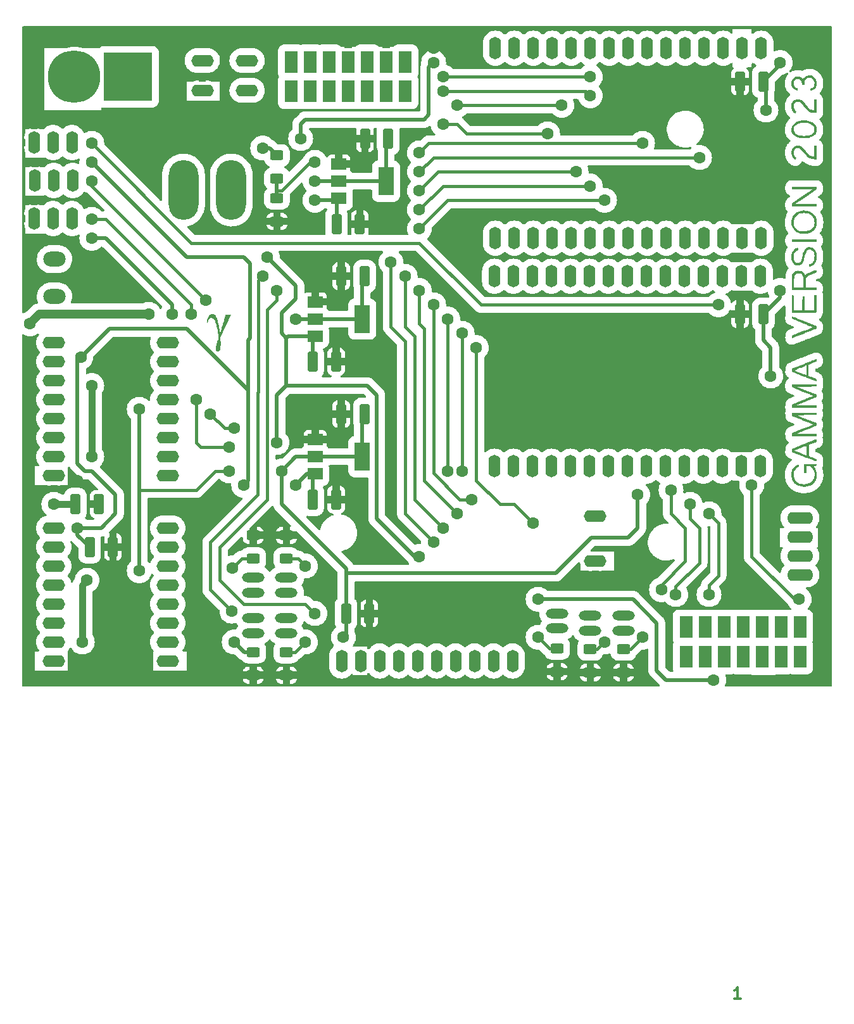
<source format=gbr>
%TF.GenerationSoftware,KiCad,Pcbnew,(6.0.10)*%
%TF.CreationDate,2023-05-20T16:44:14+02:00*%
%TF.ProjectId,Placa1,506c6163-6131-42e6-9b69-6361645f7063,rev?*%
%TF.SameCoordinates,Original*%
%TF.FileFunction,Copper,L1,Top*%
%TF.FilePolarity,Positive*%
%FSLAX46Y46*%
G04 Gerber Fmt 4.6, Leading zero omitted, Abs format (unit mm)*
G04 Created by KiCad (PCBNEW (6.0.10)) date 2023-05-20 16:44:14*
%MOMM*%
%LPD*%
G01*
G04 APERTURE LIST*
G04 Aperture macros list*
%AMRoundRect*
0 Rectangle with rounded corners*
0 $1 Rounding radius*
0 $2 $3 $4 $5 $6 $7 $8 $9 X,Y pos of 4 corners*
0 Add a 4 corners polygon primitive as box body*
4,1,4,$2,$3,$4,$5,$6,$7,$8,$9,$2,$3,0*
0 Add four circle primitives for the rounded corners*
1,1,$1+$1,$2,$3*
1,1,$1+$1,$4,$5*
1,1,$1+$1,$6,$7*
1,1,$1+$1,$8,$9*
0 Add four rect primitives between the rounded corners*
20,1,$1+$1,$2,$3,$4,$5,0*
20,1,$1+$1,$4,$5,$6,$7,0*
20,1,$1+$1,$6,$7,$8,$9,0*
20,1,$1+$1,$8,$9,$2,$3,0*%
G04 Aperture macros list end*
%ADD10C,0.300000*%
%TA.AperFunction,NonConductor*%
%ADD11C,0.300000*%
%TD*%
%TA.AperFunction,SMDPad,CuDef*%
%ADD12RoundRect,0.250000X0.625000X-0.400000X0.625000X0.400000X-0.625000X0.400000X-0.625000X-0.400000X0*%
%TD*%
%TA.AperFunction,SMDPad,CuDef*%
%ADD13RoundRect,0.250000X-0.625000X0.400000X-0.625000X-0.400000X0.625000X-0.400000X0.625000X0.400000X0*%
%TD*%
%TA.AperFunction,ComponentPad*%
%ADD14R,1.800000X3.000000*%
%TD*%
%TA.AperFunction,ComponentPad*%
%ADD15O,3.000000X1.600000*%
%TD*%
%TA.AperFunction,SMDPad,CuDef*%
%ADD16RoundRect,0.250000X-0.412500X-1.100000X0.412500X-1.100000X0.412500X1.100000X-0.412500X1.100000X0*%
%TD*%
%TA.AperFunction,ComponentPad*%
%ADD17O,1.600000X3.000000*%
%TD*%
%TA.AperFunction,ComponentPad*%
%ADD18O,3.000000X2.000000*%
%TD*%
%TA.AperFunction,ComponentPad*%
%ADD19O,3.000000X1.300000*%
%TD*%
%TA.AperFunction,SMDPad,CuDef*%
%ADD20R,2.000000X1.500000*%
%TD*%
%TA.AperFunction,SMDPad,CuDef*%
%ADD21R,2.000000X3.800000*%
%TD*%
%TA.AperFunction,SMDPad,CuDef*%
%ADD22RoundRect,0.250000X0.412500X1.100000X-0.412500X1.100000X-0.412500X-1.100000X0.412500X-1.100000X0*%
%TD*%
%TA.AperFunction,ComponentPad*%
%ADD23C,7.000000*%
%TD*%
%TA.AperFunction,ComponentPad*%
%ADD24R,6.500000X6.500000*%
%TD*%
%TA.AperFunction,ComponentPad*%
%ADD25O,3.500000X1.600000*%
%TD*%
%TA.AperFunction,ComponentPad*%
%ADD26O,4.000000X8.000000*%
%TD*%
%TA.AperFunction,ViaPad*%
%ADD27C,1.600000*%
%TD*%
%TA.AperFunction,Conductor*%
%ADD28C,0.508000*%
%TD*%
%TA.AperFunction,Conductor*%
%ADD29C,0.914400*%
%TD*%
%TA.AperFunction,Conductor*%
%ADD30C,0.406400*%
%TD*%
%TA.AperFunction,Conductor*%
%ADD31C,1.200000*%
%TD*%
G04 APERTURE END LIST*
D10*
D11*
X188388571Y-183558571D02*
X187531428Y-183558571D01*
X187960000Y-183558571D02*
X187960000Y-182058571D01*
X187817142Y-182272857D01*
X187674285Y-182415714D01*
X187531428Y-182487142D01*
%TO.C,G\u002A\u002A\u002A*%
G36*
X117720158Y-92073848D02*
G01*
X117829813Y-92078536D01*
X117915131Y-92094708D01*
X117991450Y-92127445D01*
X118074108Y-92181825D01*
X118096187Y-92198351D01*
X118165544Y-92266918D01*
X118236737Y-92365379D01*
X118303589Y-92484247D01*
X118350025Y-92588244D01*
X118394419Y-92716494D01*
X118440916Y-92881423D01*
X118488806Y-93079621D01*
X118537378Y-93307675D01*
X118585921Y-93562174D01*
X118633726Y-93839707D01*
X118680081Y-94136862D01*
X118697586Y-94257142D01*
X118714985Y-94377389D01*
X118730657Y-94482481D01*
X118743684Y-94566530D01*
X118753150Y-94623652D01*
X118758138Y-94647960D01*
X118758501Y-94648387D01*
X118764778Y-94628855D01*
X118781409Y-94573963D01*
X118807446Y-94486919D01*
X118841937Y-94370929D01*
X118883933Y-94229201D01*
X118932485Y-94064943D01*
X118986642Y-93881361D01*
X119045454Y-93681663D01*
X119107972Y-93469056D01*
X119133351Y-93382661D01*
X119197176Y-93165669D01*
X119257808Y-92960195D01*
X119314283Y-92769465D01*
X119365637Y-92596704D01*
X119410905Y-92445138D01*
X119449124Y-92317992D01*
X119479328Y-92218493D01*
X119500553Y-92149865D01*
X119511835Y-92115334D01*
X119513328Y-92111809D01*
X119535512Y-92109062D01*
X119591413Y-92107211D01*
X119674564Y-92106326D01*
X119778500Y-92106474D01*
X119895137Y-92107703D01*
X120267363Y-92113181D01*
X118786823Y-95196649D01*
X118806373Y-95362984D01*
X118826799Y-95578676D01*
X118838645Y-95799287D01*
X118842114Y-96017802D01*
X118837411Y-96227205D01*
X118824742Y-96420480D01*
X118804310Y-96590611D01*
X118776322Y-96730581D01*
X118765303Y-96769468D01*
X118712639Y-96898470D01*
X118646389Y-96995408D01*
X118569284Y-97058561D01*
X118484054Y-97086206D01*
X118393432Y-97076622D01*
X118326820Y-97045972D01*
X118275588Y-97006970D01*
X118238734Y-96957655D01*
X118214318Y-96891526D01*
X118200400Y-96802082D01*
X118195038Y-96682820D01*
X118195010Y-96604399D01*
X118197972Y-96480395D01*
X118205593Y-96379536D01*
X118220132Y-96284850D01*
X118243845Y-96179363D01*
X118259745Y-96117653D01*
X118296272Y-95991666D01*
X118343053Y-95848339D01*
X118395943Y-95698973D01*
X118450798Y-95554866D01*
X118503473Y-95427319D01*
X118548621Y-95330002D01*
X118561138Y-95304666D01*
X118570545Y-95280690D01*
X118576403Y-95253658D01*
X118578275Y-95219154D01*
X118575722Y-95172760D01*
X118568307Y-95110061D01*
X118555591Y-95026639D01*
X118537136Y-94918079D01*
X118512505Y-94779963D01*
X118481259Y-94607876D01*
X118471922Y-94556610D01*
X118411271Y-94232946D01*
X118353934Y-93946785D01*
X118299295Y-93695634D01*
X118246739Y-93476997D01*
X118195650Y-93288381D01*
X118145411Y-93127291D01*
X118095409Y-92991234D01*
X118071520Y-92934560D01*
X118000169Y-92809309D01*
X117909727Y-92707501D01*
X117806100Y-92633797D01*
X117695197Y-92592859D01*
X117629731Y-92585965D01*
X117492621Y-92602149D01*
X117376855Y-92652032D01*
X117282266Y-92735794D01*
X117208687Y-92853612D01*
X117155950Y-93005666D01*
X117133700Y-93116866D01*
X117121126Y-93193511D01*
X117109946Y-93238711D01*
X117095605Y-93260766D01*
X117073547Y-93267977D01*
X117050402Y-93268639D01*
X116990699Y-93268639D01*
X117003788Y-93068902D01*
X117030490Y-92825933D01*
X117076455Y-92615771D01*
X117141405Y-92439302D01*
X117225064Y-92297415D01*
X117256388Y-92258723D01*
X117311522Y-92208430D01*
X117384631Y-92157325D01*
X117435179Y-92129057D01*
X117500204Y-92100054D01*
X117558694Y-92083175D01*
X117626072Y-92075432D01*
X117717761Y-92073837D01*
X117720158Y-92073848D01*
G37*
G36*
X196358358Y-68517038D02*
G01*
X196131893Y-68465787D01*
X196104470Y-68457280D01*
X195816718Y-68339965D01*
X195577510Y-68190987D01*
X195389209Y-68013270D01*
X195254180Y-67809738D01*
X195174784Y-67583315D01*
X195153385Y-67336923D01*
X195155501Y-67299584D01*
X195473248Y-67299584D01*
X195482754Y-67483370D01*
X195549084Y-67665925D01*
X195660148Y-67824903D01*
X195826809Y-67977646D01*
X196027403Y-68092874D01*
X196267340Y-68172412D01*
X196552030Y-68218086D01*
X196865757Y-68231774D01*
X197196237Y-68216505D01*
X197476946Y-68169407D01*
X197713605Y-68088541D01*
X197911932Y-67971966D01*
X198073781Y-67822159D01*
X198190385Y-67646011D01*
X198246926Y-67453211D01*
X198242718Y-67248242D01*
X198189578Y-67064648D01*
X198098886Y-66920511D01*
X197954443Y-66787785D01*
X197765268Y-66672208D01*
X197540381Y-66579520D01*
X197343422Y-66526257D01*
X197145489Y-66498698D01*
X196913648Y-66489303D01*
X196670123Y-66497134D01*
X196437137Y-66521256D01*
X196236911Y-66560734D01*
X196188214Y-66574899D01*
X195952113Y-66673679D01*
X195759998Y-66801615D01*
X195614438Y-66952630D01*
X195517998Y-67120645D01*
X195473248Y-67299584D01*
X195155501Y-67299584D01*
X195156364Y-67284363D01*
X195205883Y-67047515D01*
X195312044Y-66829901D01*
X195470262Y-66635804D01*
X195675950Y-66469507D01*
X195924521Y-66335293D01*
X196211391Y-66237445D01*
X196299416Y-66216837D01*
X196497629Y-66187654D01*
X196731776Y-66173068D01*
X196978054Y-66173021D01*
X197212659Y-66187457D01*
X197411788Y-66216318D01*
X197426782Y-66219538D01*
X197704635Y-66302385D01*
X197957743Y-66419354D01*
X198177105Y-66564297D01*
X198353719Y-66731067D01*
X198478584Y-66913515D01*
X198495809Y-66949655D01*
X198543546Y-67104169D01*
X198569511Y-67288000D01*
X198572074Y-67474584D01*
X198549605Y-67637356D01*
X198540038Y-67670751D01*
X198435756Y-67889578D01*
X198276033Y-68083688D01*
X198064452Y-68250472D01*
X197804594Y-68387322D01*
X197500042Y-68491628D01*
X197369976Y-68522913D01*
X197147248Y-68553701D01*
X196889056Y-68562188D01*
X196865757Y-68561102D01*
X196618419Y-68549570D01*
X196358358Y-68517038D01*
G37*
G36*
X195227048Y-87897866D02*
G01*
X195227453Y-87620983D01*
X195228929Y-87399354D01*
X195231867Y-87225210D01*
X195236654Y-87090783D01*
X195243682Y-86988303D01*
X195253341Y-86910002D01*
X195266019Y-86848109D01*
X195282107Y-86794856D01*
X195282444Y-86793890D01*
X195382373Y-86586819D01*
X195520594Y-86429519D01*
X195698125Y-86321237D01*
X195915987Y-86261219D01*
X196017391Y-86250375D01*
X196267552Y-86258899D01*
X196491890Y-86316209D01*
X196683551Y-86418799D01*
X196835679Y-86563166D01*
X196928890Y-86716338D01*
X196986453Y-86843989D01*
X197067916Y-86768141D01*
X197110187Y-86730613D01*
X197154702Y-86697206D01*
X197209751Y-86664025D01*
X197283627Y-86627176D01*
X197384621Y-86582765D01*
X197521025Y-86526895D01*
X197701130Y-86455674D01*
X197889951Y-86382032D01*
X198069458Y-86313848D01*
X198229143Y-86256283D01*
X198359718Y-86212434D01*
X198451899Y-86185394D01*
X198496397Y-86178261D01*
X198498495Y-86179195D01*
X198511709Y-86222453D01*
X198516019Y-86304786D01*
X198514252Y-86351916D01*
X198504467Y-86500739D01*
X197982796Y-86698424D01*
X197727068Y-86796457D01*
X197524246Y-86880582D01*
X197368200Y-86958959D01*
X197252797Y-87039748D01*
X197171907Y-87131108D01*
X197119398Y-87241199D01*
X197089139Y-87378180D01*
X197074999Y-87550212D01*
X197070845Y-87765452D01*
X197070596Y-87912367D01*
X197070596Y-88512382D01*
X198520224Y-88512382D01*
X198520224Y-88670940D01*
X198512473Y-88776828D01*
X198491040Y-88836721D01*
X198480832Y-88844583D01*
X198442481Y-88847360D01*
X198347208Y-88849655D01*
X198201113Y-88851444D01*
X198010299Y-88852701D01*
X197780868Y-88853400D01*
X197518923Y-88853516D01*
X197230566Y-88853024D01*
X196921899Y-88851897D01*
X196834244Y-88851473D01*
X195521428Y-88844777D01*
X195227048Y-88843276D01*
X195227048Y-88512382D01*
X195521428Y-88512382D01*
X196755460Y-88512382D01*
X196754428Y-87953015D01*
X196752499Y-87753286D01*
X196747821Y-87558580D01*
X196740974Y-87384638D01*
X196732534Y-87247196D01*
X196726131Y-87182230D01*
X196678174Y-86956970D01*
X196599528Y-86785621D01*
X196493185Y-86670868D01*
X196427856Y-86634693D01*
X196341381Y-86612175D01*
X196216611Y-86599627D01*
X196146534Y-86596365D01*
X195968659Y-86598963D01*
X195837504Y-86626432D01*
X195739378Y-86685661D01*
X195660594Y-86783541D01*
X195617392Y-86862715D01*
X195593527Y-86913969D01*
X195575153Y-86964522D01*
X195561405Y-87023471D01*
X195551419Y-87099912D01*
X195544333Y-87202943D01*
X195539281Y-87341660D01*
X195535400Y-87525161D01*
X195531825Y-87762542D01*
X195531806Y-87763933D01*
X195521428Y-88512382D01*
X195227048Y-88512382D01*
X195227048Y-87897866D01*
G37*
G36*
X195267878Y-92367910D02*
G01*
X195354136Y-92399967D01*
X195488329Y-92450898D01*
X195665087Y-92518637D01*
X195879039Y-92601113D01*
X196124815Y-92696259D01*
X196397044Y-92802006D01*
X196690357Y-92916286D01*
X196889393Y-92994016D01*
X198520224Y-93631486D01*
X198520224Y-93811762D01*
X198516131Y-93912188D01*
X198505555Y-93984196D01*
X198494863Y-94007711D01*
X198461272Y-94022025D01*
X198375754Y-94056516D01*
X198244777Y-94108654D01*
X198074810Y-94175909D01*
X197872319Y-94255749D01*
X197643774Y-94345646D01*
X197395642Y-94443068D01*
X197134391Y-94545485D01*
X196866489Y-94650367D01*
X196598404Y-94755184D01*
X196336604Y-94857404D01*
X196087557Y-94954498D01*
X195857731Y-95043936D01*
X195653594Y-95123186D01*
X195481613Y-95189719D01*
X195348258Y-95241005D01*
X195259995Y-95274512D01*
X195223294Y-95287711D01*
X195222721Y-95287816D01*
X195216341Y-95259337D01*
X195214973Y-95185712D01*
X195217597Y-95110549D01*
X195227048Y-94933281D01*
X196637304Y-94379453D01*
X196917905Y-94268662D01*
X197178963Y-94164434D01*
X197414929Y-94069068D01*
X197620252Y-93984862D01*
X197789381Y-93914114D01*
X197916765Y-93859124D01*
X197996854Y-93822188D01*
X198024096Y-93805607D01*
X198023905Y-93805289D01*
X197990632Y-93790032D01*
X197904471Y-93754211D01*
X197771254Y-93700157D01*
X197596816Y-93630200D01*
X197386990Y-93546670D01*
X197147610Y-93451897D01*
X196884509Y-93348212D01*
X196605770Y-93238825D01*
X195211291Y-92692698D01*
X195211291Y-92524873D01*
X195215299Y-92431612D01*
X195225608Y-92370566D01*
X195234926Y-92356797D01*
X195267878Y-92367910D01*
G37*
G36*
X196827151Y-100400906D02*
G01*
X195209105Y-99778511D01*
X195218076Y-99573673D01*
X195218351Y-99567397D01*
X195644389Y-99567397D01*
X195647039Y-99583456D01*
X195674061Y-99605493D01*
X195731130Y-99636255D01*
X195823917Y-99678489D01*
X195958095Y-99734944D01*
X196139337Y-99808367D01*
X196373314Y-99901504D01*
X196392184Y-99908980D01*
X196603015Y-99991667D01*
X196794336Y-100065138D01*
X196958471Y-100126572D01*
X197087739Y-100173144D01*
X197174463Y-100202034D01*
X197210965Y-100210418D01*
X197211458Y-100210147D01*
X197217044Y-100174911D01*
X197221456Y-100089113D01*
X197224706Y-99964087D01*
X197226806Y-99811169D01*
X197227767Y-99641693D01*
X197227600Y-99466996D01*
X197226318Y-99298410D01*
X197223931Y-99147273D01*
X197220452Y-99024919D01*
X197215892Y-98942682D01*
X197210261Y-98911899D01*
X197210136Y-98911886D01*
X197176933Y-98923477D01*
X197095034Y-98955657D01*
X196973823Y-99004535D01*
X196822682Y-99066218D01*
X196650996Y-99136815D01*
X196468147Y-99212436D01*
X196283519Y-99289188D01*
X196106495Y-99363180D01*
X195946457Y-99430522D01*
X195812791Y-99487320D01*
X195714878Y-99529685D01*
X195662102Y-99553725D01*
X195660441Y-99554569D01*
X195644389Y-99567397D01*
X195218351Y-99567397D01*
X195227048Y-99368834D01*
X196818487Y-98717303D01*
X197119031Y-98594622D01*
X197403036Y-98479390D01*
X197664979Y-98373800D01*
X197899333Y-98280047D01*
X198100576Y-98200324D01*
X198263183Y-98136825D01*
X198381630Y-98091743D01*
X198450391Y-98067274D01*
X198465075Y-98063394D01*
X198497440Y-98072096D01*
X198514204Y-98111157D01*
X198519957Y-98194620D01*
X198520224Y-98232008D01*
X198520224Y-98402999D01*
X198181452Y-98532862D01*
X198023558Y-98593371D01*
X197866327Y-98653596D01*
X197731303Y-98705286D01*
X197661477Y-98731996D01*
X197480273Y-98801267D01*
X197480273Y-100323127D01*
X197850559Y-100457603D01*
X198063418Y-100534569D01*
X198224665Y-100593299D01*
X198341512Y-100638186D01*
X198421170Y-100673625D01*
X198470852Y-100704012D01*
X198497770Y-100733741D01*
X198509135Y-100767206D01*
X198512159Y-100808802D01*
X198513992Y-100861873D01*
X198514325Y-100967248D01*
X198498673Y-101017241D01*
X198484358Y-101023300D01*
X198448363Y-101012276D01*
X198359060Y-100980574D01*
X198221925Y-100930252D01*
X198042433Y-100863365D01*
X197826062Y-100781970D01*
X197578287Y-100688125D01*
X197304583Y-100583885D01*
X197210965Y-100548056D01*
X197010428Y-100471308D01*
X196827151Y-100400906D01*
G37*
G36*
X196792688Y-111107671D02*
G01*
X195208671Y-110497489D01*
X195217497Y-110300933D01*
X195597844Y-110300933D01*
X195623599Y-110313976D01*
X195699086Y-110346561D01*
X195815405Y-110395098D01*
X195963659Y-110455999D01*
X196134948Y-110525673D01*
X196320374Y-110600532D01*
X196511039Y-110676986D01*
X196698045Y-110751447D01*
X196872493Y-110820324D01*
X197025485Y-110880029D01*
X197148122Y-110926971D01*
X197173015Y-110936300D01*
X197191338Y-110939370D01*
X197205096Y-110928016D01*
X197214938Y-110894655D01*
X197221513Y-110831707D01*
X197225470Y-110731588D01*
X197227457Y-110586718D01*
X197228123Y-110389515D01*
X197228164Y-110291684D01*
X197227617Y-110094616D01*
X197226088Y-109920737D01*
X197223744Y-109779230D01*
X197220752Y-109679280D01*
X197217281Y-109630068D01*
X197216028Y-109626526D01*
X197184425Y-109638129D01*
X197103872Y-109670399D01*
X196983503Y-109719530D01*
X196832451Y-109781717D01*
X196659847Y-109853153D01*
X196474824Y-109930032D01*
X196286516Y-110008548D01*
X196104054Y-110084894D01*
X195936571Y-110155265D01*
X195793200Y-110215853D01*
X195683074Y-110262854D01*
X195615325Y-110292461D01*
X195597844Y-110300933D01*
X195217497Y-110300933D01*
X195217860Y-110292859D01*
X195227048Y-110088229D01*
X196834244Y-109432864D01*
X197135863Y-109310152D01*
X197420507Y-109194886D01*
X197682735Y-109089232D01*
X197917111Y-108995356D01*
X198118195Y-108915422D01*
X198280549Y-108851597D01*
X198398736Y-108806046D01*
X198467316Y-108780934D01*
X198482404Y-108776578D01*
X198506380Y-108795434D01*
X198515878Y-108859521D01*
X198513918Y-108953827D01*
X198504467Y-109131996D01*
X198000249Y-109324867D01*
X197496030Y-109517738D01*
X197496030Y-111051653D01*
X197795410Y-111159298D01*
X197953906Y-111216744D01*
X198119126Y-111277370D01*
X198263363Y-111330985D01*
X198307507Y-111347629D01*
X198520224Y-111428314D01*
X198520224Y-111586801D01*
X198517933Y-111680007D01*
X198506257Y-111724761D01*
X198477990Y-111735601D01*
X198448464Y-111731570D01*
X198406074Y-111717882D01*
X198310595Y-111683580D01*
X198167716Y-111630807D01*
X197983124Y-111561706D01*
X197762506Y-111478421D01*
X197511551Y-111383093D01*
X197235945Y-111277867D01*
X197191338Y-111260758D01*
X196941376Y-111164886D01*
X196792688Y-111107671D01*
G37*
G36*
X196190403Y-63340530D02*
G01*
X196320123Y-63363709D01*
X196440519Y-63408576D01*
X196559395Y-63480501D01*
X196684553Y-63584851D01*
X196823797Y-63726996D01*
X196984930Y-63912305D01*
X197115348Y-64071100D01*
X197240432Y-64222077D01*
X197361366Y-64361455D01*
X197469135Y-64479328D01*
X197554722Y-64565788D01*
X197603003Y-64606976D01*
X197739536Y-64682864D01*
X197897929Y-64743027D01*
X198049956Y-64777782D01*
X198114963Y-64782606D01*
X198203904Y-64782606D01*
X198212374Y-64065670D01*
X198220844Y-63348735D01*
X198504467Y-63348735D01*
X198512836Y-64258989D01*
X198521204Y-65169243D01*
X198213456Y-65153368D01*
X197996176Y-65133564D01*
X197808549Y-65094402D01*
X197640099Y-65029801D01*
X197480352Y-64933680D01*
X197318833Y-64799955D01*
X197145065Y-64622546D01*
X196987014Y-64441306D01*
X196799087Y-64220155D01*
X196644274Y-64043672D01*
X196516737Y-63906975D01*
X196410638Y-63805180D01*
X196320140Y-63733406D01*
X196239404Y-63686770D01*
X196162592Y-63660390D01*
X196083867Y-63649384D01*
X196038578Y-63648114D01*
X195896982Y-63672184D01*
X195751458Y-63735670D01*
X195627128Y-63825490D01*
X195568984Y-63892687D01*
X195497677Y-64053516D01*
X195472796Y-64238246D01*
X195491485Y-64431487D01*
X195550886Y-64617853D01*
X195648143Y-64781954D01*
X195753948Y-64888960D01*
X195850926Y-64964857D01*
X195780647Y-65078570D01*
X195727057Y-65149228D01*
X195677610Y-65189047D01*
X195664839Y-65192283D01*
X195607770Y-65167485D01*
X195529569Y-65101655D01*
X195441803Y-65007643D01*
X195356044Y-64898296D01*
X195283859Y-64786464D01*
X195261695Y-64744562D01*
X195190568Y-64546138D01*
X195155052Y-64327308D01*
X195157181Y-64111574D01*
X195192217Y-63941722D01*
X195294572Y-63723897D01*
X195439666Y-63550946D01*
X195622851Y-63426190D01*
X195839475Y-63352951D01*
X196043557Y-63333670D01*
X196190403Y-63340530D01*
G37*
G36*
X198520224Y-90687813D02*
G01*
X198519775Y-91009615D01*
X198518323Y-91273205D01*
X198515712Y-91483395D01*
X198511786Y-91644995D01*
X198506389Y-91762815D01*
X198499365Y-91841665D01*
X198490557Y-91886357D01*
X198480832Y-91901407D01*
X198442481Y-91904184D01*
X198347208Y-91906479D01*
X198201113Y-91908268D01*
X198010299Y-91909524D01*
X197780868Y-91910224D01*
X197518923Y-91910340D01*
X197230566Y-91909848D01*
X196921899Y-91908721D01*
X196834244Y-91908297D01*
X195227048Y-91900099D01*
X195218784Y-90724474D01*
X195210520Y-89548848D01*
X195360595Y-89558469D01*
X195510670Y-89568089D01*
X195518992Y-90568648D01*
X195527313Y-91569206D01*
X196628467Y-91569206D01*
X196636814Y-90631675D01*
X196645162Y-89694144D01*
X196960298Y-89694144D01*
X196968646Y-90631675D01*
X196976993Y-91569206D01*
X198205087Y-91569206D01*
X198205087Y-89489305D01*
X198520224Y-89489305D01*
X198520224Y-90687813D01*
G37*
G36*
X197651073Y-83098752D02*
G01*
X197860427Y-83131118D01*
X198037801Y-83204116D01*
X198199527Y-83326033D01*
X198295461Y-83425673D01*
X198408003Y-83575567D01*
X198487518Y-83737897D01*
X198538552Y-83926651D01*
X198565653Y-84155812D01*
X198571190Y-84273797D01*
X198570066Y-84537505D01*
X198548805Y-84741628D01*
X198536123Y-84800936D01*
X198444362Y-85065397D01*
X198313045Y-85284250D01*
X198178307Y-85429561D01*
X198021655Y-85543087D01*
X197845069Y-85626906D01*
X197670868Y-85671453D01*
X197602709Y-85676154D01*
X197548110Y-85672163D01*
X197521375Y-85649159D01*
X197512582Y-85590595D01*
X197511787Y-85524543D01*
X197511787Y-85372933D01*
X197667763Y-85332957D01*
X197849385Y-85255375D01*
X198008137Y-85127114D01*
X198131570Y-84959655D01*
X198176602Y-84863656D01*
X198222743Y-84695162D01*
X198248469Y-84494105D01*
X198253784Y-84280851D01*
X198238696Y-84075765D01*
X198203210Y-83899211D01*
X198176281Y-83824498D01*
X198093198Y-83680847D01*
X197987172Y-83559788D01*
X197872942Y-83476308D01*
X197809133Y-83451115D01*
X197732051Y-83442244D01*
X197623141Y-83441654D01*
X197557360Y-83445395D01*
X197454050Y-83460514D01*
X197367357Y-83491456D01*
X197293271Y-83544696D01*
X197227785Y-83626710D01*
X197166890Y-83743973D01*
X197106575Y-83902962D01*
X197042834Y-84110152D01*
X196971657Y-84372019D01*
X196962863Y-84405740D01*
X196891692Y-84667704D01*
X196827123Y-84876648D01*
X196765242Y-85041693D01*
X196702135Y-85171962D01*
X196633885Y-85276577D01*
X196556580Y-85364662D01*
X196547578Y-85373517D01*
X196388463Y-85486533D01*
X196203588Y-85549975D01*
X196005476Y-85564337D01*
X195806650Y-85530115D01*
X195619632Y-85447802D01*
X195469707Y-85330963D01*
X195327953Y-85146732D01*
X195226847Y-84925986D01*
X195166195Y-84680213D01*
X195145803Y-84420898D01*
X195165473Y-84159529D01*
X195225011Y-83907592D01*
X195324223Y-83676575D01*
X195462912Y-83477965D01*
X195501909Y-83436538D01*
X195598114Y-83358443D01*
X195719704Y-83284252D01*
X195845448Y-83224796D01*
X195954117Y-83190906D01*
X195991254Y-83186884D01*
X196034213Y-83193332D01*
X196054871Y-83223995D01*
X196060781Y-83295108D01*
X196060729Y-83336266D01*
X196057491Y-83421547D01*
X196040635Y-83474094D01*
X195996351Y-83512976D01*
X195910832Y-83557263D01*
X195895282Y-83564740D01*
X195734263Y-83675980D01*
X195608674Y-83834372D01*
X195521353Y-84033123D01*
X195475138Y-84265440D01*
X195472864Y-84524528D01*
X195476667Y-84567031D01*
X195520280Y-84794459D01*
X195598440Y-84978722D01*
X195708219Y-85115516D01*
X195846693Y-85200534D01*
X195921276Y-85221459D01*
X196067924Y-85232590D01*
X196194604Y-85204342D01*
X196304148Y-85132944D01*
X196399391Y-85014621D01*
X196483167Y-84845600D01*
X196558311Y-84622109D01*
X196627655Y-84340373D01*
X196644896Y-84258040D01*
X196722469Y-83937973D01*
X196814255Y-83675669D01*
X196922519Y-83467009D01*
X197049525Y-83307871D01*
X197197535Y-83194136D01*
X197242594Y-83170088D01*
X197345092Y-83124141D01*
X197431331Y-83100193D01*
X197528205Y-83093546D01*
X197651073Y-83098752D01*
G37*
G36*
X196893042Y-81337285D02*
G01*
X196626033Y-81326258D01*
X196377694Y-81289928D01*
X196243554Y-81254873D01*
X195943844Y-81129167D01*
X195688357Y-80959527D01*
X195478814Y-80747733D01*
X195316940Y-80495568D01*
X195204456Y-80204813D01*
X195195271Y-80170931D01*
X195154234Y-79907838D01*
X195155474Y-79821513D01*
X195472399Y-79821513D01*
X195507662Y-80084304D01*
X195596784Y-80342784D01*
X195600300Y-80350348D01*
X195726663Y-80547959D01*
X195901914Y-80714238D01*
X196118573Y-80846048D01*
X196369160Y-80940254D01*
X196646194Y-80993720D01*
X196942195Y-81003310D01*
X197120103Y-80987467D01*
X197417460Y-80922254D01*
X197675488Y-80812951D01*
X197890942Y-80662245D01*
X198060582Y-80472823D01*
X198181165Y-80247373D01*
X198236143Y-80062573D01*
X198254388Y-79893198D01*
X198249401Y-79693974D01*
X198223496Y-79492669D01*
X198178988Y-79317052D01*
X198172528Y-79299080D01*
X198075739Y-79113429D01*
X197934710Y-78937376D01*
X197767304Y-78791288D01*
X197677974Y-78735127D01*
X197427656Y-78630963D01*
X197147868Y-78569303D01*
X196853758Y-78549986D01*
X196560475Y-78572846D01*
X196283169Y-78637720D01*
X196036988Y-78744444D01*
X196022083Y-78753026D01*
X195823146Y-78904458D01*
X195666369Y-79095884D01*
X195554093Y-79318442D01*
X195488656Y-79563272D01*
X195472399Y-79821513D01*
X195155474Y-79821513D01*
X195158274Y-79626696D01*
X195204977Y-79348179D01*
X195291927Y-79092963D01*
X195330302Y-79015035D01*
X195487784Y-78787667D01*
X195692661Y-78593491D01*
X195936961Y-78435575D01*
X196212715Y-78316991D01*
X196511954Y-78240809D01*
X196826707Y-78210098D01*
X197149004Y-78227929D01*
X197304189Y-78254662D01*
X197606715Y-78347194D01*
X197878664Y-78487309D01*
X198114262Y-78669552D01*
X198307732Y-78888469D01*
X198453299Y-79138603D01*
X198545189Y-79414498D01*
X198548532Y-79430124D01*
X198575267Y-79636396D01*
X198578112Y-79861397D01*
X198557618Y-80075192D01*
X198534670Y-80184442D01*
X198427059Y-80466766D01*
X198267087Y-80718188D01*
X198059745Y-80933944D01*
X197810024Y-81109269D01*
X197522915Y-81239400D01*
X197385732Y-81281189D01*
X197154386Y-81322449D01*
X196942195Y-81334495D01*
X196893042Y-81337285D01*
G37*
G36*
X198520224Y-101747423D02*
G01*
X197210593Y-101755647D01*
X195900963Y-101763871D01*
X197210593Y-102297553D01*
X198520224Y-102831236D01*
X198519798Y-102990854D01*
X198519371Y-103150472D01*
X195878013Y-104221936D01*
X197199118Y-104230156D01*
X198520224Y-104238376D01*
X198520224Y-104552829D01*
X195208411Y-104552829D01*
X195217729Y-104342724D01*
X195227048Y-104132618D01*
X196582134Y-103586773D01*
X196918249Y-103451498D01*
X197200386Y-103338033D01*
X197432919Y-103244371D01*
X197620225Y-103168503D01*
X197766677Y-103108418D01*
X197876651Y-103062110D01*
X197954521Y-103027568D01*
X198004663Y-103002783D01*
X198031452Y-102985748D01*
X198039262Y-102974454D01*
X198032468Y-102966890D01*
X198015446Y-102961050D01*
X197992569Y-102954923D01*
X197972603Y-102948312D01*
X197925240Y-102929387D01*
X197825755Y-102889418D01*
X197680472Y-102830952D01*
X197495713Y-102756536D01*
X197277801Y-102668718D01*
X197033061Y-102570045D01*
X196767815Y-102463065D01*
X196546610Y-102373820D01*
X195211291Y-101835011D01*
X195211291Y-101432978D01*
X198520224Y-101432978D01*
X198520224Y-101747423D01*
G37*
G36*
X198520224Y-82367221D02*
G01*
X195211291Y-82367221D01*
X195211291Y-82052084D01*
X198520224Y-82052084D01*
X198520224Y-82367221D01*
G37*
G36*
X198520224Y-105561266D02*
G01*
X197207155Y-105561266D01*
X196927430Y-105561796D01*
X196669140Y-105563311D01*
X196438669Y-105565697D01*
X196242401Y-105568841D01*
X196086722Y-105572628D01*
X195978014Y-105576945D01*
X195922664Y-105581678D01*
X195917060Y-105584239D01*
X195950188Y-105600599D01*
X196035678Y-105638125D01*
X196167488Y-105694289D01*
X196339577Y-105766563D01*
X196545902Y-105852419D01*
X196780421Y-105949327D01*
X197037094Y-106054759D01*
X197222250Y-106130460D01*
X198504467Y-106653706D01*
X198513847Y-106812359D01*
X198523227Y-106971011D01*
X198324765Y-107054305D01*
X198250441Y-107085137D01*
X198125631Y-107136491D01*
X197958230Y-107205136D01*
X197756133Y-107287841D01*
X197527234Y-107381375D01*
X197279428Y-107482509D01*
X197020610Y-107588010D01*
X197007569Y-107593323D01*
X195888834Y-108049047D01*
X197204529Y-108049946D01*
X198520224Y-108050844D01*
X198520224Y-108209401D01*
X198512473Y-108315289D01*
X198491040Y-108375183D01*
X198480832Y-108383045D01*
X198442481Y-108385821D01*
X198347208Y-108388117D01*
X198201113Y-108389905D01*
X198010299Y-108391162D01*
X197780868Y-108391861D01*
X197518923Y-108391978D01*
X197230566Y-108391485D01*
X196921899Y-108390359D01*
X196834244Y-108389934D01*
X195227048Y-108381737D01*
X195217814Y-108172751D01*
X195208581Y-107963764D01*
X196604415Y-107405980D01*
X196884982Y-107293611D01*
X197147607Y-107187941D01*
X197386492Y-107091338D01*
X197595841Y-107006167D01*
X197769856Y-106934797D01*
X197902741Y-106879594D01*
X197988699Y-106842926D01*
X198021932Y-106827161D01*
X198021969Y-106827125D01*
X197998058Y-106811541D01*
X197921134Y-106774969D01*
X197796733Y-106719762D01*
X197630390Y-106648269D01*
X197427639Y-106562843D01*
X197194014Y-106465835D01*
X196935052Y-106359596D01*
X196656286Y-106246479D01*
X196635369Y-106238039D01*
X195227048Y-105670023D01*
X195217729Y-105458076D01*
X195208411Y-105246129D01*
X198520224Y-105246129D01*
X198520224Y-105561266D01*
G37*
G36*
X198520224Y-112192105D02*
G01*
X198516919Y-112254448D01*
X198496991Y-112291265D01*
X198445422Y-112315322D01*
X198347194Y-112339388D01*
X198346899Y-112339455D01*
X198252793Y-112362787D01*
X198189846Y-112382746D01*
X198173574Y-112392329D01*
X198191321Y-112423244D01*
X198236277Y-112485432D01*
X198263921Y-112521247D01*
X198402369Y-112743603D01*
X198503782Y-113004302D01*
X198565388Y-113288787D01*
X198584419Y-113582503D01*
X198558106Y-113870894D01*
X198538508Y-113964447D01*
X198438604Y-114250408D01*
X198288302Y-114501950D01*
X198091826Y-114716105D01*
X197853396Y-114889904D01*
X197577235Y-115020381D01*
X197267565Y-115104566D01*
X196928606Y-115139493D01*
X196865757Y-115140320D01*
X196516768Y-115114517D01*
X196199523Y-115039204D01*
X195917454Y-114917531D01*
X195673995Y-114752643D01*
X195472579Y-114547689D01*
X195316638Y-114305816D01*
X195209606Y-114030171D01*
X195154915Y-113723902D01*
X195148264Y-113565732D01*
X195172310Y-113270673D01*
X195241563Y-112994816D01*
X195351691Y-112746166D01*
X195498365Y-112532727D01*
X195677254Y-112362504D01*
X195857321Y-112255069D01*
X195985728Y-112199449D01*
X196068421Y-112174431D01*
X196116112Y-112182535D01*
X196139512Y-112226280D01*
X196149333Y-112308184D01*
X196150301Y-112323975D01*
X196159658Y-112484576D01*
X196018371Y-112538534D01*
X195851757Y-112634570D01*
X195710297Y-112780535D01*
X195598056Y-112966965D01*
X195519098Y-113184395D01*
X195477486Y-113423360D01*
X195477283Y-113674397D01*
X195488987Y-113771487D01*
X195558637Y-114046856D01*
X195674930Y-114280147D01*
X195837029Y-114470732D01*
X196044099Y-114617982D01*
X196295300Y-114721269D01*
X196589798Y-114779964D01*
X196851258Y-114794390D01*
X197180297Y-114771513D01*
X197469142Y-114702953D01*
X197716041Y-114590117D01*
X197919241Y-114434411D01*
X198076990Y-114237243D01*
X198187534Y-114000020D01*
X198249121Y-113724150D01*
X198255154Y-113667361D01*
X198251902Y-113366127D01*
X198187992Y-113080815D01*
X198064432Y-112814298D01*
X197882224Y-112569447D01*
X197864206Y-112549878D01*
X197723758Y-112399727D01*
X197198381Y-112399727D01*
X197189637Y-112848797D01*
X197180894Y-113297866D01*
X197052114Y-113307305D01*
X196943284Y-113301851D01*
X196885925Y-113271667D01*
X196871185Y-113229659D01*
X196861347Y-113142055D01*
X196856186Y-113004065D01*
X196855475Y-112810899D01*
X196857136Y-112663470D01*
X196865757Y-112100348D01*
X197692991Y-112091946D01*
X198520224Y-112083544D01*
X198520224Y-112192105D01*
G37*
G36*
X197894806Y-60171072D02*
G01*
X198110115Y-60271251D01*
X198247345Y-60372866D01*
X198400610Y-60541361D01*
X198503744Y-60736325D01*
X198560353Y-60966065D01*
X198573500Y-61124475D01*
X198572075Y-61308570D01*
X198555685Y-61460093D01*
X198539340Y-61527686D01*
X198495230Y-61639211D01*
X198436189Y-61760702D01*
X198414259Y-61800014D01*
X198321609Y-61918620D01*
X198195648Y-62027238D01*
X198052810Y-62116050D01*
X197909529Y-62175241D01*
X197782240Y-62194994D01*
X197756565Y-62192872D01*
X197711777Y-62178070D01*
X197690805Y-62138623D01*
X197685162Y-62056619D01*
X197685112Y-62042100D01*
X197688294Y-61954510D01*
X197707889Y-61909032D01*
X197758969Y-61884769D01*
X197807389Y-61872554D01*
X197956697Y-61806622D01*
X198082045Y-61691856D01*
X198178163Y-61539615D01*
X198239778Y-61361256D01*
X198261619Y-61168139D01*
X198238415Y-60971622D01*
X198233814Y-60953697D01*
X198155456Y-60770241D01*
X198034663Y-60621617D01*
X197881964Y-60513054D01*
X197707888Y-60449785D01*
X197522966Y-60437039D01*
X197337726Y-60480046D01*
X197306948Y-60493284D01*
X197155095Y-60589078D01*
X197043478Y-60720833D01*
X196968443Y-60894903D01*
X196926337Y-61117641D01*
X196922026Y-61162760D01*
X196903886Y-61379132D01*
X196606569Y-61379132D01*
X196585362Y-61197928D01*
X196539457Y-60979317D01*
X196458471Y-60812697D01*
X196341496Y-60697103D01*
X196187624Y-60631570D01*
X196037323Y-60614538D01*
X195842441Y-60637056D01*
X195687230Y-60708546D01*
X195571647Y-60829041D01*
X195495646Y-60998572D01*
X195491623Y-61012960D01*
X195466309Y-61207215D01*
X195491514Y-61393797D01*
X195561600Y-61561768D01*
X195670931Y-61700186D01*
X195813869Y-61798112D01*
X195914154Y-61833055D01*
X195967422Y-61850548D01*
X195991699Y-61882410D01*
X195995861Y-61947732D01*
X195992938Y-62002549D01*
X195984739Y-62092086D01*
X195967831Y-62134185D01*
X195930894Y-62144383D01*
X195891788Y-62141373D01*
X195753084Y-62103289D01*
X195600964Y-62023991D01*
X195455709Y-61915526D01*
X195372704Y-61832968D01*
X195250426Y-61651640D01*
X195176661Y-61449111D01*
X195149273Y-61235727D01*
X195166129Y-61021832D01*
X195225093Y-60817772D01*
X195324030Y-60633890D01*
X195460806Y-60480531D01*
X195633286Y-60368041D01*
X195679033Y-60348552D01*
X195875276Y-60299251D01*
X196083166Y-60292304D01*
X196286529Y-60324927D01*
X196469193Y-60394340D01*
X196614985Y-60497761D01*
X196628847Y-60511912D01*
X196701779Y-60589545D01*
X196827152Y-60447115D01*
X197004926Y-60290121D01*
X197210950Y-60183478D01*
X197434852Y-60127727D01*
X197666261Y-60123411D01*
X197894806Y-60171072D01*
G37*
G36*
X198519383Y-75221501D02*
G01*
X198518542Y-75418462D01*
X197096948Y-76363871D01*
X195675355Y-77309281D01*
X197097789Y-77317480D01*
X198520224Y-77325680D01*
X198520224Y-77640174D01*
X195211291Y-77640174D01*
X195211291Y-77237086D01*
X196612644Y-76312017D01*
X196878878Y-76135851D01*
X197128599Y-75969800D01*
X197356967Y-75817140D01*
X197559140Y-75681145D01*
X197730280Y-75565091D01*
X197865544Y-75472251D01*
X197960093Y-75405899D01*
X198009087Y-75369312D01*
X198015001Y-75363313D01*
X197984755Y-75358417D01*
X197897800Y-75353865D01*
X197760455Y-75349761D01*
X197579039Y-75346213D01*
X197359871Y-75343328D01*
X197109269Y-75341211D01*
X196833551Y-75339970D01*
X196613648Y-75339678D01*
X195211291Y-75339678D01*
X195211291Y-75024541D01*
X198520224Y-75024541D01*
X198519383Y-75221501D01*
G37*
G36*
X196207948Y-69539421D02*
G01*
X196337394Y-69569104D01*
X196462320Y-69624966D01*
X196590118Y-69712213D01*
X196728182Y-69836050D01*
X196883904Y-70001684D01*
X197064677Y-70214320D01*
X197101846Y-70259703D01*
X197228791Y-70412124D01*
X197350890Y-70552752D01*
X197459431Y-70671995D01*
X197545701Y-70760264D01*
X197598199Y-70806072D01*
X197708949Y-70868140D01*
X197848488Y-70925416D01*
X197991182Y-70969019D01*
X198111395Y-70990070D01*
X198131431Y-70990794D01*
X198203904Y-70990794D01*
X198212374Y-70273859D01*
X198220844Y-69556923D01*
X198504467Y-69556923D01*
X198512829Y-70462941D01*
X198521190Y-71368958D01*
X198287162Y-71368958D01*
X198087407Y-71355649D01*
X197897565Y-71319628D01*
X197859406Y-71308663D01*
X197717325Y-71259273D01*
X197591693Y-71201775D01*
X197473529Y-71129043D01*
X197353853Y-71033950D01*
X197223684Y-70909370D01*
X197074041Y-70748176D01*
X196898239Y-70545935D01*
X196763665Y-70390382D01*
X196635153Y-70246041D01*
X196520999Y-70121910D01*
X196429499Y-70026988D01*
X196368947Y-69970272D01*
X196363628Y-69966058D01*
X196220175Y-69892288D01*
X196050653Y-69859981D01*
X195879422Y-69872794D01*
X195831056Y-69886084D01*
X195691284Y-69963679D01*
X195580717Y-70087874D01*
X195505698Y-70246534D01*
X195472567Y-70427525D01*
X195477823Y-70561971D01*
X195515958Y-70744898D01*
X195582605Y-70890977D01*
X195689425Y-71024093D01*
X195716786Y-71051408D01*
X195849479Y-71180182D01*
X195774615Y-71290111D01*
X195717222Y-71366879D01*
X195671280Y-71394038D01*
X195615667Y-71375940D01*
X195555001Y-71335351D01*
X195443849Y-71229382D01*
X195337465Y-71080119D01*
X195248257Y-70906831D01*
X195206507Y-70794152D01*
X195155444Y-70541874D01*
X195159627Y-70304016D01*
X195214780Y-70086858D01*
X195316628Y-69896679D01*
X195460897Y-69739761D01*
X195643312Y-69622381D01*
X195859597Y-69550821D01*
X196066588Y-69530711D01*
X196207948Y-69539421D01*
G37*
%TD*%
D12*
%TO.P,R6,1*%
%TO.N,GND*%
X168275000Y-139980000D03*
%TO.P,R6,2*%
%TO.N,Net-(D6-Pad1)*%
X168275000Y-136880000D03*
%TD*%
D13*
%TO.P,R4,1*%
%TO.N,GND*%
X127635000Y-121640000D03*
%TO.P,R4,2*%
%TO.N,Net-(D4-Pad1)*%
X127635000Y-124740000D03*
%TD*%
D14*
%TO.P,U7,1,MISO*%
%TO.N,Net-(ESP2-Pad10)*%
X196310000Y-133920000D03*
%TO.P,U7,2,MOSI*%
%TO.N,Net-(ESP2-Pad15)*%
X193770000Y-137860000D03*
%TO.P,U7,3,SCK*%
%TO.N,Net-(ESP2-Pad9)*%
X193770000Y-133920000D03*
%TO.P,U7,4,SS*%
%TO.N,Net-(ESP2-Pad8)*%
X188690000Y-133920000D03*
%TO.P,U7,5,GND*%
%TO.N,GND*%
X191230000Y-137860000D03*
%TO.P,U7,6,VIN*%
%TO.N,+7.5V*%
X186150000Y-137860000D03*
%TO.P,U7,7*%
%TO.N,N/C*%
X196310000Y-137860000D03*
%TO.P,U7,8*%
X188690000Y-137860000D03*
%TO.P,U7,9*%
X186150000Y-133920000D03*
%TO.P,U7,10*%
X191230000Y-133920000D03*
%TO.P,U7,11*%
X183610000Y-133920000D03*
%TO.P,U7,12*%
X183610000Y-137860000D03*
%TO.P,U7,13*%
X181070000Y-133920000D03*
%TO.P,U7,14*%
X181070000Y-137860000D03*
%TD*%
D15*
%TO.P,U24,1,1*%
%TO.N,Net-(ESP1-Pad22)*%
X116380000Y-58150000D03*
%TO.P,U24,2,2*%
%TO.N,GND*%
X116380000Y-62150000D03*
%TO.P,U24,3*%
%TO.N,N/C*%
X122380000Y-58150000D03*
%TO.P,U24,4*%
X122380000Y-62150000D03*
%TD*%
D16*
%TO.P,U23,1*%
%TO.N,+3.3V*%
X101307500Y-123190000D03*
%TO.P,U23,2*%
%TO.N,GND*%
X104432500Y-123190000D03*
%TD*%
D17*
%TO.P,CAM.1,1,5V*%
%TO.N,+5V*%
X96520000Y-74200000D03*
%TO.P,CAM.1,2,GND*%
%TO.N,GND*%
X93980000Y-74200000D03*
%TO.P,CAM.1,3,S*%
%TO.N,Net-(CAM.1-Pad3)*%
X99060000Y-74200000D03*
%TD*%
D18*
%TO.P,U21,1*%
%TO.N,Net-(U21-Pad1)*%
X96615000Y-84710000D03*
%TO.P,U21,2*%
%TO.N,Net-(U21-Pad2)*%
X96615000Y-89710000D03*
%TD*%
D19*
%TO.P,D7,1,K*%
%TO.N,Net-(D7-Pad1)*%
X163830000Y-134080000D03*
%TO.P,D7,2,A*%
%TO.N,Net-(D7-Pad2)*%
X163830000Y-132080000D03*
%TD*%
D20*
%TO.P,U9,1,VI*%
%TO.N,+7.5V*%
X131470000Y-113425000D03*
%TO.P,U9,2,ADJ*%
%TO.N,GND*%
X131470000Y-108825000D03*
D21*
%TO.P,U9,3,VO*%
%TO.N,+3.3V*%
X137770000Y-111125000D03*
D20*
X131470000Y-111125000D03*
%TD*%
D22*
%TO.P,U2,1*%
%TO.N,GND*%
X134277500Y-116840000D03*
%TO.P,U2,2*%
%TO.N,+7.5V*%
X131152500Y-116840000D03*
%TD*%
D20*
%TO.P,U3,1,VI*%
%TO.N,+7.5V*%
X134645000Y-76595000D03*
%TO.P,U3,2,ADJ*%
%TO.N,GND*%
X134645000Y-71995000D03*
D21*
%TO.P,U3,3,VO*%
%TO.N,Net-(U1-Pad4)*%
X140945000Y-74295000D03*
D20*
X134645000Y-74295000D03*
%TD*%
D15*
%TO.P,U5,1,VM*%
%TO.N,+7.5V*%
X96520000Y-120650000D03*
%TO.P,U5,2,VCC*%
%TO.N,+3.3V*%
X96520000Y-123190000D03*
%TO.P,U5,3,GND*%
%TO.N,unconnected-(U5-Pad3)*%
X96520000Y-125730000D03*
%TO.P,U5,4,A01*%
%TO.N,Net-(U21-Pad2)*%
X96520000Y-128270000D03*
%TO.P,U5,5,A02*%
%TO.N,Net-(U21-Pad1)*%
X96520000Y-130810000D03*
%TO.P,U5,6,B02*%
X96520000Y-133350000D03*
%TO.P,U5,7,B01*%
%TO.N,Net-(U21-Pad2)*%
X96520000Y-135890000D03*
%TO.P,U5,8,GND*%
%TO.N,GND*%
X96520000Y-138430000D03*
%TO.P,U5,9,PWMA*%
%TO.N,Net-(ESP2-Pad26)*%
X111760000Y-120650000D03*
%TO.P,U5,10,AIN2*%
%TO.N,Net-(ESP2-Pad25)*%
X111760000Y-123190000D03*
%TO.P,U5,11,AIN1*%
%TO.N,Net-(ESP2-Pad24)*%
X111760000Y-125730000D03*
%TO.P,U5,13,STBY*%
%TO.N,Net-(ESP2-Pad23)*%
X111760000Y-128270000D03*
%TO.P,U5,14,BIN1*%
%TO.N,Net-(ESP2-Pad24)*%
X111760000Y-130810000D03*
%TO.P,U5,15,BIN2*%
%TO.N,Net-(ESP2-Pad25)*%
X111760000Y-133350000D03*
%TO.P,U5,16,PWMB*%
%TO.N,Net-(ESP2-Pad26)*%
X111760000Y-135890000D03*
%TO.P,U5,17,GND*%
%TO.N,GND*%
X111760000Y-138430000D03*
%TD*%
D14*
%TO.P,U1,1,5V.M*%
%TO.N,Net-(U1-Pad4)*%
X143510000Y-58355000D03*
%TO.P,U1,2,C.MOTOR*%
%TO.N,Net-(ESP1-Pad8)*%
X143510000Y-62295000D03*
%TO.P,U1,3,GND.M*%
%TO.N,GND*%
X140970000Y-58355000D03*
%TO.P,U1,4,5V*%
%TO.N,Net-(U1-Pad4)*%
X140970000Y-62295000D03*
%TO.P,U1,5,TX*%
%TO.N,Net-(ESP1-Pad6)*%
X138430000Y-58355000D03*
%TO.P,U1,6,RX*%
%TO.N,Net-(ESP1-Pad7)*%
X138430000Y-62295000D03*
%TO.P,U1,7,GND*%
%TO.N,GND*%
X135890000Y-58355000D03*
%TO.P,U1,8*%
%TO.N,N/C*%
X135890000Y-62295000D03*
%TO.P,U1,9*%
X133350000Y-58355000D03*
%TO.P,U1,10*%
X133350000Y-62295000D03*
%TO.P,U1,11*%
X130810000Y-58355000D03*
%TO.P,U1,12*%
X130810000Y-62295000D03*
%TO.P,U1,13*%
X128270000Y-58355000D03*
%TO.P,U1,14*%
X128270000Y-62295000D03*
%TD*%
D17*
%TO.P,U18,1,VCC*%
%TO.N,+3.3V*%
X135010000Y-138430000D03*
%TO.P,U18,2,GND*%
%TO.N,GND*%
X137550000Y-138430000D03*
%TO.P,U18,3,SCL*%
%TO.N,Net-(ESP1-Pad14)*%
X140090000Y-138430000D03*
%TO.P,U18,4,SDA*%
%TO.N,Net-(ESP1-Pad11)*%
X142630000Y-138430000D03*
%TO.P,U18,5,EDA*%
%TO.N,unconnected-(U18-Pad5)*%
X145170000Y-138430000D03*
%TO.P,U18,6,ECL*%
%TO.N,unconnected-(U18-Pad6)*%
X147710000Y-138430000D03*
%TO.P,U18,7,AD0*%
%TO.N,unconnected-(U18-Pad7)*%
X150250000Y-138430000D03*
%TO.P,U18,8,INT*%
%TO.N,unconnected-(U18-Pad8)*%
X152790000Y-138430000D03*
%TO.P,U18,9,NCS*%
%TO.N,unconnected-(U18-Pad9)*%
X155330000Y-138430000D03*
%TO.P,U18,10,FSYNC*%
%TO.N,unconnected-(U18-Pad10)*%
X157870000Y-138430000D03*
%TD*%
D15*
%TO.P,U6,1,VM*%
%TO.N,+7.5V*%
X96520000Y-95885000D03*
%TO.P,U6,2,VCC*%
%TO.N,+3.3V*%
X96520000Y-98425000D03*
%TO.P,U6,3,GND*%
%TO.N,unconnected-(U6-Pad3)*%
X96520000Y-100965000D03*
%TO.P,U6,4,A01*%
%TO.N,Net-(U21-Pad2)*%
X96520000Y-103505000D03*
%TO.P,U6,5,A02*%
%TO.N,Net-(U21-Pad1)*%
X96520000Y-106045000D03*
%TO.P,U6,6,B02*%
X96520000Y-108585000D03*
%TO.P,U6,7,B01*%
%TO.N,Net-(U21-Pad2)*%
X96520000Y-111125000D03*
%TO.P,U6,8,GND*%
%TO.N,GND*%
X96520000Y-113665000D03*
%TO.P,U6,9,PWMA*%
%TO.N,Net-(ESP2-Pad26)*%
X111760000Y-95885000D03*
%TO.P,U6,10,AIN2*%
%TO.N,Net-(ESP2-Pad25)*%
X111760000Y-98425000D03*
%TO.P,U6,11,AIN1*%
%TO.N,Net-(ESP2-Pad24)*%
X111760000Y-100965000D03*
%TO.P,U6,13,STBY*%
%TO.N,Net-(ESP2-Pad23)*%
X111760000Y-103505000D03*
%TO.P,U6,14,BIN1*%
%TO.N,Net-(ESP2-Pad24)*%
X111760000Y-106045000D03*
%TO.P,U6,15,BIN2*%
%TO.N,Net-(ESP2-Pad25)*%
X111760000Y-108585000D03*
%TO.P,U6,16,PWMB*%
%TO.N,Net-(ESP2-Pad26)*%
X111760000Y-111125000D03*
%TO.P,U6,17,GND*%
%TO.N,GND*%
X111760000Y-113665000D03*
%TD*%
D22*
%TO.P,U26,1*%
%TO.N,GND*%
X138722500Y-132080000D03*
%TO.P,U26,2*%
%TO.N,+3.3V*%
X135597500Y-132080000D03*
%TD*%
D16*
%TO.P,U10,1*%
%TO.N,GND*%
X134967500Y-86995000D03*
%TO.P,U10,2*%
%TO.N,+5V*%
X138092500Y-86995000D03*
%TD*%
D20*
%TO.P,U25,1,VI*%
%TO.N,+7.5V*%
X131470000Y-95010000D03*
%TO.P,U25,2,ADJ*%
%TO.N,GND*%
X131470000Y-90410000D03*
%TO.P,U25,3,VO*%
%TO.N,+5V*%
X131470000Y-92710000D03*
D21*
X137770000Y-92710000D03*
%TD*%
D23*
%TO.P,U15,N*%
%TO.N,GND*%
X99270000Y-60325000D03*
D24*
%TO.P,U15,P*%
%TO.N,Net-(U15-PadP)*%
X106470000Y-60325000D03*
%TD*%
D25*
%TO.P,U19,1,3.3V*%
%TO.N,+3.3V*%
X196310000Y-119285000D03*
%TO.P,U19,2,GND*%
%TO.N,GND*%
X196310000Y-121825000D03*
%TO.P,U19,3,S1*%
%TO.N,Net-(ESP2-Pad22)*%
X196310000Y-124365000D03*
%TO.P,U19,4,S2*%
%TO.N,Net-(ESP2-Pad21)*%
X196310000Y-126905000D03*
%TD*%
D15*
%TO.P,U16,1,+*%
%TO.N,Net-(ESP1-Pad26)*%
X168910000Y-119095000D03*
%TO.P,U16,2,GND*%
%TO.N,GND*%
X168910000Y-125095000D03*
%TD*%
D19*
%TO.P,D5,1,K*%
%TO.N,Net-(D5-Pad1)*%
X172720000Y-134350000D03*
%TO.P,D5,2,A*%
%TO.N,Net-(D5-Pad2)*%
X172720000Y-132350000D03*
%TD*%
%TO.P,D3,1,K*%
%TO.N,Net-(D3-Pad1)*%
X123190000Y-127270000D03*
%TO.P,D3,2,A*%
%TO.N,Net-(D3-Pad2)*%
X123190000Y-129270000D03*
%TD*%
D12*
%TO.P,R7,1*%
%TO.N,GND*%
X163830000Y-139860000D03*
%TO.P,R7,2*%
%TO.N,Net-(D7-Pad1)*%
X163830000Y-136760000D03*
%TD*%
D22*
%TO.P,U22,1*%
%TO.N,+3.3V*%
X191427500Y-92075000D03*
%TO.P,U22,2*%
%TO.N,GND*%
X188302500Y-92075000D03*
%TD*%
%TO.P,U11,1*%
%TO.N,+3.3V*%
X191427500Y-60960000D03*
%TO.P,U11,2*%
%TO.N,GND*%
X188302500Y-60960000D03*
%TD*%
D17*
%TO.P,U20,1,3.3V*%
%TO.N,+3.3V*%
X96425000Y-69120000D03*
%TO.P,U20,2,GND*%
%TO.N,GND*%
X93885000Y-69120000D03*
%TO.P,U20,3,S*%
%TO.N,Net-(ESP2-Pad3)*%
X98965000Y-69120000D03*
%TD*%
D13*
%TO.P,R8,1*%
%TO.N,+7.5V*%
X126365000Y-70840000D03*
%TO.P,R8,2*%
%TO.N,Net-(ESP2-Pad17)*%
X126365000Y-73940000D03*
%TD*%
D17*
%TO.P,ESP1,1,3V*%
%TO.N,+3.3V*%
X191135000Y-56515000D03*
%TO.P,ESP1,2,GND*%
%TO.N,GND*%
X188595000Y-56515000D03*
%TO.P,ESP1,3,D15*%
%TO.N,unconnected-(ESP1-Pad3)*%
X186055000Y-56515000D03*
%TO.P,ESP1,4,D2*%
%TO.N,Net-(ESP1-Pad4)*%
X183515000Y-56515000D03*
%TO.P,ESP1,5,D4*%
%TO.N,Net-(ESP1-Pad5)*%
X180975000Y-56515000D03*
%TO.P,ESP1,6,D16*%
%TO.N,Net-(ESP1-Pad6)*%
X178435000Y-56515000D03*
%TO.P,ESP1,7,D17*%
%TO.N,Net-(ESP1-Pad7)*%
X175895000Y-56515000D03*
%TO.P,ESP1,8,D5*%
%TO.N,Net-(ESP1-Pad8)*%
X173355000Y-56515000D03*
%TO.P,ESP1,9,D18*%
%TO.N,unconnected-(ESP1-Pad9)*%
X170815000Y-56515000D03*
%TO.P,ESP1,10,D19*%
%TO.N,unconnected-(ESP1-Pad10)*%
X168275000Y-56515000D03*
%TO.P,ESP1,11,D21*%
%TO.N,Net-(ESP1-Pad11)*%
X165735000Y-56515000D03*
%TO.P,ESP1,12,D3*%
%TO.N,unconnected-(ESP1-Pad12)*%
X163195000Y-56515000D03*
%TO.P,ESP1,13,D1*%
%TO.N,unconnected-(ESP1-Pad13)*%
X160655000Y-56515000D03*
%TO.P,ESP1,14,D22*%
%TO.N,Net-(ESP1-Pad14)*%
X158115000Y-56515000D03*
%TO.P,ESP1,15,D23*%
%TO.N,unconnected-(ESP1-Pad15)*%
X155575000Y-56515000D03*
%TO.P,ESP1,16,EN*%
%TO.N,unconnected-(ESP1-Pad16)*%
X155575000Y-81915000D03*
%TO.P,ESP1,17,VP*%
%TO.N,unconnected-(ESP1-Pad17)*%
X158115000Y-81915000D03*
%TO.P,ESP1,18,VN*%
%TO.N,unconnected-(ESP1-Pad18)*%
X160655000Y-81915000D03*
%TO.P,ESP1,19,D34*%
%TO.N,unconnected-(ESP1-Pad19)*%
X163195000Y-81915000D03*
%TO.P,ESP1,20,D35*%
%TO.N,unconnected-(ESP1-Pad20)*%
X165735000Y-81915000D03*
%TO.P,ESP1,21,D32*%
%TO.N,unconnected-(ESP1-Pad21)*%
X168275000Y-81915000D03*
%TO.P,ESP1,22,D33*%
%TO.N,Net-(ESP1-Pad22)*%
X170815000Y-81915000D03*
%TO.P,ESP1,23,D25*%
%TO.N,Net-(D5-Pad2)*%
X173355000Y-81915000D03*
%TO.P,ESP1,24,D26*%
%TO.N,Net-(D6-Pad2)*%
X175895000Y-81915000D03*
%TO.P,ESP1,25,D27*%
%TO.N,Net-(D7-Pad2)*%
X178435000Y-81915000D03*
%TO.P,ESP1,26,D14*%
%TO.N,Net-(ESP1-Pad26)*%
X180975000Y-81915000D03*
%TO.P,ESP1,27,D12*%
%TO.N,Net-(D1-Pad2)*%
X183515000Y-81915000D03*
%TO.P,ESP1,28,D13*%
%TO.N,Net-(D2-Pad2)*%
X186055000Y-81915000D03*
%TO.P,ESP1,29,GND*%
%TO.N,GND*%
X188595000Y-81915000D03*
%TO.P,ESP1,30,VIN*%
%TO.N,unconnected-(ESP1-Pad30)*%
X191135000Y-81915000D03*
%TD*%
D19*
%TO.P,D2,1,K*%
%TO.N,Net-(D2-Pad1)*%
X127635000Y-134715000D03*
%TO.P,D2,2,A*%
%TO.N,Net-(D2-Pad2)*%
X127635000Y-132715000D03*
%TD*%
%TO.P,D4,1,K*%
%TO.N,Net-(D4-Pad1)*%
X127635000Y-127270000D03*
%TO.P,D4,2,A*%
%TO.N,Net-(D4-Pad2)*%
X127635000Y-129270000D03*
%TD*%
D17*
%TO.P,ESP2,1,3V*%
%TO.N,+3.3V*%
X191020000Y-86995000D03*
%TO.P,ESP2,2,GND*%
%TO.N,GND*%
X188480000Y-86995000D03*
%TO.P,ESP2,3,D15*%
%TO.N,Net-(ESP2-Pad3)*%
X185940000Y-86995000D03*
%TO.P,ESP2,4,D2*%
%TO.N,Net-(ESP1-Pad5)*%
X183400000Y-86995000D03*
%TO.P,ESP2,5,D4*%
%TO.N,Net-(ESP1-Pad4)*%
X180860000Y-86995000D03*
%TO.P,ESP2,6,D16*%
%TO.N,unconnected-(ESP2-Pad6)*%
X178320000Y-86995000D03*
%TO.P,ESP2,7,D17*%
%TO.N,unconnected-(ESP2-Pad7)*%
X175780000Y-86995000D03*
%TO.P,ESP2,8,D5*%
%TO.N,Net-(ESP2-Pad8)*%
X173240000Y-86995000D03*
%TO.P,ESP2,9,D18*%
%TO.N,Net-(ESP2-Pad9)*%
X170700000Y-86995000D03*
%TO.P,ESP2,10,D19*%
%TO.N,Net-(ESP2-Pad10)*%
X168160000Y-86995000D03*
%TO.P,ESP2,11,D21*%
%TO.N,unconnected-(ESP2-Pad11)*%
X165620000Y-86995000D03*
%TO.P,ESP2,12,D3*%
%TO.N,unconnected-(ESP2-Pad12)*%
X163080000Y-86995000D03*
%TO.P,ESP2,13,D1*%
%TO.N,unconnected-(ESP2-Pad13)*%
X160540000Y-86995000D03*
%TO.P,ESP2,14,D22*%
%TO.N,unconnected-(ESP2-Pad14)*%
X158000000Y-86995000D03*
%TO.P,ESP2,15,D23*%
%TO.N,Net-(ESP2-Pad15)*%
X155460000Y-86995000D03*
%TO.P,ESP2,16,EN*%
%TO.N,unconnected-(ESP2-Pad16)*%
X155460000Y-112395000D03*
%TO.P,ESP2,17,VP*%
%TO.N,Net-(ESP2-Pad17)*%
X158000000Y-112395000D03*
%TO.P,ESP2,18,VN*%
%TO.N,unconnected-(ESP2-Pad18)*%
X160540000Y-112395000D03*
%TO.P,ESP2,19,D34*%
%TO.N,Net-(D3-Pad2)*%
X163080000Y-112395000D03*
%TO.P,ESP2,20,D35*%
%TO.N,Net-(D4-Pad2)*%
X165620000Y-112395000D03*
%TO.P,ESP2,21,D32*%
%TO.N,Net-(ESP2-Pad21)*%
X168160000Y-112395000D03*
%TO.P,ESP2,22,D33*%
%TO.N,Net-(ESP2-Pad22)*%
X170700000Y-112395000D03*
%TO.P,ESP2,23,D25*%
%TO.N,Net-(ESP2-Pad23)*%
X173240000Y-112395000D03*
%TO.P,ESP2,24,D26*%
%TO.N,Net-(ESP2-Pad24)*%
X175780000Y-112395000D03*
%TO.P,ESP2,25,D27*%
%TO.N,Net-(ESP2-Pad25)*%
X178320000Y-112395000D03*
%TO.P,ESP2,26,D14*%
%TO.N,Net-(ESP2-Pad26)*%
X180860000Y-112395000D03*
%TO.P,ESP2,27,D12*%
%TO.N,Net-(DIR1-Pad3)*%
X183400000Y-112395000D03*
%TO.P,ESP2,28,D13*%
%TO.N,Net-(CAM.1-Pad3)*%
X185940000Y-112395000D03*
%TO.P,ESP2,29,GND*%
%TO.N,GND*%
X188480000Y-112395000D03*
%TO.P,ESP2,30,VIN*%
%TO.N,unconnected-(ESP2-Pad30)*%
X191020000Y-112395000D03*
%TD*%
D19*
%TO.P,D1,1,K*%
%TO.N,Net-(D1-Pad1)*%
X123190000Y-134715000D03*
%TO.P,D1,2,A*%
%TO.N,Net-(D1-Pad2)*%
X123190000Y-132715000D03*
%TD*%
D16*
%TO.P,U4,1*%
%TO.N,GND*%
X134962500Y-105410000D03*
%TO.P,U4,2*%
%TO.N,+3.3V*%
X138087500Y-105410000D03*
%TD*%
D13*
%TO.P,R9,1*%
%TO.N,Net-(ESP2-Pad17)*%
X126365000Y-76555000D03*
%TO.P,R9,2*%
%TO.N,GND*%
X126365000Y-79655000D03*
%TD*%
D19*
%TO.P,D6,1,K*%
%TO.N,Net-(D6-Pad1)*%
X168275000Y-134350000D03*
%TO.P,D6,2,A*%
%TO.N,Net-(D6-Pad2)*%
X168275000Y-132350000D03*
%TD*%
D16*
%TO.P,U14,1*%
%TO.N,GND*%
X138137500Y-68580000D03*
%TO.P,U14,2*%
%TO.N,Net-(U1-Pad4)*%
X141262500Y-68580000D03*
%TD*%
D22*
%TO.P,U8,1*%
%TO.N,GND*%
X137452500Y-80010000D03*
%TO.P,U8,2*%
%TO.N,+7.5V*%
X134327500Y-80010000D03*
%TD*%
D13*
%TO.P,R3,1*%
%TO.N,GND*%
X123190000Y-121640000D03*
%TO.P,R3,2*%
%TO.N,Net-(D3-Pad1)*%
X123190000Y-124740000D03*
%TD*%
D16*
%TO.P,U13,1*%
%TO.N,+7.5V*%
X99402500Y-117475000D03*
%TO.P,U13,2*%
%TO.N,GND*%
X102527500Y-117475000D03*
%TD*%
D26*
%TO.P,U17,1*%
%TO.N,Net-(U15-PadP)*%
X113860000Y-75470000D03*
%TO.P,U17,2*%
%TO.N,+7.5V*%
X120260000Y-75470000D03*
%TD*%
D12*
%TO.P,R1,1*%
%TO.N,GND*%
X123190000Y-140345000D03*
%TO.P,R1,2*%
%TO.N,Net-(D1-Pad1)*%
X123190000Y-137245000D03*
%TD*%
%TO.P,R2,1*%
%TO.N,GND*%
X127635000Y-140345000D03*
%TO.P,R2,2*%
%TO.N,Net-(D2-Pad1)*%
X127635000Y-137245000D03*
%TD*%
D22*
%TO.P,U12,1*%
%TO.N,GND*%
X134277500Y-98425000D03*
%TO.P,U12,2*%
%TO.N,+7.5V*%
X131152500Y-98425000D03*
%TD*%
D17*
%TO.P,DIR1,1,5V*%
%TO.N,+5V*%
X96425000Y-79280000D03*
%TO.P,DIR1,2,GND*%
%TO.N,GND*%
X93885000Y-79280000D03*
%TO.P,DIR1,3,S*%
%TO.N,Net-(DIR1-Pad3)*%
X98965000Y-79280000D03*
%TD*%
D12*
%TO.P,R5,1*%
%TO.N,GND*%
X172720000Y-139980000D03*
%TO.P,R5,2*%
%TO.N,Net-(D5-Pad1)*%
X172720000Y-136880000D03*
%TD*%
D27*
%TO.N,+5V*%
X101600000Y-81915000D03*
X112395000Y-92075000D03*
X128905000Y-92710000D03*
%TO.N,GND*%
X149225000Y-130810000D03*
X141605000Y-111760000D03*
X128905000Y-109220000D03*
X167005000Y-97155000D03*
X99695000Y-114300000D03*
X147320000Y-56515000D03*
X137160000Y-118110000D03*
X138430000Y-98425000D03*
X131445000Y-86995000D03*
X113665000Y-65405000D03*
X139700000Y-80010000D03*
X193675000Y-94615000D03*
X198755000Y-130175000D03*
X114300000Y-118110000D03*
X175260000Y-128270000D03*
X104775000Y-66675000D03*
%TO.N,Net-(CAM.1-Pad3)*%
X116840000Y-90170000D03*
X101600000Y-74295000D03*
%TO.N,Net-(D1-Pad1)*%
X120650000Y-135890000D03*
%TO.N,Net-(D1-Pad2)*%
X145415000Y-70485000D03*
X175260000Y-69215000D03*
X124460000Y-86995000D03*
X120332500Y-131762500D03*
%TO.N,Net-(D2-Pad1)*%
X130175000Y-135890000D03*
%TO.N,Net-(D2-Pad2)*%
X126365000Y-88900000D03*
X145415000Y-73025000D03*
X182880000Y-71120000D03*
X131445000Y-132080000D03*
%TO.N,Net-(D3-Pad1)*%
X120411875Y-125968125D03*
%TO.N,Net-(D4-Pad1)*%
X130175000Y-125730000D03*
%TO.N,Net-(D5-Pad1)*%
X175260000Y-135255000D03*
%TO.N,Net-(D5-Pad2)*%
X150495000Y-118745000D03*
X145415000Y-88900000D03*
X145415000Y-80645000D03*
X170180000Y-76835000D03*
%TO.N,Net-(D6-Pad1)*%
X170180000Y-135890000D03*
%TO.N,Net-(D6-Pad2)*%
X143510000Y-86995000D03*
X148590000Y-120650000D03*
X145415000Y-78105000D03*
X168275000Y-74930000D03*
%TO.N,Net-(D7-Pad1)*%
X161290000Y-135255000D03*
%TO.N,Net-(D7-Pad2)*%
X147320000Y-122555000D03*
X145415000Y-75565000D03*
X141605000Y-85090000D03*
X166370000Y-73025000D03*
%TO.N,Net-(DIR1-Pad3)*%
X114935000Y-92075000D03*
X101600000Y-79375000D03*
%TO.N,+3.3V*%
X135255000Y-135255000D03*
X100143300Y-97790000D03*
X99695000Y-120650000D03*
X193675000Y-88900000D03*
X192405000Y-100330000D03*
X191770000Y-64770000D03*
X101600000Y-71755000D03*
X121920000Y-114935000D03*
X193675000Y-58420000D03*
X127000000Y-113030000D03*
X174625000Y-116205000D03*
%TO.N,Net-(ESP1-Pad6)*%
X164465000Y-64135000D03*
X150495000Y-64135000D03*
%TO.N,Net-(ESP1-Pad7)*%
X168275000Y-62865000D03*
X148590000Y-62230000D03*
%TO.N,Net-(ESP1-Pad8)*%
X148590000Y-60325000D03*
X168275000Y-60325000D03*
%TO.N,Net-(ESP1-Pad11)*%
X151130000Y-113030000D03*
X151130000Y-94615000D03*
%TO.N,Net-(ESP1-Pad14)*%
X149225000Y-113030000D03*
X149225000Y-92710000D03*
%TO.N,Net-(ESP1-Pad22)*%
X162560000Y-67945000D03*
X148590000Y-66675000D03*
%TO.N,Net-(ESP1-Pad26)*%
X160655000Y-120015000D03*
X153035000Y-96520000D03*
%TO.N,Net-(ESP2-Pad3)*%
X101600000Y-69215000D03*
X185420000Y-90805000D03*
%TO.N,Net-(ESP2-Pad8)*%
X184150000Y-129540000D03*
X184150000Y-118745000D03*
%TO.N,Net-(ESP2-Pad9)*%
X179705000Y-129540000D03*
X181610000Y-117475000D03*
%TO.N,Net-(ESP2-Pad10)*%
X177800000Y-128905000D03*
X179070000Y-115570000D03*
%TO.N,Net-(ESP2-Pad15)*%
X196215000Y-130175000D03*
X189865000Y-114935000D03*
%TO.N,Net-(ESP2-Pad17)*%
X131445000Y-71755000D03*
X152400000Y-116840000D03*
X147320000Y-90805000D03*
%TO.N,Net-(ESP2-Pad23)*%
X107950000Y-126365000D03*
X120015000Y-113030000D03*
X107950000Y-104775000D03*
%TO.N,Net-(ESP2-Pad24)*%
X120015000Y-109855000D03*
X115570000Y-103505000D03*
%TO.N,Net-(ESP2-Pad25)*%
X120650000Y-107315000D03*
X117475000Y-105410000D03*
%TO.N,+7.5V*%
X131445000Y-76835000D03*
X126365000Y-109220000D03*
X161290000Y-130175000D03*
X125095000Y-84455000D03*
X128905000Y-114935000D03*
X184785000Y-140970000D03*
X145415000Y-124460000D03*
X124460000Y-69850000D03*
X96520000Y-117475000D03*
X93345000Y-93345000D03*
X109220000Y-92075000D03*
%TO.N,Net-(U21-Pad2)*%
X100965000Y-127635000D03*
X101600000Y-101600000D03*
X101600000Y-111125000D03*
X100330000Y-135890000D03*
%TO.N,Net-(U1-Pad4)*%
X129540000Y-68580000D03*
X131445000Y-74295000D03*
X147320000Y-58420000D03*
%TD*%
D28*
%TO.N,+5V*%
X103505000Y-81915000D02*
X101600000Y-81915000D01*
X137770000Y-92710000D02*
X137770000Y-87312500D01*
X112395000Y-92075000D02*
X112395000Y-90805000D01*
X137770000Y-87312500D02*
X138087500Y-86995000D01*
X112395000Y-90805000D02*
X103505000Y-81915000D01*
X128905000Y-92710000D02*
X131470000Y-92710000D01*
X137770000Y-92710000D02*
X131470000Y-92710000D01*
D29*
%TO.N,GND*%
X134962500Y-71677500D02*
X135280000Y-71995000D01*
D28*
X134860000Y-71995000D02*
X135280000Y-71995000D01*
D30*
%TO.N,Net-(CAM.1-Pad3)*%
X116840000Y-90170000D02*
X101600000Y-74930000D01*
X101600000Y-74930000D02*
X101600000Y-74295000D01*
D28*
%TO.N,Net-(D1-Pad1)*%
X120650000Y-135890000D02*
X122005000Y-137245000D01*
X122005000Y-137245000D02*
X123190000Y-137245000D01*
D30*
%TO.N,Net-(D1-Pad2)*%
X123825000Y-116205000D02*
X117475000Y-122555000D01*
X124460000Y-86995000D02*
X123847200Y-87607800D01*
X175260000Y-69215000D02*
X146685000Y-69215000D01*
X123847200Y-102507221D02*
X123825000Y-102529421D01*
X117475000Y-128905000D02*
X120332500Y-131762500D01*
X123847200Y-87607800D02*
X123847200Y-102507221D01*
X146685000Y-69215000D02*
X145415000Y-70485000D01*
X123825000Y-102529421D02*
X123825000Y-116205000D01*
X117475000Y-122555000D02*
X117475000Y-128905000D01*
%TO.N,Net-(D2-Pad1)*%
X128820000Y-137245000D02*
X127635000Y-137245000D01*
X130175000Y-135890000D02*
X128820000Y-137245000D01*
%TO.N,Net-(D2-Pad2)*%
X118745000Y-127635000D02*
X121920000Y-130810000D01*
X125095000Y-116840000D02*
X118745000Y-123190000D01*
X126365000Y-88900000D02*
X126365000Y-90170000D01*
X147320000Y-71120000D02*
X145415000Y-73025000D01*
X126365000Y-90170000D02*
X125095000Y-91440000D01*
X121920000Y-130810000D02*
X130175000Y-130810000D01*
X125095000Y-91440000D02*
X125095000Y-116840000D01*
X118745000Y-123190000D02*
X118745000Y-127635000D01*
X130175000Y-130810000D02*
X131445000Y-132080000D01*
X182880000Y-71120000D02*
X147320000Y-71120000D01*
%TO.N,Net-(D3-Pad1)*%
X120411875Y-125968125D02*
X121640000Y-124740000D01*
X121640000Y-124740000D02*
X123190000Y-124740000D01*
%TO.N,Net-(D4-Pad1)*%
X129185000Y-124740000D02*
X127635000Y-124740000D01*
X130175000Y-125730000D02*
X129185000Y-124740000D01*
%TO.N,Net-(D5-Pad1)*%
X173635000Y-136880000D02*
X172720000Y-136880000D01*
X175260000Y-135255000D02*
X173635000Y-136880000D01*
%TO.N,Net-(D5-Pad2)*%
X145415000Y-88900000D02*
X145415000Y-93345000D01*
X145415000Y-93345000D02*
X146050000Y-93980000D01*
X170180000Y-76835000D02*
X149225000Y-76835000D01*
X149225000Y-76835000D02*
X145415000Y-80645000D01*
X146050000Y-114300000D02*
X150495000Y-118745000D01*
X146050000Y-93980000D02*
X146050000Y-114300000D01*
%TO.N,Net-(D6-Pad1)*%
X169190000Y-136880000D02*
X170180000Y-135890000D01*
X168275000Y-136880000D02*
X169190000Y-136880000D01*
%TO.N,Net-(D6-Pad2)*%
X144780000Y-116840000D02*
X148590000Y-120650000D01*
X148590000Y-74930000D02*
X145415000Y-78105000D01*
X143510000Y-86995000D02*
X143510000Y-93776582D01*
X144780000Y-95046582D02*
X144780000Y-116840000D01*
X168275000Y-74930000D02*
X148590000Y-74930000D01*
X143510000Y-93776582D02*
X144780000Y-95046582D01*
%TO.N,Net-(D7-Pad1)*%
X162795000Y-136760000D02*
X163830000Y-136760000D01*
X161290000Y-135255000D02*
X162795000Y-136760000D01*
%TO.N,Net-(D7-Pad2)*%
X141605000Y-93776582D02*
X143510000Y-95681582D01*
X166370000Y-73025000D02*
X147955000Y-73025000D01*
X143510000Y-118745000D02*
X147320000Y-122555000D01*
X141605000Y-85090000D02*
X141605000Y-93776582D01*
X143510000Y-95681582D02*
X143510000Y-118745000D01*
X147955000Y-73025000D02*
X145415000Y-75565000D01*
%TO.N,Net-(DIR1-Pad3)*%
X114935000Y-90805000D02*
X103505000Y-79375000D01*
X114935000Y-92075000D02*
X114935000Y-90805000D01*
X103505000Y-79375000D02*
X101600000Y-79375000D01*
D28*
%TO.N,+3.3V*%
X100143300Y-97790000D02*
X103953300Y-93980000D01*
X191770000Y-61302500D02*
X191427500Y-60960000D01*
X99695000Y-120650000D02*
X99695000Y-121577500D01*
X192405000Y-96520000D02*
X191427500Y-95542500D01*
X127000000Y-113030000D02*
X127000000Y-117475000D01*
X122784142Y-85319142D02*
X121920000Y-84455000D01*
X104775000Y-118745000D02*
X104775000Y-116205000D01*
X191770000Y-64770000D02*
X191770000Y-61302500D01*
X100647500Y-113030000D02*
X99695000Y-112077500D01*
X174625000Y-116205000D02*
X174625000Y-120650000D01*
D30*
X193675000Y-58420000D02*
X193675000Y-58712500D01*
D28*
X127000000Y-117475000D02*
X135597500Y-126072500D01*
X193675000Y-89827500D02*
X191427500Y-92075000D01*
X121920000Y-114935000D02*
X122555000Y-114300000D01*
X103953300Y-93980000D02*
X114300000Y-93980000D01*
X174625000Y-120650000D02*
X173355000Y-121920000D01*
X122555000Y-114300000D02*
X122555000Y-95522635D01*
X122555000Y-95522635D02*
X122784142Y-95293493D01*
X168434160Y-121920000D02*
X163646660Y-126707500D01*
X121920000Y-84455000D02*
X114300000Y-84455000D01*
X122784142Y-95293493D02*
X122784142Y-85319142D01*
X137770000Y-111125000D02*
X137770000Y-105727500D01*
X191427500Y-95542500D02*
X191427500Y-92075000D01*
X114300000Y-93980000D02*
X122555000Y-102235000D01*
X102870000Y-120650000D02*
X104775000Y-118745000D01*
X114300000Y-84455000D02*
X101600000Y-71755000D01*
X135255000Y-135255000D02*
X135597500Y-134912500D01*
X99695000Y-121577500D02*
X101307500Y-123190000D01*
X127000000Y-113030000D02*
X128905000Y-111125000D01*
X99695000Y-120650000D02*
X102870000Y-120650000D01*
X128905000Y-111125000D02*
X131470000Y-111125000D01*
X99695000Y-112077500D02*
X99695000Y-98238300D01*
X137770000Y-111125000D02*
X131470000Y-111125000D01*
X135597500Y-126072500D02*
X135597500Y-126707500D01*
X163646660Y-126707500D02*
X135597500Y-126707500D01*
X192405000Y-100330000D02*
X192405000Y-96520000D01*
X104775000Y-116205000D02*
X101600000Y-113030000D01*
X137770000Y-105727500D02*
X138087500Y-105410000D01*
X101600000Y-113030000D02*
X100647500Y-113030000D01*
X173355000Y-121920000D02*
X168434160Y-121920000D01*
X135597500Y-134912500D02*
X135597500Y-126707500D01*
X193675000Y-58712500D02*
X191427500Y-60960000D01*
X193675000Y-88900000D02*
X193675000Y-89827500D01*
X99695000Y-98238300D02*
X100143300Y-97790000D01*
D30*
%TO.N,Net-(ESP1-Pad6)*%
X164465000Y-64135000D02*
X150495000Y-64135000D01*
%TO.N,Net-(ESP1-Pad7)*%
X167640000Y-62230000D02*
X168275000Y-62865000D01*
X148590000Y-62230000D02*
X167640000Y-62230000D01*
%TO.N,Net-(ESP1-Pad8)*%
X148590000Y-60325000D02*
X168275000Y-60325000D01*
%TO.N,Net-(ESP1-Pad11)*%
X151130000Y-94615000D02*
X151130000Y-113030000D01*
%TO.N,Net-(ESP1-Pad14)*%
X149225000Y-113030000D02*
X149225000Y-92710000D01*
%TO.N,Net-(ESP1-Pad22)*%
X150495000Y-66675000D02*
X151765000Y-67945000D01*
X151765000Y-67945000D02*
X162560000Y-67945000D01*
X148590000Y-66675000D02*
X150495000Y-66675000D01*
%TO.N,Net-(ESP1-Pad26)*%
X153035000Y-114300000D02*
X156210000Y-117475000D01*
X153035000Y-96520000D02*
X153035000Y-114300000D01*
X158115000Y-117475000D02*
X160655000Y-120015000D01*
X156210000Y-117475000D02*
X158115000Y-117475000D01*
%TO.N,Net-(ESP2-Pad3)*%
X114935000Y-82550000D02*
X145415000Y-82550000D01*
X145415000Y-82550000D02*
X153670000Y-90805000D01*
X101600000Y-69215000D02*
X114935000Y-82550000D01*
X153670000Y-90805000D02*
X185420000Y-90805000D01*
%TO.N,Net-(ESP2-Pad8)*%
X184150000Y-129540000D02*
X184150000Y-128270000D01*
X184150000Y-128270000D02*
X185420000Y-127000000D01*
X185420000Y-127000000D02*
X185420000Y-120015000D01*
X185420000Y-120015000D02*
X184150000Y-118745000D01*
%TO.N,Net-(ESP2-Pad9)*%
X182880000Y-125313012D02*
X182880000Y-120650000D01*
X179705000Y-128488012D02*
X182880000Y-125313012D01*
X182880000Y-120650000D02*
X181610000Y-119380000D01*
X179705000Y-129540000D02*
X179705000Y-128488012D01*
X181610000Y-119380000D02*
X181610000Y-117475000D01*
%TO.N,Net-(ESP2-Pad10)*%
X177800000Y-128905000D02*
X177800000Y-128270000D01*
X177800000Y-128270000D02*
X180975000Y-125095000D01*
X180975000Y-125095000D02*
X180975000Y-120650000D01*
X180975000Y-120650000D02*
X179070000Y-118745000D01*
X179070000Y-118745000D02*
X179070000Y-115570000D01*
%TO.N,Net-(ESP2-Pad15)*%
X195580000Y-130175000D02*
X189865000Y-124460000D01*
X196215000Y-130175000D02*
X195580000Y-130175000D01*
X189865000Y-124460000D02*
X189865000Y-114935000D01*
%TO.N,Net-(ESP2-Pad17)*%
X152400000Y-116840000D02*
X150812500Y-116840000D01*
D28*
X126365000Y-75565000D02*
X126365000Y-73940000D01*
D30*
X147320000Y-113347500D02*
X147320000Y-90805000D01*
X131445000Y-71755000D02*
X130810000Y-71755000D01*
D28*
X126365000Y-76555000D02*
X126365000Y-75565000D01*
D30*
X127000000Y-75565000D02*
X126365000Y-75565000D01*
X130810000Y-71755000D02*
X127000000Y-75565000D01*
X150812500Y-116840000D02*
X147320000Y-113347500D01*
%TO.N,Net-(ESP2-Pad23)*%
X120015000Y-113030000D02*
X118110000Y-113030000D01*
D28*
X107950000Y-104775000D02*
X107950000Y-114935000D01*
X107950000Y-114935000D02*
X107950000Y-126365000D01*
D30*
X115570000Y-115570000D02*
X107950000Y-115570000D01*
X118110000Y-113030000D02*
X115570000Y-115570000D01*
%TO.N,Net-(ESP2-Pad24)*%
X116205000Y-109855000D02*
X120015000Y-109855000D01*
X115570000Y-109220000D02*
X116205000Y-109855000D01*
X115570000Y-103505000D02*
X115570000Y-109220000D01*
%TO.N,Net-(ESP2-Pad25)*%
X117475000Y-105410000D02*
X119380000Y-107315000D01*
X119380000Y-107315000D02*
X120650000Y-107315000D01*
D28*
%TO.N,+7.5V*%
X144780000Y-124460000D02*
X139700000Y-119380000D01*
X127000000Y-94615000D02*
X127000000Y-91916250D01*
X124460000Y-69850000D02*
X125375000Y-69850000D01*
X127635000Y-95250000D02*
X127000000Y-94615000D01*
X128905000Y-114935000D02*
X130415000Y-113425000D01*
X173990000Y-130175000D02*
X161290000Y-130175000D01*
X131445000Y-76835000D02*
X134405000Y-76835000D01*
D29*
X99402500Y-117475000D02*
X96520000Y-117475000D01*
D28*
X135040000Y-76835000D02*
X135280000Y-76595000D01*
X178435000Y-140970000D02*
X177165000Y-139700000D01*
X128905000Y-90011250D02*
X128905000Y-88265000D01*
X177165000Y-139700000D02*
X177165000Y-133350000D01*
X139700000Y-119380000D02*
X139700000Y-102870000D01*
X125375000Y-69850000D02*
X126365000Y-70840000D01*
D31*
X93345000Y-93345000D02*
X94615000Y-92075000D01*
D28*
X127000000Y-91916250D02*
X128905000Y-90011250D01*
X134962500Y-76912500D02*
X135280000Y-76595000D01*
X128905000Y-88265000D02*
X125095000Y-84455000D01*
X177165000Y-133350000D02*
X173990000Y-130175000D01*
X134327500Y-76912500D02*
X134645000Y-76595000D01*
X127635000Y-101600000D02*
X127635000Y-95250000D01*
X139700000Y-102870000D02*
X138430000Y-101600000D01*
X138430000Y-101600000D02*
X127635000Y-101600000D01*
X131152500Y-113742500D02*
X131470000Y-113425000D01*
D31*
X94615000Y-92075000D02*
X109220000Y-92075000D01*
D28*
X126365000Y-109220000D02*
X126365000Y-102870000D01*
X130415000Y-113425000D02*
X131470000Y-113425000D01*
X145415000Y-124460000D02*
X144780000Y-124460000D01*
X131152500Y-116840000D02*
X131152500Y-113742500D01*
X134405000Y-76835000D02*
X134645000Y-76595000D01*
X127635000Y-95250000D02*
X127875000Y-95010000D01*
X127875000Y-95010000D02*
X131470000Y-95010000D01*
X131152500Y-98425000D02*
X131152500Y-95327500D01*
X131152500Y-95327500D02*
X131470000Y-95010000D01*
X134327500Y-80010000D02*
X134327500Y-76912500D01*
X126365000Y-102870000D02*
X127635000Y-101600000D01*
X184785000Y-140970000D02*
X178435000Y-140970000D01*
D29*
%TO.N,Net-(U21-Pad2)*%
X100330000Y-128270000D02*
X100965000Y-127635000D01*
X101600000Y-111125000D02*
X101600000Y-101600000D01*
X100330000Y-135890000D02*
X100330000Y-128270000D01*
D28*
%TO.N,Net-(U1-Pad4)*%
X146685000Y-59055000D02*
X147320000Y-58420000D01*
X141262500Y-68580000D02*
X140945000Y-68897500D01*
X134645000Y-74295000D02*
X131445000Y-74295000D01*
X130175000Y-66040000D02*
X146027000Y-66040000D01*
X146027000Y-66040000D02*
X146685000Y-65382000D01*
X140945000Y-68897500D02*
X140945000Y-74295000D01*
X140945000Y-74295000D02*
X134645000Y-74295000D01*
X129540000Y-68580000D02*
X129540000Y-66675000D01*
X146685000Y-65382000D02*
X146685000Y-59055000D01*
X129540000Y-66675000D02*
X130175000Y-66040000D01*
%TD*%
%TA.AperFunction,Conductor*%
%TO.N,GND*%
G36*
X200521621Y-53585502D02*
G01*
X200568114Y-53639158D01*
X200579500Y-53691500D01*
X200579500Y-141718500D01*
X200559498Y-141786621D01*
X200505842Y-141833114D01*
X200453500Y-141844500D01*
X186408656Y-141844500D01*
X186340535Y-141824498D01*
X186294042Y-141770842D01*
X186283938Y-141700568D01*
X186292247Y-141670282D01*
X186367219Y-141489283D01*
X186367220Y-141489281D01*
X186369113Y-141484710D01*
X186402189Y-141346937D01*
X186428973Y-141235376D01*
X186428974Y-141235370D01*
X186430128Y-141230563D01*
X186450635Y-140970000D01*
X186430128Y-140709437D01*
X186427091Y-140696784D01*
X186376453Y-140485865D01*
X186369113Y-140455290D01*
X186344023Y-140394717D01*
X186336434Y-140324129D01*
X186368213Y-140260642D01*
X186429271Y-140224414D01*
X186460432Y-140220500D01*
X187124432Y-140220500D01*
X187126568Y-140220354D01*
X187126580Y-140220354D01*
X187157192Y-140218267D01*
X187167472Y-140217566D01*
X187348881Y-140172335D01*
X187354993Y-140169301D01*
X187355001Y-140169298D01*
X187363977Y-140164842D01*
X187433888Y-140152470D01*
X187476023Y-140164842D01*
X187484999Y-140169298D01*
X187485007Y-140169301D01*
X187491119Y-140172335D01*
X187672528Y-140217566D01*
X187682808Y-140218267D01*
X187713420Y-140220354D01*
X187713432Y-140220354D01*
X187715568Y-140220500D01*
X189664432Y-140220500D01*
X189666568Y-140220354D01*
X189666580Y-140220354D01*
X189697192Y-140218267D01*
X189707472Y-140217566D01*
X189712865Y-140216221D01*
X189718354Y-140215357D01*
X189718670Y-140217364D01*
X189780688Y-140219917D01*
X189838785Y-140260724D01*
X189861144Y-140303753D01*
X189865000Y-140316885D01*
X189865000Y-140335000D01*
X193040000Y-140335000D01*
X193040000Y-140321452D01*
X193040377Y-140319719D01*
X193074401Y-140257406D01*
X193136713Y-140223380D01*
X193163498Y-140220500D01*
X194744432Y-140220500D01*
X194746568Y-140220354D01*
X194746580Y-140220354D01*
X194777192Y-140218267D01*
X194787472Y-140217566D01*
X194968881Y-140172335D01*
X194974993Y-140169301D01*
X194975001Y-140169298D01*
X194983977Y-140164842D01*
X195053888Y-140152470D01*
X195096023Y-140164842D01*
X195104999Y-140169298D01*
X195105007Y-140169301D01*
X195111119Y-140172335D01*
X195292528Y-140217566D01*
X195302808Y-140218267D01*
X195333420Y-140220354D01*
X195333432Y-140220354D01*
X195335568Y-140220500D01*
X197284432Y-140220500D01*
X197286568Y-140220354D01*
X197286580Y-140220354D01*
X197317192Y-140218267D01*
X197327472Y-140217566D01*
X197508881Y-140172335D01*
X197676346Y-140089205D01*
X197822053Y-139972053D01*
X197939205Y-139826346D01*
X198022335Y-139658881D01*
X198067566Y-139477472D01*
X198070500Y-139434432D01*
X198070500Y-136285568D01*
X198067566Y-136242528D01*
X198022335Y-136061119D01*
X197999641Y-136015402D01*
X197965202Y-135946024D01*
X197952830Y-135876113D01*
X197965202Y-135833976D01*
X198019299Y-135724997D01*
X198022335Y-135718881D01*
X198067566Y-135537472D01*
X198068267Y-135527192D01*
X198070354Y-135496580D01*
X198070354Y-135496568D01*
X198070500Y-135494432D01*
X198070500Y-132345568D01*
X198069823Y-132335629D01*
X198067944Y-132308074D01*
X198067566Y-132302528D01*
X198022335Y-132121119D01*
X197939205Y-131953654D01*
X197822053Y-131807947D01*
X197676346Y-131690795D01*
X197508881Y-131607665D01*
X197502257Y-131606013D01*
X197502253Y-131606012D01*
X197449881Y-131592954D01*
X197425396Y-131586850D01*
X197364139Y-131550963D01*
X197332007Y-131487653D01*
X197339204Y-131417022D01*
X197374047Y-131368783D01*
X197392782Y-131352782D01*
X197446830Y-131289500D01*
X197559312Y-131157801D01*
X197559315Y-131157796D01*
X197562527Y-131154036D01*
X197699092Y-130931182D01*
X197711090Y-130902218D01*
X197797219Y-130694283D01*
X197797220Y-130694281D01*
X197799113Y-130689710D01*
X197831605Y-130554371D01*
X197858973Y-130440376D01*
X197858974Y-130440370D01*
X197860128Y-130435563D01*
X197880635Y-130175000D01*
X197860128Y-129914437D01*
X197853734Y-129887801D01*
X197807967Y-129697171D01*
X197799113Y-129660290D01*
X197781897Y-129618726D01*
X197700987Y-129423392D01*
X197700985Y-129423388D01*
X197699092Y-129418818D01*
X197562527Y-129195964D01*
X197559315Y-129192204D01*
X197559312Y-129192199D01*
X197395995Y-129000980D01*
X197392782Y-128997218D01*
X197333385Y-128946488D01*
X197197801Y-128830688D01*
X197197796Y-128830685D01*
X197194036Y-128827473D01*
X197147463Y-128798933D01*
X197099832Y-128746285D01*
X197088225Y-128676244D01*
X197116328Y-128611046D01*
X197175219Y-128571392D01*
X197213298Y-128565500D01*
X197325246Y-128565500D01*
X197327695Y-128565307D01*
X197327702Y-128565307D01*
X197417746Y-128558220D01*
X197520563Y-128550128D01*
X197525370Y-128548974D01*
X197525376Y-128548973D01*
X197690354Y-128509365D01*
X197774710Y-128489113D01*
X197779283Y-128487219D01*
X198011608Y-128390987D01*
X198011612Y-128390985D01*
X198016182Y-128389092D01*
X198239036Y-128252527D01*
X198242796Y-128249315D01*
X198242801Y-128249312D01*
X198434020Y-128085995D01*
X198437782Y-128082782D01*
X198453224Y-128064702D01*
X198604312Y-127887801D01*
X198604315Y-127887796D01*
X198607527Y-127884036D01*
X198744092Y-127661182D01*
X198747739Y-127652379D01*
X198842219Y-127424283D01*
X198842220Y-127424281D01*
X198844113Y-127419710D01*
X198868772Y-127316999D01*
X198903973Y-127170376D01*
X198903974Y-127170370D01*
X198905128Y-127165563D01*
X198925635Y-126905000D01*
X198905128Y-126644437D01*
X198901753Y-126630376D01*
X198860181Y-126457218D01*
X198844113Y-126390290D01*
X198833638Y-126365000D01*
X198745987Y-126153392D01*
X198745985Y-126153388D01*
X198744092Y-126148818D01*
X198607527Y-125925964D01*
X198604315Y-125922204D01*
X198604312Y-125922199D01*
X198497064Y-125796628D01*
X198437782Y-125727218D01*
X198434093Y-125724067D01*
X198400084Y-125661777D01*
X198405152Y-125590962D01*
X198434088Y-125545937D01*
X198437782Y-125542782D01*
X198517821Y-125449068D01*
X198604312Y-125347801D01*
X198604315Y-125347796D01*
X198607527Y-125344036D01*
X198744092Y-125121182D01*
X198779852Y-125034851D01*
X198842219Y-124884283D01*
X198842220Y-124884281D01*
X198844113Y-124879710D01*
X198885518Y-124707247D01*
X198903973Y-124630376D01*
X198903974Y-124630370D01*
X198905128Y-124625563D01*
X198925635Y-124365000D01*
X198905128Y-124104437D01*
X198900709Y-124086027D01*
X198846173Y-123858872D01*
X198844113Y-123850290D01*
X198842219Y-123845717D01*
X198745987Y-123613392D01*
X198745985Y-123613388D01*
X198744092Y-123608818D01*
X198698266Y-123534036D01*
X198610114Y-123390185D01*
X198610112Y-123390182D01*
X198607527Y-123385964D01*
X198608377Y-123385443D01*
X198586166Y-123323195D01*
X198602245Y-123254043D01*
X198653158Y-123204562D01*
X198711960Y-123190000D01*
X198755000Y-123190000D01*
X198755000Y-120650000D01*
X198551197Y-120650000D01*
X198483076Y-120629998D01*
X198436583Y-120576342D01*
X198426479Y-120506068D01*
X198455385Y-120442172D01*
X198607527Y-120264036D01*
X198744092Y-120041182D01*
X198746111Y-120036309D01*
X198842219Y-119804283D01*
X198842220Y-119804281D01*
X198844113Y-119799710D01*
X198880036Y-119650081D01*
X198903973Y-119550376D01*
X198903974Y-119550370D01*
X198905128Y-119545563D01*
X198925635Y-119285000D01*
X198905128Y-119024437D01*
X198903011Y-119015616D01*
X198859513Y-118834437D01*
X198844113Y-118770290D01*
X198833638Y-118745000D01*
X198745987Y-118533392D01*
X198745985Y-118533388D01*
X198744092Y-118528818D01*
X198607527Y-118305964D01*
X198604315Y-118302204D01*
X198604312Y-118302199D01*
X198440995Y-118110980D01*
X198437782Y-118107218D01*
X198402219Y-118076844D01*
X198242801Y-117940688D01*
X198242796Y-117940685D01*
X198239036Y-117937473D01*
X198016182Y-117800908D01*
X198011612Y-117799015D01*
X198011608Y-117799013D01*
X197779283Y-117702781D01*
X197779281Y-117702780D01*
X197774710Y-117700887D01*
X197686939Y-117679815D01*
X197525376Y-117641027D01*
X197525370Y-117641026D01*
X197520563Y-117639872D01*
X197417746Y-117631780D01*
X197327702Y-117624693D01*
X197327695Y-117624693D01*
X197325246Y-117624500D01*
X195294754Y-117624500D01*
X195292305Y-117624693D01*
X195292298Y-117624693D01*
X195202254Y-117631780D01*
X195099437Y-117639872D01*
X195094630Y-117641026D01*
X195094624Y-117641027D01*
X194933061Y-117679815D01*
X194845290Y-117700887D01*
X194840719Y-117702780D01*
X194840717Y-117702781D01*
X194608392Y-117799013D01*
X194608388Y-117799015D01*
X194603818Y-117800908D01*
X194380964Y-117937473D01*
X194377204Y-117940685D01*
X194377199Y-117940688D01*
X194217781Y-118076844D01*
X194182218Y-118107218D01*
X194179005Y-118110980D01*
X194015688Y-118302199D01*
X194015685Y-118302204D01*
X194012473Y-118305964D01*
X193875908Y-118528818D01*
X193874015Y-118533388D01*
X193874013Y-118533392D01*
X193786362Y-118745000D01*
X193775887Y-118770290D01*
X193760487Y-118834437D01*
X193716990Y-119015616D01*
X193714872Y-119024437D01*
X193694365Y-119285000D01*
X193714872Y-119545563D01*
X193716026Y-119550370D01*
X193716027Y-119550376D01*
X193739964Y-119650081D01*
X193775887Y-119799710D01*
X193777780Y-119804281D01*
X193777781Y-119804283D01*
X193873890Y-120036309D01*
X193875908Y-120041182D01*
X194012473Y-120264036D01*
X194164615Y-120442172D01*
X194193645Y-120506959D01*
X194183040Y-120577159D01*
X194136165Y-120630482D01*
X194068803Y-120650000D01*
X193675000Y-120650000D01*
X193675000Y-123190000D01*
X193908040Y-123190000D01*
X193976161Y-123210002D01*
X194022654Y-123263658D01*
X194032758Y-123333932D01*
X194011805Y-123385555D01*
X194012473Y-123385964D01*
X194009888Y-123390182D01*
X194009886Y-123390185D01*
X193921734Y-123534036D01*
X193875908Y-123608818D01*
X193874015Y-123613388D01*
X193874013Y-123613392D01*
X193777781Y-123845717D01*
X193775887Y-123850290D01*
X193773827Y-123858872D01*
X193719292Y-124086027D01*
X193714872Y-124104437D01*
X193694365Y-124365000D01*
X193714872Y-124625563D01*
X193716026Y-124630370D01*
X193716027Y-124630376D01*
X193734482Y-124707247D01*
X193775887Y-124879710D01*
X193777780Y-124884281D01*
X193777781Y-124884283D01*
X193840149Y-125034851D01*
X193875908Y-125121182D01*
X194012473Y-125344036D01*
X194015685Y-125347796D01*
X194015688Y-125347801D01*
X194102179Y-125449068D01*
X194182218Y-125542782D01*
X194185907Y-125545933D01*
X194219916Y-125608223D01*
X194214848Y-125679038D01*
X194185912Y-125724063D01*
X194182218Y-125727218D01*
X194122936Y-125796628D01*
X194015688Y-125922199D01*
X194015685Y-125922204D01*
X194012473Y-125925964D01*
X193875908Y-126148818D01*
X193874015Y-126153388D01*
X193874013Y-126153392D01*
X193786362Y-126365000D01*
X193775887Y-126390290D01*
X193742385Y-126529840D01*
X193736199Y-126555605D01*
X193700847Y-126617174D01*
X193637820Y-126649857D01*
X193567129Y-126643277D01*
X193524585Y-126615286D01*
X190965605Y-124056306D01*
X190931579Y-123993994D01*
X190928700Y-123967211D01*
X190928700Y-116268303D01*
X190948702Y-116200182D01*
X190972870Y-116172492D01*
X190993506Y-116154868D01*
X191042782Y-116112782D01*
X191108500Y-116035836D01*
X191209312Y-115917801D01*
X191209315Y-115917796D01*
X191212527Y-115914036D01*
X191349092Y-115691182D01*
X191355914Y-115674714D01*
X191447219Y-115454283D01*
X191447220Y-115454281D01*
X191449113Y-115449710D01*
X191478673Y-115326585D01*
X191508973Y-115200376D01*
X191508974Y-115200370D01*
X191510128Y-115195563D01*
X191530635Y-114935000D01*
X191518443Y-114780088D01*
X191533039Y-114710608D01*
X191582881Y-114660048D01*
X191595832Y-114653796D01*
X191681714Y-114618222D01*
X191771608Y-114580987D01*
X191771612Y-114580985D01*
X191776182Y-114579092D01*
X191999036Y-114442527D01*
X192002796Y-114439315D01*
X192002801Y-114439312D01*
X192194020Y-114275995D01*
X192194021Y-114275994D01*
X192197782Y-114272782D01*
X192256510Y-114204020D01*
X192364312Y-114077801D01*
X192364315Y-114077796D01*
X192367527Y-114074036D01*
X192504092Y-113851182D01*
X192509144Y-113838987D01*
X192602219Y-113614283D01*
X192602220Y-113614281D01*
X192604113Y-113609710D01*
X192627762Y-113511203D01*
X194284711Y-113511203D01*
X194284785Y-113512959D01*
X194284785Y-113512970D01*
X194288182Y-113593741D01*
X194288247Y-113595637D01*
X194290578Y-113682320D01*
X194291766Y-113687106D01*
X194292414Y-113694398D01*
X194293403Y-113717909D01*
X194293396Y-113728625D01*
X194291169Y-113780131D01*
X194291860Y-113785823D01*
X194305449Y-113861925D01*
X194305986Y-113865178D01*
X194316645Y-113935590D01*
X194318088Y-113945124D01*
X194320533Y-113951491D01*
X194322022Y-113957124D01*
X194324243Y-113967170D01*
X194332407Y-114012886D01*
X194360158Y-114168294D01*
X194360696Y-114171555D01*
X194371097Y-114240152D01*
X194372830Y-114251585D01*
X194374603Y-114257037D01*
X194392146Y-114302217D01*
X194395606Y-114312397D01*
X194408143Y-114355203D01*
X194408145Y-114355209D01*
X194410063Y-114361756D01*
X194423942Y-114387081D01*
X194430897Y-114402015D01*
X194470273Y-114503421D01*
X194511108Y-114608586D01*
X194511894Y-114610664D01*
X194541405Y-114690827D01*
X194544238Y-114695811D01*
X194545167Y-114697252D01*
X194545184Y-114697280D01*
X194568196Y-114732973D01*
X194574139Y-114743218D01*
X194595859Y-114785082D01*
X194600228Y-114790322D01*
X194617087Y-114810542D01*
X194626210Y-114822956D01*
X194744758Y-115006830D01*
X194745816Y-115008500D01*
X194791439Y-115081793D01*
X194795223Y-115086100D01*
X194825607Y-115117018D01*
X194833632Y-115126007D01*
X194862782Y-115161990D01*
X194889371Y-115183207D01*
X194900644Y-115193373D01*
X195052578Y-115347975D01*
X195054423Y-115349893D01*
X195100612Y-115398923D01*
X195111749Y-115410745D01*
X195116309Y-115414220D01*
X195117746Y-115415193D01*
X195117779Y-115415217D01*
X195154336Y-115439975D01*
X195163480Y-115446791D01*
X195201318Y-115477760D01*
X195207396Y-115480844D01*
X195207403Y-115480848D01*
X195229342Y-115491978D01*
X195242991Y-115500019D01*
X195421594Y-115620981D01*
X195424881Y-115623284D01*
X195488159Y-115669146D01*
X195493288Y-115671707D01*
X195494889Y-115672398D01*
X195494892Y-115672399D01*
X195499378Y-115674334D01*
X195540332Y-115692000D01*
X195549365Y-115696331D01*
X195597288Y-115721715D01*
X195603865Y-115723540D01*
X195603867Y-115723541D01*
X195622438Y-115728695D01*
X195638649Y-115734411D01*
X195723477Y-115771002D01*
X195837773Y-115820304D01*
X195842949Y-115822679D01*
X195906965Y-115853838D01*
X195912460Y-115855472D01*
X195914183Y-115855881D01*
X195914194Y-115855884D01*
X195950120Y-115864413D01*
X195968952Y-115868883D01*
X195976942Y-115871060D01*
X196035352Y-115889066D01*
X196054479Y-115890650D01*
X196073180Y-115893627D01*
X196288744Y-115944801D01*
X196296091Y-115946782D01*
X196357120Y-115965241D01*
X196362805Y-115965982D01*
X196364574Y-115966113D01*
X196364576Y-115966113D01*
X196427963Y-115970800D01*
X196434363Y-115971438D01*
X196495570Y-115979121D01*
X196495576Y-115979121D01*
X196502347Y-115979971D01*
X196509144Y-115979347D01*
X196509149Y-115979347D01*
X196514100Y-115978892D01*
X196534911Y-115978707D01*
X196575384Y-115981700D01*
X196736734Y-115993630D01*
X196753301Y-115995970D01*
X196761652Y-115997721D01*
X196775538Y-116000634D01*
X196775541Y-116000634D01*
X196780598Y-116001695D01*
X196786326Y-116001940D01*
X196788076Y-116001917D01*
X196788078Y-116001917D01*
X196796640Y-116001804D01*
X196834158Y-116001310D01*
X196845116Y-116001643D01*
X196845332Y-116001659D01*
X196848888Y-116001922D01*
X196874534Y-116001039D01*
X196893598Y-116001829D01*
X196920797Y-116005032D01*
X196926524Y-116004764D01*
X196928265Y-116004585D01*
X196928273Y-116004584D01*
X196972851Y-115999990D01*
X196979818Y-115999586D01*
X196979817Y-115999578D01*
X196983224Y-115999349D01*
X196986630Y-115999304D01*
X197024274Y-115994712D01*
X197026545Y-115994457D01*
X197327519Y-115963444D01*
X197334700Y-115962911D01*
X197335231Y-115962887D01*
X197400113Y-115959931D01*
X197405720Y-115958739D01*
X197407438Y-115958272D01*
X197467141Y-115942042D01*
X197473817Y-115940421D01*
X197481928Y-115938685D01*
X197539106Y-115926444D01*
X197551418Y-115920837D01*
X197570583Y-115913920D01*
X197781773Y-115856507D01*
X197787150Y-115855171D01*
X197852415Y-115840476D01*
X197852417Y-115840475D01*
X197857455Y-115839341D01*
X197862767Y-115837185D01*
X197914474Y-115812756D01*
X197922291Y-115809382D01*
X197978366Y-115787396D01*
X197984034Y-115783601D01*
X197984037Y-115783599D01*
X197995050Y-115776224D01*
X198011333Y-115766993D01*
X198206647Y-115674714D01*
X198210250Y-115673080D01*
X198277372Y-115643909D01*
X198277373Y-115643908D01*
X198282114Y-115641848D01*
X198286928Y-115638735D01*
X198328140Y-115608695D01*
X198336543Y-115603072D01*
X198376767Y-115578433D01*
X198376771Y-115578430D01*
X198382589Y-115574866D01*
X198387507Y-115570135D01*
X198387511Y-115570132D01*
X198401553Y-115556624D01*
X198414683Y-115545611D01*
X198589775Y-115417981D01*
X198591967Y-115416418D01*
X198595122Y-115414220D01*
X198660437Y-115368715D01*
X198664543Y-115364714D01*
X198695679Y-115330776D01*
X198703741Y-115322749D01*
X198734946Y-115294366D01*
X198734949Y-115294363D01*
X198739997Y-115289771D01*
X198755185Y-115268329D01*
X198758087Y-115264232D01*
X198768060Y-115251883D01*
X198916511Y-115090072D01*
X198917821Y-115088667D01*
X198977216Y-115025989D01*
X198980427Y-115021239D01*
X199002733Y-114983907D01*
X199009383Y-114973899D01*
X199032848Y-114941997D01*
X199032851Y-114941992D01*
X199036891Y-114936499D01*
X199050642Y-114905519D01*
X199057645Y-114892008D01*
X199172503Y-114699783D01*
X199173645Y-114697908D01*
X199180571Y-114686762D01*
X199218831Y-114625194D01*
X199221021Y-114619896D01*
X199223042Y-114614113D01*
X199235569Y-114578255D01*
X199240010Y-114567241D01*
X199256797Y-114530676D01*
X199256799Y-114530670D01*
X199259643Y-114524475D01*
X199261350Y-114516622D01*
X199266703Y-114491984D01*
X199270880Y-114477183D01*
X199336118Y-114290448D01*
X199340351Y-114279889D01*
X199358489Y-114239962D01*
X199360630Y-114235249D01*
X199362117Y-114229712D01*
X199362473Y-114228014D01*
X199362477Y-114227996D01*
X199378454Y-114151727D01*
X199379035Y-114149094D01*
X199380028Y-114144815D01*
X199394658Y-114081733D01*
X199397440Y-114071657D01*
X199404377Y-114050068D01*
X199405961Y-114045139D01*
X199406800Y-114039467D01*
X199414595Y-113954041D01*
X199414674Y-113953207D01*
X199416874Y-113930900D01*
X199423637Y-113862306D01*
X199423351Y-113859896D01*
X199423485Y-113856603D01*
X199438463Y-113692431D01*
X199439457Y-113684401D01*
X199448238Y-113628284D01*
X199448238Y-113628278D01*
X199449038Y-113623168D01*
X199448987Y-113617436D01*
X199448783Y-113614283D01*
X199444649Y-113550474D01*
X199444404Y-113544499D01*
X199443311Y-113481045D01*
X199443311Y-113481041D01*
X199443193Y-113474217D01*
X199441614Y-113467581D01*
X199441613Y-113467575D01*
X199440872Y-113464463D01*
X199437713Y-113443439D01*
X199426374Y-113268447D01*
X199426113Y-113259461D01*
X199426468Y-113206199D01*
X199426468Y-113206194D01*
X199426502Y-113201032D01*
X199425604Y-113195370D01*
X199415316Y-113147864D01*
X199410665Y-113126386D01*
X199409689Y-113121396D01*
X199398158Y-113055372D01*
X199398157Y-113055369D01*
X199396983Y-113048646D01*
X199394390Y-113042325D01*
X199393950Y-113040803D01*
X199387952Y-113021503D01*
X199362932Y-112905961D01*
X199351320Y-112852340D01*
X199349902Y-112844642D01*
X199349189Y-112839955D01*
X199345088Y-112813023D01*
X199341201Y-112787487D01*
X199341200Y-112787482D01*
X199340422Y-112782373D01*
X199338645Y-112776923D01*
X199314673Y-112715300D01*
X199312571Y-112709473D01*
X199305398Y-112687934D01*
X199302853Y-112616985D01*
X199313729Y-112588905D01*
X199317191Y-112582403D01*
X199317191Y-112582402D01*
X199320398Y-112576380D01*
X199330282Y-112541062D01*
X199334982Y-112527358D01*
X199346274Y-112499722D01*
X199346275Y-112499719D01*
X199348856Y-112493402D01*
X199356266Y-112450616D01*
X199359080Y-112438163D01*
X199369390Y-112401323D01*
X199369392Y-112401312D01*
X199370785Y-112396335D01*
X199371408Y-112390636D01*
X199373109Y-112358548D01*
X199374780Y-112343716D01*
X199379597Y-112315905D01*
X199379597Y-112315902D01*
X199380761Y-112309182D01*
X199380374Y-112300580D01*
X199380444Y-112287884D01*
X199380626Y-112284631D01*
X199380627Y-112284607D01*
X199380724Y-112282866D01*
X199380724Y-112218230D01*
X199380901Y-112211560D01*
X199381809Y-112194427D01*
X199381990Y-112191017D01*
X199380916Y-112171597D01*
X199380724Y-112164640D01*
X199380724Y-112159680D01*
X199382213Y-112140364D01*
X199383848Y-112129827D01*
X199383848Y-112129824D01*
X199384894Y-112123082D01*
X199384468Y-112116273D01*
X199384468Y-112116268D01*
X199380970Y-112060393D01*
X199380724Y-112052521D01*
X199380724Y-112036837D01*
X199380164Y-112031687D01*
X199378136Y-112013015D01*
X199377645Y-112007277D01*
X199373640Y-111943290D01*
X199373214Y-111936484D01*
X199371337Y-111929931D01*
X199371336Y-111929924D01*
X199370719Y-111927771D01*
X199366585Y-111906687D01*
X199365606Y-111897675D01*
X199364505Y-111894404D01*
X199365292Y-111838447D01*
X199374232Y-111802613D01*
X199374233Y-111802605D01*
X199375482Y-111797600D01*
X199375943Y-111791885D01*
X199376685Y-111761678D01*
X199378006Y-111746322D01*
X199379396Y-111736940D01*
X199382856Y-111713569D01*
X199381008Y-111686992D01*
X199380815Y-111677562D01*
X199380724Y-111677562D01*
X199380724Y-111598930D01*
X199380762Y-111595834D01*
X199381528Y-111564656D01*
X199381612Y-111561253D01*
X199381164Y-111555909D01*
X199380724Y-111545383D01*
X199380724Y-111474713D01*
X199381277Y-111462916D01*
X199384408Y-111429624D01*
X199385707Y-111415807D01*
X199375139Y-111330076D01*
X199374937Y-111328340D01*
X199374586Y-111325102D01*
X199365606Y-111242445D01*
X199363601Y-111236488D01*
X199362832Y-111230248D01*
X199353149Y-111202795D01*
X199334123Y-111148852D01*
X199333529Y-111147129D01*
X199308149Y-111071712D01*
X199308148Y-111071709D01*
X199305973Y-111065247D01*
X199302733Y-111059855D01*
X199300644Y-111053932D01*
X199255072Y-110980511D01*
X199254192Y-110979069D01*
X199213197Y-110910842D01*
X199213196Y-110910841D01*
X199209680Y-110904989D01*
X199205361Y-110900422D01*
X199202046Y-110895081D01*
X199141800Y-110833189D01*
X199140563Y-110831900D01*
X199127781Y-110818383D01*
X199081220Y-110769146D01*
X199076021Y-110765613D01*
X199071637Y-110761109D01*
X198999411Y-110713535D01*
X198998054Y-110712627D01*
X198926586Y-110664058D01*
X198921462Y-110662009D01*
X198919826Y-110661114D01*
X198915501Y-110658265D01*
X198910263Y-110655936D01*
X198834227Y-110627095D01*
X198832134Y-110626280D01*
X198792156Y-110610290D01*
X198752994Y-110594626D01*
X198747259Y-110593677D01*
X198738769Y-110590888D01*
X198702144Y-110576995D01*
X198699149Y-110575815D01*
X198697615Y-110575187D01*
X198696012Y-110574479D01*
X198694370Y-110573860D01*
X198694358Y-110573855D01*
X198658719Y-110560418D01*
X198652750Y-110557992D01*
X198650856Y-110557165D01*
X198648254Y-110556029D01*
X198602501Y-110539022D01*
X198579319Y-110530405D01*
X198578532Y-110530109D01*
X198577937Y-110529883D01*
X198569015Y-110526499D01*
X198569492Y-110525242D01*
X198568901Y-110524842D01*
X198568350Y-110526325D01*
X198568333Y-110526321D01*
X198565008Y-110525085D01*
X198523240Y-110509337D01*
X198521768Y-110508957D01*
X198519799Y-110508280D01*
X198510461Y-110504809D01*
X198504427Y-110502387D01*
X198502387Y-110501506D01*
X198502354Y-110501493D01*
X198500758Y-110500804D01*
X198488904Y-110496454D01*
X198439125Y-110478188D01*
X198382064Y-110435943D01*
X198356901Y-110369556D01*
X198356530Y-110359900D01*
X198356530Y-110196595D01*
X198376532Y-110128474D01*
X198430188Y-110081981D01*
X198437503Y-110078916D01*
X198742797Y-109962136D01*
X198760835Y-109956742D01*
X198773363Y-109953996D01*
X198773364Y-109953996D01*
X198780028Y-109952535D01*
X198786220Y-109949679D01*
X198786222Y-109949678D01*
X198835106Y-109927128D01*
X198842868Y-109923858D01*
X198852323Y-109920241D01*
X198852329Y-109920238D01*
X198855522Y-109919017D01*
X198858559Y-109917461D01*
X198858565Y-109917458D01*
X198878749Y-109907115D01*
X198883431Y-109904837D01*
X198943603Y-109877080D01*
X198943609Y-109877076D01*
X198949799Y-109874221D01*
X198955230Y-109870104D01*
X198955240Y-109870098D01*
X198955308Y-109870046D01*
X198973957Y-109858326D01*
X198974017Y-109858295D01*
X198980098Y-109855179D01*
X199033035Y-109811491D01*
X199036467Y-109808659D01*
X199040550Y-109805429D01*
X199093354Y-109765401D01*
X199093358Y-109765397D01*
X199098792Y-109761278D01*
X199103264Y-109756030D01*
X199118967Y-109740572D01*
X199124296Y-109736174D01*
X199128500Y-109730806D01*
X199128503Y-109730803D01*
X199169365Y-109678628D01*
X199172661Y-109674594D01*
X199195827Y-109647409D01*
X199220057Y-109618976D01*
X199223306Y-109612876D01*
X199235314Y-109594422D01*
X199235366Y-109594356D01*
X199235369Y-109594352D01*
X199239575Y-109588981D01*
X199249754Y-109567801D01*
X199271234Y-109523103D01*
X199273587Y-109518457D01*
X199304728Y-109459979D01*
X199304731Y-109459972D01*
X199307936Y-109453953D01*
X199309797Y-109447305D01*
X199317569Y-109426683D01*
X199317604Y-109426610D01*
X199320557Y-109420466D01*
X199337329Y-109349336D01*
X199338629Y-109344293D01*
X199348489Y-109309063D01*
X199358328Y-109273910D01*
X199358951Y-109268211D01*
X199359079Y-109265803D01*
X199359120Y-109265518D01*
X199359186Y-109264702D01*
X199359236Y-109264706D01*
X199361071Y-109251905D01*
X199361059Y-109251904D01*
X199361899Y-109245132D01*
X199363464Y-109238493D01*
X199364601Y-109163390D01*
X199364764Y-109158629D01*
X199368288Y-109092193D01*
X199370331Y-109078366D01*
X199369857Y-109078290D01*
X199370673Y-109073192D01*
X199371907Y-109068165D01*
X199372346Y-109062449D01*
X199373902Y-108987589D01*
X199374052Y-108983532D01*
X199375503Y-108956174D01*
X199375684Y-108952767D01*
X199375496Y-108949366D01*
X199375496Y-108949351D01*
X199375180Y-108943633D01*
X199375015Y-108934070D01*
X199375655Y-108903256D01*
X199375962Y-108896710D01*
X199376333Y-108891627D01*
X199380909Y-108828858D01*
X199380386Y-108823149D01*
X199371425Y-108762687D01*
X199370547Y-108755230D01*
X199365414Y-108696662D01*
X199365412Y-108696647D01*
X199364940Y-108691259D01*
X199364698Y-108690487D01*
X199363335Y-108678733D01*
X199363308Y-108678547D01*
X199363068Y-108671730D01*
X199351280Y-108625874D01*
X199350913Y-108624283D01*
X199350735Y-108623079D01*
X199344703Y-108599971D01*
X199345986Y-108531755D01*
X199349480Y-108520172D01*
X199363314Y-108474314D01*
X199364051Y-108468628D01*
X199364179Y-108466880D01*
X199364181Y-108466860D01*
X199364814Y-108458219D01*
X199367952Y-108438034D01*
X199369457Y-108431759D01*
X199371050Y-108425119D01*
X199371319Y-108411013D01*
X199372325Y-108358124D01*
X199372638Y-108351327D01*
X199373125Y-108344671D01*
X199375824Y-108326377D01*
X199379277Y-108310929D01*
X199379277Y-108310926D01*
X199380404Y-108305886D01*
X199380724Y-108300162D01*
X199380724Y-108245466D01*
X199381060Y-108236267D01*
X199381590Y-108229029D01*
X199381590Y-108229026D01*
X199381838Y-108225639D01*
X199380802Y-108196175D01*
X199380724Y-108191747D01*
X199380724Y-108132356D01*
X199382430Y-108111692D01*
X199383295Y-108106486D01*
X199384415Y-108099752D01*
X199380892Y-108031643D01*
X199380724Y-108025134D01*
X199380724Y-108004137D01*
X199378712Y-107985614D01*
X199378145Y-107978539D01*
X199377841Y-107972649D01*
X199374757Y-107913038D01*
X199370931Y-107899110D01*
X199367167Y-107879343D01*
X199366343Y-107871761D01*
X199365606Y-107864975D01*
X199344682Y-107802800D01*
X199342602Y-107795988D01*
X199327040Y-107739338D01*
X199327039Y-107739335D01*
X199325231Y-107732754D01*
X199322052Y-107726714D01*
X199322050Y-107726710D01*
X199318505Y-107719976D01*
X199310583Y-107701474D01*
X199308151Y-107694247D01*
X199308148Y-107694241D01*
X199305973Y-107687777D01*
X199272179Y-107631534D01*
X199268703Y-107625360D01*
X199239255Y-107569417D01*
X199225226Y-107499824D01*
X199249118Y-107436256D01*
X199249338Y-107435955D01*
X199272592Y-107404221D01*
X199275350Y-107397978D01*
X199278189Y-107393067D01*
X199282309Y-107385611D01*
X199284964Y-107380579D01*
X199288781Y-107374923D01*
X199316202Y-107305723D01*
X199318047Y-107301318D01*
X199348137Y-107233200D01*
X199349490Y-107226509D01*
X199351218Y-107221072D01*
X199353620Y-107212977D01*
X199355143Y-107207453D01*
X199357657Y-107201109D01*
X199369572Y-107127676D01*
X199370445Y-107122883D01*
X199383841Y-107056637D01*
X199383841Y-107056636D01*
X199385194Y-107049946D01*
X199385079Y-107043123D01*
X199385603Y-107037398D01*
X199386708Y-107022068D01*
X199386773Y-107021668D01*
X199387602Y-107016560D01*
X199387584Y-107010827D01*
X199383471Y-106941248D01*
X199383269Y-106935952D01*
X199383186Y-106930998D01*
X199382037Y-106863010D01*
X199380461Y-106856377D01*
X199380460Y-106856372D01*
X199380332Y-106855834D01*
X199377137Y-106834135D01*
X199376703Y-106826784D01*
X199368659Y-106690727D01*
X199369130Y-106674890D01*
X199369186Y-106669537D01*
X199369994Y-106662760D01*
X199362703Y-106588411D01*
X199362322Y-106583563D01*
X199361182Y-106564283D01*
X199360710Y-106556294D01*
X199358678Y-106544258D01*
X199357522Y-106535579D01*
X199352413Y-106483481D01*
X199351747Y-106476690D01*
X199345288Y-106456813D01*
X199340882Y-106438859D01*
X199338542Y-106425001D01*
X199337405Y-106418267D01*
X199315255Y-106363398D01*
X199312265Y-106355176D01*
X199296082Y-106305372D01*
X199296078Y-106305362D01*
X199293971Y-106298879D01*
X199283397Y-106280857D01*
X199275240Y-106264275D01*
X199267418Y-106244897D01*
X199263566Y-106239268D01*
X199263564Y-106239264D01*
X199233996Y-106196056D01*
X199229301Y-106188655D01*
X199226315Y-106183565D01*
X199209098Y-106114687D01*
X199234897Y-106043281D01*
X199260605Y-106009657D01*
X199266572Y-105996862D01*
X199276551Y-105979297D01*
X199280644Y-105973275D01*
X199280649Y-105973265D01*
X199284480Y-105967628D01*
X199308964Y-105906414D01*
X199311755Y-105899967D01*
X199332643Y-105855171D01*
X199339619Y-105840211D01*
X199342698Y-105826438D01*
X199348672Y-105807137D01*
X199351376Y-105800376D01*
X199353912Y-105794036D01*
X199364033Y-105732897D01*
X199364678Y-105729004D01*
X199366021Y-105722097D01*
X199379274Y-105662808D01*
X199379275Y-105662803D01*
X199380404Y-105657751D01*
X199380724Y-105652027D01*
X199380724Y-105642437D01*
X199382416Y-105621857D01*
X199383333Y-105616320D01*
X199383333Y-105616319D01*
X199384448Y-105609584D01*
X199383980Y-105600639D01*
X199380897Y-105541828D01*
X199380724Y-105535234D01*
X199380724Y-105327300D01*
X199382416Y-105306720D01*
X199383333Y-105301183D01*
X199383333Y-105301182D01*
X199384448Y-105294447D01*
X199380897Y-105226691D01*
X199380724Y-105220097D01*
X199380724Y-105199422D01*
X199378673Y-105180547D01*
X199378112Y-105173560D01*
X199377107Y-105154371D01*
X199374663Y-105107740D01*
X199370914Y-105094130D01*
X199367130Y-105074288D01*
X199366343Y-105067041D01*
X199366342Y-105067039D01*
X199365606Y-105060260D01*
X199344571Y-104997755D01*
X199342521Y-104991048D01*
X199326174Y-104931701D01*
X199327368Y-104860715D01*
X199333452Y-104845000D01*
X199339619Y-104831774D01*
X199342698Y-104818001D01*
X199348672Y-104798700D01*
X199351376Y-104791939D01*
X199353912Y-104785599D01*
X199364678Y-104720567D01*
X199366021Y-104713660D01*
X199379274Y-104654371D01*
X199379275Y-104654366D01*
X199380404Y-104649314D01*
X199380724Y-104643590D01*
X199380724Y-104634000D01*
X199382416Y-104613420D01*
X199383333Y-104607883D01*
X199383333Y-104607882D01*
X199384448Y-104601147D01*
X199382542Y-104564767D01*
X199380897Y-104533391D01*
X199380724Y-104526797D01*
X199380724Y-104322640D01*
X199382546Y-104301288D01*
X199382976Y-104298789D01*
X199382976Y-104298786D01*
X199384131Y-104292070D01*
X199382785Y-104262905D01*
X199380858Y-104221180D01*
X199380724Y-104215369D01*
X199380724Y-104191669D01*
X199380356Y-104188279D01*
X199380355Y-104188267D01*
X199379010Y-104175893D01*
X199378406Y-104168089D01*
X199378070Y-104160794D01*
X199375508Y-104105306D01*
X199371044Y-104088697D01*
X199367463Y-104069603D01*
X199366343Y-104059291D01*
X199366343Y-104059290D01*
X199365606Y-104052507D01*
X199345553Y-103992920D01*
X199343295Y-103985451D01*
X199328751Y-103931337D01*
X199326981Y-103924751D01*
X199323838Y-103918698D01*
X199323836Y-103918694D01*
X199319061Y-103909500D01*
X199311460Y-103891613D01*
X199308149Y-103881774D01*
X199308147Y-103881771D01*
X199305973Y-103875309D01*
X199302462Y-103869467D01*
X199302459Y-103869459D01*
X199273599Y-103821428D01*
X199269781Y-103814604D01*
X199243958Y-103764879D01*
X199243957Y-103764878D01*
X199240815Y-103758827D01*
X199241089Y-103758685D01*
X199221099Y-103694429D01*
X199240009Y-103625997D01*
X199247191Y-103615618D01*
X199254389Y-103606256D01*
X199254394Y-103606247D01*
X199258550Y-103600842D01*
X199260593Y-103596491D01*
X199263482Y-103592646D01*
X199300037Y-103512509D01*
X199300622Y-103511246D01*
X199329168Y-103450453D01*
X199338017Y-103431608D01*
X199339078Y-103426919D01*
X199341074Y-103422544D01*
X199355901Y-103353500D01*
X199359531Y-103336598D01*
X199359830Y-103335240D01*
X199378149Y-103254300D01*
X199378149Y-103254298D01*
X199379290Y-103249258D01*
X199379625Y-103243535D01*
X199379626Y-103243016D01*
X199380328Y-103239749D01*
X199380132Y-103199500D01*
X199379883Y-103148694D01*
X199379881Y-103147740D01*
X199380052Y-103083926D01*
X199380053Y-103083911D01*
X199380315Y-102985717D01*
X199380569Y-102890654D01*
X199381448Y-102876135D01*
X199384949Y-102846646D01*
X199384949Y-102846644D01*
X199385754Y-102839865D01*
X199381098Y-102792617D01*
X199380840Y-102789177D01*
X199380846Y-102786825D01*
X199376306Y-102743966D01*
X199376226Y-102743189D01*
X199375370Y-102734502D01*
X199367417Y-102653803D01*
X199366434Y-102650782D01*
X199366099Y-102647623D01*
X199337573Y-102562105D01*
X199337436Y-102561689D01*
X199309553Y-102476021D01*
X199307945Y-102473284D01*
X199306939Y-102470267D01*
X199294181Y-102448904D01*
X199260858Y-102393109D01*
X199260389Y-102392318D01*
X199238114Y-102354395D01*
X199220860Y-102285527D01*
X199246662Y-102214052D01*
X199256459Y-102201238D01*
X199256463Y-102201232D01*
X199260605Y-102195814D01*
X199267887Y-102180199D01*
X199277425Y-102163285D01*
X199279166Y-102160688D01*
X199287017Y-102148978D01*
X199289508Y-102142634D01*
X199289513Y-102142625D01*
X199309983Y-102090500D01*
X199313068Y-102083308D01*
X199336734Y-102032554D01*
X199339619Y-102026368D01*
X199343377Y-102009553D01*
X199349063Y-101990982D01*
X199352861Y-101981312D01*
X199352864Y-101981301D01*
X199355357Y-101974953D01*
X199365230Y-101912905D01*
X199366698Y-101905228D01*
X199379276Y-101848957D01*
X199379277Y-101848950D01*
X199380404Y-101843908D01*
X199380724Y-101838184D01*
X199380724Y-101825485D01*
X199382289Y-101805686D01*
X199383663Y-101797048D01*
X199384735Y-101790313D01*
X199380941Y-101725692D01*
X199380724Y-101718307D01*
X199380724Y-101514149D01*
X199382416Y-101493569D01*
X199383333Y-101488032D01*
X199383333Y-101488031D01*
X199384448Y-101481296D01*
X199383108Y-101455717D01*
X199380897Y-101413540D01*
X199380724Y-101406946D01*
X199380724Y-101386271D01*
X199378673Y-101367396D01*
X199378112Y-101360409D01*
X199377662Y-101351807D01*
X199374663Y-101294589D01*
X199370914Y-101280979D01*
X199367130Y-101261137D01*
X199366343Y-101253890D01*
X199366342Y-101253888D01*
X199365606Y-101247109D01*
X199357745Y-101223750D01*
X199353556Y-101159129D01*
X199356446Y-101144510D01*
X199356984Y-101141940D01*
X199373693Y-101066070D01*
X199373693Y-101066067D01*
X199374806Y-101061015D01*
X199375108Y-101055290D01*
X199375104Y-101054059D01*
X199375409Y-101048606D01*
X199376625Y-101042455D01*
X199374817Y-100957226D01*
X199374790Y-100954990D01*
X199374782Y-100952501D01*
X199376035Y-100938894D01*
X199375502Y-100938839D01*
X199376035Y-100933700D01*
X199376990Y-100928609D01*
X199377112Y-100922877D01*
X199375558Y-100877879D01*
X199375254Y-100869062D01*
X199376163Y-100852953D01*
X199375974Y-100852941D01*
X199376311Y-100847784D01*
X199377071Y-100842663D01*
X199376975Y-100836931D01*
X199374442Y-100802086D01*
X199373885Y-100794420D01*
X199374120Y-100781448D01*
X199373962Y-100781448D01*
X199373967Y-100774626D01*
X199374709Y-100767842D01*
X199373977Y-100761056D01*
X199366491Y-100691669D01*
X199366096Y-100687291D01*
X199364230Y-100661633D01*
X199363983Y-100658229D01*
X199362127Y-100648073D01*
X199360802Y-100638944D01*
X199355209Y-100587099D01*
X199355208Y-100587095D01*
X199354654Y-100581958D01*
X199353116Y-100576435D01*
X199347248Y-100559156D01*
X199342612Y-100541302D01*
X199340042Y-100527243D01*
X199338815Y-100520529D01*
X199324121Y-100485500D01*
X199317406Y-100469493D01*
X199313206Y-100457926D01*
X199294417Y-100397075D01*
X199294412Y-100397064D01*
X199292400Y-100390547D01*
X199273281Y-100356836D01*
X199265833Y-100343702D01*
X199261201Y-100334712D01*
X199259008Y-100330000D01*
X199238480Y-100285894D01*
X199222557Y-100265036D01*
X199213114Y-100250747D01*
X199200167Y-100227918D01*
X199196563Y-100223460D01*
X199163488Y-100186931D01*
X199156749Y-100178829D01*
X199146819Y-100165822D01*
X199141959Y-100158998D01*
X199140126Y-100156234D01*
X199136353Y-100150544D01*
X199131943Y-100146278D01*
X199130889Y-100144956D01*
X199125033Y-100137284D01*
X199119826Y-100132878D01*
X199119824Y-100132875D01*
X199109159Y-100123849D01*
X199102953Y-100118232D01*
X199092508Y-100108128D01*
X199086709Y-100102135D01*
X199079663Y-100094352D01*
X199079656Y-100094345D01*
X199077377Y-100091828D01*
X199074831Y-100089564D01*
X199058129Y-100074714D01*
X199054258Y-100071123D01*
X199001980Y-100020549D01*
X198997264Y-100017289D01*
X198995774Y-100016377D01*
X198995753Y-100016364D01*
X198994915Y-100015852D01*
X198994554Y-100015584D01*
X198994289Y-100015412D01*
X198994300Y-100015396D01*
X198982507Y-100006656D01*
X198977871Y-100003356D01*
X198972766Y-99998817D01*
X198962031Y-99992807D01*
X198910862Y-99964161D01*
X198897318Y-99955394D01*
X198863127Y-99930018D01*
X198863126Y-99930017D01*
X198858969Y-99926932D01*
X198853869Y-99924313D01*
X198781377Y-99892062D01*
X198778927Y-99890940D01*
X198762777Y-99883322D01*
X198746790Y-99874301D01*
X198740042Y-99869816D01*
X198734814Y-99867464D01*
X198733185Y-99866838D01*
X198733170Y-99866832D01*
X198710273Y-99858037D01*
X198704304Y-99855744D01*
X198704396Y-99855504D01*
X198703554Y-99854904D01*
X198703369Y-99855384D01*
X198673940Y-99844079D01*
X198667936Y-99841593D01*
X198648612Y-99832996D01*
X198645352Y-99831950D01*
X198645346Y-99831948D01*
X198630636Y-99827229D01*
X198623978Y-99824886D01*
X198623909Y-99824859D01*
X198622616Y-99824363D01*
X198611921Y-99819499D01*
X198609703Y-99818080D01*
X198604434Y-99815820D01*
X198527280Y-99787719D01*
X198525215Y-99786946D01*
X198492834Y-99774506D01*
X198492814Y-99774499D01*
X198489642Y-99773281D01*
X198486347Y-99772410D01*
X198483105Y-99771362D01*
X198483118Y-99771322D01*
X198476960Y-99769391D01*
X198448130Y-99758890D01*
X198444631Y-99757509D01*
X198444620Y-99757536D01*
X198442985Y-99756893D01*
X198441372Y-99756206D01*
X198423929Y-99749899D01*
X198366669Y-99707926D01*
X198341191Y-99641658D01*
X198340773Y-99631407D01*
X198340773Y-99479986D01*
X198360775Y-99411865D01*
X198414431Y-99365372D01*
X198421673Y-99362334D01*
X198487352Y-99337157D01*
X198487364Y-99337152D01*
X198532905Y-99319700D01*
X198532994Y-99319666D01*
X198533027Y-99319649D01*
X198533051Y-99319639D01*
X198783295Y-99223712D01*
X198794933Y-99219889D01*
X198832284Y-99209601D01*
X198832283Y-99209601D01*
X198838863Y-99207789D01*
X198844894Y-99204609D01*
X198844897Y-99204608D01*
X198916744Y-99166727D01*
X198917966Y-99166091D01*
X198968574Y-99140111D01*
X198996372Y-99125841D01*
X199000038Y-99122811D01*
X199004247Y-99120592D01*
X199009461Y-99116186D01*
X199071529Y-99063735D01*
X199072586Y-99062852D01*
X199135224Y-99011082D01*
X199140485Y-99006734D01*
X199143418Y-99002984D01*
X199147048Y-98999916D01*
X199152701Y-98992523D01*
X199200511Y-98929990D01*
X199201353Y-98928901D01*
X199251455Y-98864834D01*
X199251456Y-98864833D01*
X199255659Y-98859458D01*
X199257717Y-98855167D01*
X199260605Y-98851390D01*
X199297820Y-98771581D01*
X199298404Y-98770347D01*
X199333567Y-98697044D01*
X199336521Y-98690886D01*
X199337610Y-98686252D01*
X199339619Y-98681944D01*
X199358824Y-98596027D01*
X199359131Y-98594686D01*
X199377738Y-98515515D01*
X199379297Y-98508882D01*
X199379366Y-98504130D01*
X199380404Y-98499484D01*
X199380724Y-98493760D01*
X199380724Y-98410886D01*
X199380737Y-98409068D01*
X199381895Y-98328769D01*
X199381994Y-98321939D01*
X199381558Y-98319810D01*
X199381441Y-98316622D01*
X199381350Y-98316623D01*
X199380994Y-98266761D01*
X199382427Y-98246893D01*
X199383958Y-98236838D01*
X199383958Y-98236834D01*
X199384736Y-98231726D01*
X199384661Y-98225993D01*
X199380513Y-98165809D01*
X199380218Y-98158052D01*
X199380126Y-98145170D01*
X199380102Y-98141769D01*
X199377361Y-98118117D01*
X199376824Y-98112302D01*
X199376061Y-98101221D01*
X199375823Y-98088672D01*
X199376984Y-98051149D01*
X199377195Y-98044332D01*
X199360708Y-97956466D01*
X199360516Y-97955420D01*
X199346003Y-97874303D01*
X199344803Y-97867595D01*
X199343394Y-97864200D01*
X199342714Y-97860577D01*
X199340750Y-97855190D01*
X199323883Y-97815889D01*
X199320033Y-97804032D01*
X199319819Y-97804105D01*
X199317604Y-97797653D01*
X199316097Y-97790996D01*
X199302675Y-97762408D01*
X199290667Y-97736834D01*
X199288348Y-97731589D01*
X199275741Y-97701216D01*
X199275739Y-97701213D01*
X199273126Y-97694917D01*
X199270117Y-97690611D01*
X199269771Y-97689804D01*
X199265008Y-97681361D01*
X199260713Y-97673035D01*
X199236638Y-97621759D01*
X199222357Y-97603181D01*
X199212512Y-97588300D01*
X199204350Y-97573832D01*
X199204348Y-97573829D01*
X199200994Y-97567884D01*
X199163211Y-97525667D01*
X199157207Y-97518432D01*
X199126851Y-97478943D01*
X199126849Y-97478941D01*
X199122691Y-97473532D01*
X199104750Y-97458451D01*
X199091943Y-97446035D01*
X199080862Y-97433654D01*
X199076310Y-97428568D01*
X199030336Y-97395445D01*
X199022937Y-97389682D01*
X198984797Y-97357622D01*
X198984790Y-97357617D01*
X198979573Y-97353232D01*
X198958810Y-97342355D01*
X198943638Y-97332980D01*
X198930156Y-97323266D01*
X198930154Y-97323265D01*
X198924619Y-97319277D01*
X198872627Y-97296808D01*
X198864141Y-97292758D01*
X198818544Y-97268871D01*
X198813961Y-97266470D01*
X198808516Y-97264674D01*
X198790261Y-97259766D01*
X198772997Y-97253750D01*
X198759259Y-97247813D01*
X198759254Y-97247812D01*
X198752996Y-97245107D01*
X198738367Y-97242271D01*
X198722333Y-97237434D01*
X198722290Y-97237580D01*
X198715745Y-97235654D01*
X198709446Y-97233032D01*
X198702735Y-97231825D01*
X198702733Y-97231824D01*
X198658434Y-97223854D01*
X198648042Y-97221527D01*
X198646696Y-97221165D01*
X198646685Y-97221163D01*
X198643398Y-97220279D01*
X198608950Y-97214916D01*
X198606019Y-97214425D01*
X198580201Y-97209780D01*
X198525437Y-97199927D01*
X198518620Y-97200189D01*
X198516207Y-97200020D01*
X198515667Y-97199959D01*
X198514779Y-97199908D01*
X198514242Y-97199906D01*
X198511824Y-97199794D01*
X198505084Y-97198745D01*
X198498280Y-97199167D01*
X198498276Y-97199167D01*
X198448951Y-97202228D01*
X198444836Y-97202384D01*
X198438481Y-97201782D01*
X198431711Y-97202612D01*
X198431704Y-97202612D01*
X198426025Y-97203308D01*
X198415538Y-97204151D01*
X198381435Y-97205462D01*
X198338612Y-97207108D01*
X198332996Y-97208261D01*
X198331900Y-97208551D01*
X198325234Y-97209905D01*
X198318479Y-97210324D01*
X198311918Y-97212199D01*
X198311908Y-97212201D01*
X198290189Y-97218409D01*
X198270890Y-97222325D01*
X198252907Y-97224529D01*
X198247407Y-97226147D01*
X198208541Y-97239978D01*
X198200751Y-97242750D01*
X198190698Y-97245861D01*
X198189378Y-97246210D01*
X198188702Y-97246388D01*
X198188699Y-97246389D01*
X198185406Y-97247259D01*
X198179552Y-97249506D01*
X198167034Y-97253327D01*
X198165825Y-97253502D01*
X198160362Y-97255240D01*
X198159484Y-97255574D01*
X198153348Y-97257521D01*
X198138715Y-97261703D01*
X198132704Y-97264946D01*
X198129276Y-97266342D01*
X198119814Y-97270672D01*
X198085604Y-97283693D01*
X198083025Y-97284643D01*
X198052348Y-97295559D01*
X198052343Y-97295561D01*
X198049134Y-97296703D01*
X198046344Y-97298051D01*
X198037357Y-97301394D01*
X198034716Y-97302259D01*
X197954012Y-97333774D01*
X197953140Y-97334110D01*
X197942376Y-97338207D01*
X197913438Y-97349221D01*
X197910973Y-97350479D01*
X197907120Y-97352086D01*
X197879073Y-97363039D01*
X197873036Y-97365220D01*
X197871603Y-97365696D01*
X197869709Y-97366326D01*
X197869698Y-97366330D01*
X197868030Y-97366885D01*
X197866382Y-97367538D01*
X197785894Y-97399423D01*
X197785321Y-97399648D01*
X197747245Y-97414517D01*
X197747237Y-97414521D01*
X197744058Y-97415762D01*
X197742647Y-97416498D01*
X197740620Y-97417359D01*
X197672481Y-97444352D01*
X197666280Y-97446622D01*
X197665669Y-97446828D01*
X197665653Y-97446834D01*
X197663986Y-97447395D01*
X197662359Y-97448046D01*
X197662356Y-97448047D01*
X197581566Y-97480367D01*
X197581173Y-97480524D01*
X197538983Y-97497238D01*
X197538009Y-97497752D01*
X197536661Y-97498331D01*
X197486416Y-97518432D01*
X197434748Y-97539102D01*
X197430750Y-97540579D01*
X197430756Y-97540594D01*
X197429124Y-97541199D01*
X197427443Y-97541770D01*
X197344307Y-97575282D01*
X197344192Y-97575328D01*
X197304244Y-97591309D01*
X197304230Y-97591315D01*
X197301998Y-97592208D01*
X197301242Y-97592610D01*
X197300204Y-97593060D01*
X197170338Y-97645409D01*
X197166931Y-97646679D01*
X197166942Y-97646710D01*
X197165284Y-97647329D01*
X197163615Y-97647900D01*
X197101719Y-97673014D01*
X197080575Y-97681593D01*
X197080309Y-97681701D01*
X197039955Y-97697967D01*
X197039944Y-97697972D01*
X197038001Y-97698755D01*
X197037351Y-97699102D01*
X197036458Y-97699492D01*
X196884327Y-97761218D01*
X196881165Y-97762408D01*
X196881178Y-97762443D01*
X196879514Y-97763069D01*
X196877858Y-97763639D01*
X196795066Y-97797434D01*
X196794793Y-97797462D01*
X196794822Y-97797534D01*
X196754046Y-97814078D01*
X196754035Y-97814083D01*
X196752228Y-97814816D01*
X196751618Y-97815144D01*
X196750796Y-97815505D01*
X196579563Y-97885401D01*
X196577556Y-97886189D01*
X196576459Y-97886568D01*
X196574864Y-97887221D01*
X196574848Y-97887227D01*
X196492662Y-97920874D01*
X196492544Y-97920922D01*
X196482554Y-97925000D01*
X196450041Y-97938272D01*
X196449742Y-97938434D01*
X196449364Y-97938600D01*
X195040185Y-98515515D01*
X194975927Y-98541822D01*
X194956302Y-98548040D01*
X194950579Y-98549350D01*
X194943930Y-98550872D01*
X194937767Y-98553784D01*
X194937759Y-98553787D01*
X194882781Y-98579766D01*
X194876706Y-98582443D01*
X194857800Y-98590183D01*
X194854808Y-98591805D01*
X194854800Y-98591809D01*
X194840929Y-98599330D01*
X194834702Y-98602486D01*
X194781059Y-98627833D01*
X194781055Y-98627835D01*
X194774889Y-98630749D01*
X194769490Y-98634920D01*
X194769489Y-98634921D01*
X194763914Y-98639228D01*
X194746942Y-98650283D01*
X194740745Y-98653643D01*
X194740739Y-98653647D01*
X194734741Y-98656899D01*
X194729582Y-98661363D01*
X194729578Y-98661365D01*
X194713494Y-98675280D01*
X194684683Y-98700206D01*
X194679320Y-98704591D01*
X194626944Y-98745060D01*
X194618046Y-98755699D01*
X194603836Y-98770147D01*
X194598511Y-98774754D01*
X194598508Y-98774757D01*
X194593347Y-98779222D01*
X194589266Y-98784690D01*
X194589265Y-98784691D01*
X194553766Y-98832256D01*
X194549463Y-98837702D01*
X194506997Y-98888475D01*
X194503844Y-98894529D01*
X194503842Y-98894533D01*
X194500596Y-98900767D01*
X194489813Y-98917942D01*
X194485605Y-98923580D01*
X194485602Y-98923585D01*
X194481520Y-98929054D01*
X194457266Y-98982682D01*
X194454259Y-98989330D01*
X194451210Y-98995603D01*
X194443150Y-99011082D01*
X194420644Y-99054301D01*
X194418867Y-99060885D01*
X194418865Y-99060889D01*
X194417031Y-99067684D01*
X194410190Y-99086767D01*
X194407287Y-99093186D01*
X194404475Y-99099404D01*
X194403065Y-99106076D01*
X194390790Y-99164142D01*
X194389159Y-99170922D01*
X194375940Y-99219889D01*
X194371914Y-99234802D01*
X194371344Y-99240506D01*
X194371267Y-99242265D01*
X194370935Y-99249841D01*
X194368333Y-99270377D01*
X194365808Y-99282325D01*
X194366334Y-99347199D01*
X194366360Y-99350430D01*
X194366243Y-99356948D01*
X194365723Y-99368837D01*
X194362372Y-99445336D01*
X194362371Y-99445349D01*
X194360292Y-99492825D01*
X194356545Y-99578392D01*
X194356415Y-99581349D01*
X194352405Y-99672914D01*
X194350617Y-99713726D01*
X194350129Y-99720588D01*
X194343573Y-99786976D01*
X194349927Y-99840576D01*
X194351467Y-99853570D01*
X194352080Y-99860281D01*
X194356400Y-99927213D01*
X194359994Y-99939671D01*
X194364054Y-99959758D01*
X194365581Y-99972639D01*
X194374677Y-99998817D01*
X194387589Y-100035979D01*
X194389632Y-100042408D01*
X194408223Y-100106851D01*
X194411477Y-100112847D01*
X194411479Y-100112851D01*
X194414414Y-100118258D01*
X194422689Y-100136997D01*
X194426945Y-100149244D01*
X194430513Y-100155053D01*
X194430516Y-100155059D01*
X194462041Y-100206381D01*
X194465409Y-100212209D01*
X194475670Y-100231113D01*
X194494084Y-100265037D01*
X194497412Y-100271169D01*
X194501879Y-100276327D01*
X194505898Y-100280968D01*
X194518014Y-100297507D01*
X194521190Y-100302676D01*
X194524800Y-100308554D01*
X194529532Y-100313461D01*
X194529539Y-100313470D01*
X194571359Y-100356836D01*
X194575909Y-100361814D01*
X194596670Y-100385787D01*
X194619805Y-100412502D01*
X194625270Y-100416576D01*
X194625277Y-100416583D01*
X194630199Y-100420252D01*
X194645584Y-100433804D01*
X194654582Y-100443134D01*
X194660263Y-100446914D01*
X194660264Y-100446915D01*
X194710421Y-100480290D01*
X194715931Y-100484173D01*
X194742371Y-100503885D01*
X194785029Y-100560637D01*
X194790233Y-100631443D01*
X194756330Y-100693822D01*
X194737518Y-100709360D01*
X194733304Y-100712203D01*
X194727268Y-100715385D01*
X194716499Y-100724486D01*
X194716496Y-100724488D01*
X194700064Y-100736253D01*
X194687966Y-100743522D01*
X194683006Y-100748212D01*
X194683004Y-100748214D01*
X194640068Y-100788817D01*
X194634822Y-100793508D01*
X194623483Y-100803090D01*
X194584467Y-100836061D01*
X194575900Y-100847267D01*
X194562376Y-100862286D01*
X194557082Y-100867292D01*
X194557079Y-100867295D01*
X194552123Y-100871982D01*
X194548287Y-100877626D01*
X194548284Y-100877630D01*
X194515059Y-100926519D01*
X194510943Y-100932226D01*
X194495442Y-100952501D01*
X194470910Y-100984587D01*
X194468025Y-100990774D01*
X194464943Y-100997382D01*
X194454964Y-101014947D01*
X194450871Y-101020969D01*
X194450866Y-101020979D01*
X194447035Y-101026616D01*
X194423215Y-101086169D01*
X194422554Y-101087822D01*
X194419760Y-101094277D01*
X194391896Y-101154033D01*
X194390408Y-101160691D01*
X194388818Y-101167804D01*
X194382843Y-101187107D01*
X194377603Y-101200208D01*
X194373706Y-101223750D01*
X194366837Y-101265240D01*
X194365494Y-101272147D01*
X194356407Y-101312801D01*
X194351111Y-101336493D01*
X194350791Y-101342217D01*
X194350791Y-101351807D01*
X194349099Y-101372384D01*
X194347067Y-101384660D01*
X194347424Y-101391477D01*
X194347424Y-101391481D01*
X194350618Y-101452416D01*
X194350791Y-101459010D01*
X194350791Y-101778262D01*
X194349962Y-101792688D01*
X194347277Y-101815987D01*
X194345736Y-101829356D01*
X194350557Y-101876610D01*
X194350791Y-101879607D01*
X194350791Y-101881718D01*
X194355253Y-101922781D01*
X194355479Y-101924863D01*
X194355555Y-101925588D01*
X194364713Y-102015353D01*
X194365602Y-102018052D01*
X194365909Y-102020880D01*
X194367912Y-102026833D01*
X194367913Y-102026836D01*
X194375988Y-102050829D01*
X194393425Y-102102640D01*
X194394730Y-102106519D01*
X194394979Y-102107267D01*
X194398935Y-102119283D01*
X194413424Y-102163285D01*
X194423187Y-102192936D01*
X194424634Y-102195381D01*
X194425542Y-102198078D01*
X194472149Y-102275644D01*
X194472472Y-102276187D01*
X194515240Y-102348431D01*
X194515243Y-102348435D01*
X194518431Y-102353820D01*
X194520369Y-102355897D01*
X194521835Y-102358336D01*
X194526139Y-102362887D01*
X194583941Y-102424012D01*
X194584504Y-102424612D01*
X194638282Y-102482230D01*
X194646000Y-102490499D01*
X194648340Y-102492112D01*
X194650295Y-102494179D01*
X194725247Y-102545116D01*
X194799943Y-102596596D01*
X194803367Y-102598205D01*
X194804929Y-102599267D01*
X194811272Y-102601804D01*
X194893591Y-102634729D01*
X194893947Y-102634872D01*
X195477517Y-102870346D01*
X195533204Y-102914385D01*
X195556242Y-102981540D01*
X195539316Y-103050489D01*
X195487800Y-103099342D01*
X195477447Y-103104066D01*
X194978261Y-103305144D01*
X194959228Y-103311109D01*
X194951035Y-103312980D01*
X194951033Y-103312981D01*
X194944382Y-103314499D01*
X194899158Y-103335838D01*
X194885501Y-103342282D01*
X194878819Y-103345201D01*
X194862208Y-103351892D01*
X194859205Y-103353498D01*
X194859201Y-103353500D01*
X194843076Y-103362124D01*
X194837423Y-103364967D01*
X194810197Y-103377814D01*
X194775297Y-103394282D01*
X194766324Y-103401207D01*
X194748763Y-103412568D01*
X194738774Y-103417911D01*
X194686547Y-103462579D01*
X194681702Y-103466517D01*
X194627289Y-103508512D01*
X194622905Y-103513748D01*
X194620018Y-103517196D01*
X194605306Y-103532063D01*
X194601876Y-103534997D01*
X194601873Y-103535000D01*
X194596690Y-103539433D01*
X194555284Y-103594263D01*
X194551356Y-103599200D01*
X194522824Y-103633277D01*
X194507263Y-103651861D01*
X194504105Y-103657917D01*
X194504104Y-103657919D01*
X194502025Y-103661906D01*
X194490853Y-103679579D01*
X194489061Y-103681952D01*
X194484018Y-103688630D01*
X194471333Y-103716261D01*
X194455366Y-103751040D01*
X194452580Y-103756729D01*
X194429922Y-103800181D01*
X194420818Y-103817639D01*
X194419036Y-103824225D01*
X194419035Y-103824228D01*
X194417858Y-103828578D01*
X194410741Y-103848241D01*
X194406011Y-103858543D01*
X194404561Y-103865214D01*
X194404559Y-103865221D01*
X194391426Y-103925657D01*
X194389927Y-103931808D01*
X194373338Y-103993121D01*
X194373337Y-103993128D01*
X194371988Y-103998113D01*
X194371415Y-104003817D01*
X194371337Y-104005583D01*
X194371336Y-104005592D01*
X194371113Y-104010624D01*
X194368364Y-104031791D01*
X194366311Y-104041242D01*
X194366404Y-104079289D01*
X194366484Y-104111905D01*
X194366360Y-104117788D01*
X194362097Y-104213910D01*
X194362095Y-104213927D01*
X194362094Y-104213949D01*
X194362093Y-104213963D01*
X194351381Y-104455533D01*
X194349814Y-104470525D01*
X194344187Y-104504511D01*
X194344544Y-104511327D01*
X194344544Y-104511332D01*
X194346663Y-104551754D01*
X194346830Y-104557119D01*
X194346838Y-104557958D01*
X194346687Y-104561365D01*
X194349232Y-104601147D01*
X194349296Y-104602143D01*
X194349380Y-104603591D01*
X194353972Y-104691218D01*
X194355304Y-104696053D01*
X194355624Y-104701060D01*
X194357515Y-104707628D01*
X194357515Y-104707629D01*
X194379914Y-104785436D01*
X194380308Y-104786832D01*
X194403548Y-104871203D01*
X194402354Y-104942187D01*
X194398496Y-104952843D01*
X194377555Y-105003442D01*
X194376647Y-105008549D01*
X194374723Y-105013359D01*
X194373608Y-105020095D01*
X194360425Y-105099721D01*
X194360171Y-105101199D01*
X194352450Y-105144624D01*
X194344823Y-105187517D01*
X194344755Y-105193250D01*
X194344794Y-105194143D01*
X194344187Y-105197811D01*
X194344544Y-105204626D01*
X194344544Y-105204629D01*
X194348930Y-105288302D01*
X194348981Y-105289363D01*
X194354073Y-105405196D01*
X194354073Y-105405201D01*
X194357096Y-105473953D01*
X194358936Y-105515795D01*
X194358936Y-105515796D01*
X194363933Y-105629465D01*
X194363229Y-105649404D01*
X194362829Y-105652884D01*
X194361492Y-105664500D01*
X194362185Y-105671282D01*
X194362185Y-105671286D01*
X194368110Y-105729269D01*
X194368641Y-105736541D01*
X194369430Y-105754484D01*
X194369947Y-105757854D01*
X194369947Y-105757856D01*
X194372717Y-105775918D01*
X194373520Y-105782210D01*
X194379803Y-105843707D01*
X194379804Y-105843712D01*
X194380497Y-105850494D01*
X194382632Y-105856974D01*
X194384053Y-105861289D01*
X194388924Y-105881615D01*
X194390646Y-105892847D01*
X194412342Y-105949022D01*
X194415381Y-105956892D01*
X194417515Y-105962859D01*
X194438998Y-106028068D01*
X194442476Y-106033941D01*
X194444789Y-106037847D01*
X194453910Y-106056652D01*
X194455547Y-106060890D01*
X194455549Y-106060895D01*
X194458006Y-106067255D01*
X194461770Y-106072938D01*
X194461772Y-106072942D01*
X194495911Y-106124485D01*
X194499278Y-106129857D01*
X194530787Y-106183063D01*
X194530791Y-106183068D01*
X194534267Y-106188938D01*
X194538926Y-106193928D01*
X194542024Y-106197247D01*
X194554964Y-106213647D01*
X194557470Y-106217430D01*
X194557475Y-106217436D01*
X194561245Y-106223128D01*
X194583723Y-106244897D01*
X194610567Y-106270895D01*
X194615009Y-106275419D01*
X194661857Y-106325597D01*
X194671217Y-106332046D01*
X194687384Y-106345290D01*
X194695548Y-106353197D01*
X194753979Y-106389260D01*
X194759267Y-106392710D01*
X194815816Y-106431671D01*
X194821005Y-106434109D01*
X194822626Y-106434763D01*
X194822631Y-106434765D01*
X194827356Y-106436671D01*
X194846400Y-106446300D01*
X194854649Y-106451391D01*
X194861086Y-106453643D01*
X194861088Y-106453644D01*
X194921308Y-106474712D01*
X194926829Y-106476791D01*
X195473815Y-106697406D01*
X195529509Y-106741436D01*
X195552557Y-106808588D01*
X195535642Y-106877540D01*
X195484133Y-106926400D01*
X195473440Y-106931263D01*
X194920215Y-107152335D01*
X194912249Y-107155212D01*
X194888600Y-107162864D01*
X194854732Y-107173822D01*
X194791479Y-107210828D01*
X194786998Y-107213327D01*
X194763317Y-107225909D01*
X194728310Y-107244508D01*
X194728308Y-107244509D01*
X194722282Y-107247711D01*
X194717079Y-107252136D01*
X194716695Y-107252397D01*
X194699599Y-107264526D01*
X194699245Y-107264788D01*
X194693357Y-107268233D01*
X194639513Y-107317971D01*
X194635692Y-107321357D01*
X194579864Y-107368841D01*
X194575736Y-107374276D01*
X194575452Y-107374576D01*
X194561322Y-107390134D01*
X194561031Y-107390468D01*
X194556022Y-107395095D01*
X194552120Y-107400695D01*
X194552118Y-107400697D01*
X194514138Y-107455200D01*
X194511101Y-107459374D01*
X194466780Y-107517726D01*
X194463916Y-107523920D01*
X194463677Y-107524317D01*
X194453252Y-107542488D01*
X194453033Y-107542889D01*
X194449131Y-107548488D01*
X194446522Y-107554797D01*
X194446521Y-107554798D01*
X194421124Y-107616202D01*
X194419070Y-107620893D01*
X194388304Y-107687423D01*
X194386837Y-107694086D01*
X194386690Y-107694522D01*
X194380416Y-107714487D01*
X194380280Y-107714953D01*
X194377673Y-107721256D01*
X194376480Y-107727975D01*
X194364859Y-107793413D01*
X194363859Y-107798443D01*
X194348100Y-107870012D01*
X194348098Y-107876828D01*
X194348050Y-107877265D01*
X194346156Y-107898720D01*
X194344981Y-107905339D01*
X194344914Y-107911071D01*
X194344991Y-107912809D01*
X194344991Y-107912821D01*
X194347941Y-107979581D01*
X194348064Y-107985183D01*
X194348045Y-108045985D01*
X194348041Y-108056974D01*
X194349504Y-108063636D01*
X194349504Y-108063640D01*
X194349868Y-108065297D01*
X194352675Y-108086749D01*
X194354146Y-108120043D01*
X194354146Y-108120062D01*
X194363271Y-108326594D01*
X194363260Y-108327970D01*
X194363082Y-108329012D01*
X194367592Y-108424368D01*
X194369448Y-108466383D01*
X194369592Y-108467320D01*
X194369680Y-108468530D01*
X194371522Y-108507473D01*
X194371914Y-108515766D01*
X194373694Y-108522358D01*
X194373694Y-108522360D01*
X194381954Y-108552957D01*
X194384849Y-108566672D01*
X194390695Y-108604742D01*
X194393153Y-108611102D01*
X194393154Y-108611106D01*
X194405688Y-108643538D01*
X194409804Y-108656118D01*
X194420643Y-108696267D01*
X194423797Y-108702323D01*
X194438430Y-108730424D01*
X194444203Y-108743198D01*
X194458091Y-108779135D01*
X194481071Y-108813814D01*
X194487793Y-108825218D01*
X194506996Y-108862094D01*
X194531705Y-108891637D01*
X194540078Y-108902864D01*
X194555488Y-108926119D01*
X194561364Y-108934986D01*
X194591261Y-108963927D01*
X194600264Y-108973610D01*
X194622561Y-109000270D01*
X194626942Y-109005508D01*
X194632339Y-109009679D01*
X194632342Y-109009681D01*
X194657416Y-109029055D01*
X194668013Y-109038228D01*
X194695696Y-109065026D01*
X194731105Y-109086870D01*
X194741965Y-109094385D01*
X194774887Y-109119822D01*
X194781055Y-109122737D01*
X194786878Y-109126304D01*
X194785634Y-109128335D01*
X194830443Y-109168205D01*
X194849549Y-109236583D01*
X194828654Y-109304435D01*
X194786380Y-109341024D01*
X194787697Y-109343179D01*
X194781871Y-109346739D01*
X194775700Y-109349647D01*
X194764833Y-109358025D01*
X194747811Y-109369082D01*
X194735735Y-109375607D01*
X194730569Y-109380064D01*
X194685510Y-109418936D01*
X194680137Y-109423319D01*
X194627630Y-109463797D01*
X194623246Y-109469027D01*
X194618816Y-109474312D01*
X194604563Y-109488768D01*
X194594171Y-109497733D01*
X194560388Y-109542866D01*
X194554431Y-109550824D01*
X194550122Y-109556262D01*
X194518135Y-109594422D01*
X194507525Y-109607079D01*
X194504366Y-109613128D01*
X194504366Y-109613129D01*
X194501177Y-109619236D01*
X194490355Y-109636425D01*
X194486225Y-109641942D01*
X194486220Y-109641950D01*
X194482134Y-109647409D01*
X194479314Y-109653621D01*
X194454721Y-109707796D01*
X194451682Y-109714030D01*
X194420990Y-109772811D01*
X194419204Y-109779398D01*
X194417400Y-109786050D01*
X194410523Y-109805160D01*
X194404852Y-109817652D01*
X194403431Y-109824329D01*
X194391049Y-109882501D01*
X194389419Y-109889244D01*
X194385598Y-109903335D01*
X194372062Y-109953258D01*
X194371485Y-109958961D01*
X194371406Y-109960721D01*
X194371405Y-109960734D01*
X194371072Y-109968155D01*
X194368439Y-109988730D01*
X194365930Y-110000519D01*
X194366098Y-110025629D01*
X194366387Y-110068760D01*
X194366263Y-110075256D01*
X194360172Y-110210908D01*
X194357523Y-110269915D01*
X194351653Y-110400643D01*
X194350242Y-110432058D01*
X194349754Y-110438834D01*
X194346859Y-110468005D01*
X194343907Y-110497760D01*
X194343135Y-110505537D01*
X194346071Y-110530405D01*
X194350960Y-110571826D01*
X194351576Y-110578621D01*
X194355802Y-110645247D01*
X194357685Y-110651800D01*
X194357685Y-110651802D01*
X194359468Y-110658006D01*
X194363498Y-110678029D01*
X194365054Y-110691211D01*
X194367291Y-110697660D01*
X194367292Y-110697663D01*
X194386931Y-110754271D01*
X194388991Y-110760773D01*
X194407426Y-110824942D01*
X194413747Y-110836617D01*
X194421982Y-110855306D01*
X194426332Y-110867845D01*
X194429899Y-110873658D01*
X194429903Y-110873667D01*
X194461242Y-110924741D01*
X194464652Y-110930652D01*
X194493184Y-110983357D01*
X194496433Y-110989358D01*
X194500891Y-110994518D01*
X194500892Y-110994519D01*
X194505113Y-110999404D01*
X194517168Y-111015887D01*
X194520541Y-111021385D01*
X194520544Y-111021389D01*
X194524111Y-111027202D01*
X194528845Y-111032116D01*
X194528846Y-111032117D01*
X194570429Y-111075279D01*
X194575024Y-111080315D01*
X194618669Y-111130827D01*
X194624133Y-111134910D01*
X194624134Y-111134911D01*
X194629305Y-111138775D01*
X194644622Y-111152288D01*
X194653828Y-111161844D01*
X194659504Y-111165625D01*
X194659508Y-111165628D01*
X194709397Y-111198859D01*
X194714973Y-111202795D01*
X194737022Y-111219272D01*
X194768433Y-111242746D01*
X194780523Y-111248223D01*
X194798372Y-111258124D01*
X194809432Y-111265491D01*
X194814658Y-111267847D01*
X194816301Y-111268480D01*
X194816306Y-111268482D01*
X194872636Y-111290181D01*
X194879336Y-111292987D01*
X194938736Y-111319896D01*
X194953486Y-111323023D01*
X194972638Y-111328702D01*
X195191515Y-111413017D01*
X195247891Y-111456168D01*
X195271989Y-111522950D01*
X195256156Y-111592159D01*
X195210781Y-111638797D01*
X195198230Y-111646285D01*
X195198192Y-111646309D01*
X195196248Y-111647469D01*
X195195602Y-111647955D01*
X195194738Y-111648505D01*
X195158630Y-111670183D01*
X195154193Y-111672847D01*
X195149826Y-111676561D01*
X195134087Y-111691538D01*
X195125076Y-111700112D01*
X195114086Y-111709432D01*
X195084486Y-111731755D01*
X195080047Y-111736938D01*
X195080045Y-111736940D01*
X195056362Y-111764593D01*
X195047520Y-111773911D01*
X194930354Y-111885402D01*
X194910089Y-111904685D01*
X194909112Y-111905604D01*
X194844085Y-111966038D01*
X194840579Y-111970575D01*
X194834520Y-111979393D01*
X194817180Y-112004626D01*
X194809543Y-112014630D01*
X194780958Y-112048429D01*
X194777773Y-112054464D01*
X194764130Y-112080315D01*
X194756542Y-112092864D01*
X194722313Y-112142675D01*
X194652404Y-112244405D01*
X194649880Y-112247945D01*
X194604272Y-112309606D01*
X194601662Y-112314710D01*
X194600961Y-112316294D01*
X194600959Y-112316297D01*
X194580339Y-112362854D01*
X194576077Y-112371556D01*
X194549693Y-112420563D01*
X194542942Y-112444269D01*
X194536970Y-112460773D01*
X194465126Y-112622983D01*
X194464645Y-112624070D01*
X194462014Y-112629638D01*
X194430765Y-112691789D01*
X194429061Y-112697263D01*
X194428631Y-112698976D01*
X194414546Y-112755081D01*
X194412381Y-112762685D01*
X194393332Y-112822415D01*
X194392703Y-112829214D01*
X194391708Y-112839955D01*
X194388453Y-112859016D01*
X194344934Y-113032372D01*
X194344400Y-113034498D01*
X194342523Y-113041186D01*
X194322809Y-113104638D01*
X194322026Y-113110317D01*
X194319406Y-113142472D01*
X194316931Y-113172837D01*
X194316155Y-113179889D01*
X194307114Y-113245105D01*
X194308246Y-113259461D01*
X194308251Y-113259527D01*
X194308225Y-113279664D01*
X194294489Y-113448203D01*
X194292917Y-113460262D01*
X194287329Y-113491346D01*
X194284790Y-113505471D01*
X194284711Y-113511203D01*
X192627762Y-113511203D01*
X192663973Y-113360376D01*
X192663974Y-113360370D01*
X192665128Y-113355563D01*
X192673821Y-113245105D01*
X192680307Y-113162702D01*
X192680307Y-113162695D01*
X192680500Y-113160246D01*
X192680500Y-111629754D01*
X192680229Y-111626302D01*
X192673220Y-111537254D01*
X192665128Y-111434437D01*
X192663402Y-111427244D01*
X192609516Y-111202795D01*
X192604113Y-111180290D01*
X192598040Y-111165628D01*
X192505987Y-110943392D01*
X192505985Y-110943388D01*
X192504092Y-110938818D01*
X192367527Y-110715964D01*
X192364315Y-110712204D01*
X192364312Y-110712199D01*
X192204385Y-110524949D01*
X192197782Y-110517218D01*
X192124369Y-110454517D01*
X192002801Y-110350688D01*
X192002796Y-110350685D01*
X191999036Y-110347473D01*
X191776182Y-110210908D01*
X191771612Y-110209015D01*
X191771608Y-110209013D01*
X191539283Y-110112781D01*
X191539281Y-110112780D01*
X191534710Y-110110887D01*
X191440370Y-110088238D01*
X191285376Y-110051027D01*
X191285370Y-110051026D01*
X191280563Y-110049872D01*
X191020000Y-110029365D01*
X190759437Y-110049872D01*
X190754630Y-110051026D01*
X190754624Y-110051027D01*
X190599630Y-110088238D01*
X190505290Y-110110887D01*
X190500719Y-110112780D01*
X190500717Y-110112781D01*
X190268392Y-110209013D01*
X190268388Y-110209015D01*
X190263818Y-110210908D01*
X190040964Y-110347473D01*
X190037204Y-110350685D01*
X190037199Y-110350688D01*
X189947098Y-110427642D01*
X189916154Y-110454071D01*
X189909433Y-110459811D01*
X189844644Y-110488842D01*
X189827603Y-110490000D01*
X188990861Y-110490000D01*
X188990861Y-110486232D01*
X188971948Y-110488875D01*
X188964710Y-110487776D01*
X188954289Y-110490000D01*
X187988372Y-110490000D01*
X187970440Y-110488717D01*
X187964263Y-110487829D01*
X187949374Y-110490000D01*
X187325000Y-110490000D01*
X187325000Y-110497794D01*
X187308154Y-110517236D01*
X187248428Y-110555620D01*
X187177432Y-110555620D01*
X187123834Y-110523819D01*
X187120995Y-110520980D01*
X187117782Y-110517218D01*
X187044369Y-110454517D01*
X186922801Y-110350688D01*
X186922796Y-110350685D01*
X186919036Y-110347473D01*
X186696182Y-110210908D01*
X186691612Y-110209015D01*
X186691608Y-110209013D01*
X186459283Y-110112781D01*
X186459281Y-110112780D01*
X186454710Y-110110887D01*
X186360370Y-110088238D01*
X186205376Y-110051027D01*
X186205370Y-110051026D01*
X186200563Y-110049872D01*
X185940000Y-110029365D01*
X185679437Y-110049872D01*
X185674630Y-110051026D01*
X185674624Y-110051027D01*
X185519630Y-110088238D01*
X185425290Y-110110887D01*
X185420719Y-110112780D01*
X185420717Y-110112781D01*
X185188392Y-110209013D01*
X185188388Y-110209015D01*
X185183818Y-110210908D01*
X184960964Y-110347473D01*
X184957204Y-110350685D01*
X184957199Y-110350688D01*
X184857379Y-110435943D01*
X184762218Y-110517218D01*
X184759067Y-110520907D01*
X184696777Y-110554916D01*
X184625962Y-110549848D01*
X184580937Y-110520912D01*
X184577782Y-110517218D01*
X184482621Y-110435943D01*
X184382801Y-110350688D01*
X184382796Y-110350685D01*
X184379036Y-110347473D01*
X184156182Y-110210908D01*
X184151612Y-110209015D01*
X184151608Y-110209013D01*
X183919283Y-110112781D01*
X183919281Y-110112780D01*
X183914710Y-110110887D01*
X183820370Y-110088238D01*
X183665376Y-110051027D01*
X183665370Y-110051026D01*
X183660563Y-110049872D01*
X183400000Y-110029365D01*
X183139437Y-110049872D01*
X183134630Y-110051026D01*
X183134624Y-110051027D01*
X182979630Y-110088238D01*
X182885290Y-110110887D01*
X182880719Y-110112780D01*
X182880717Y-110112781D01*
X182648392Y-110209013D01*
X182648388Y-110209015D01*
X182643818Y-110210908D01*
X182420964Y-110347473D01*
X182417204Y-110350685D01*
X182417199Y-110350688D01*
X182317379Y-110435943D01*
X182222218Y-110517218D01*
X182219067Y-110520907D01*
X182156777Y-110554916D01*
X182085962Y-110549848D01*
X182040937Y-110520912D01*
X182037782Y-110517218D01*
X181942621Y-110435943D01*
X181842801Y-110350688D01*
X181842796Y-110350685D01*
X181839036Y-110347473D01*
X181616182Y-110210908D01*
X181611612Y-110209015D01*
X181611608Y-110209013D01*
X181379283Y-110112781D01*
X181379281Y-110112780D01*
X181374710Y-110110887D01*
X181280370Y-110088238D01*
X181125376Y-110051027D01*
X181125370Y-110051026D01*
X181120563Y-110049872D01*
X180860000Y-110029365D01*
X180599437Y-110049872D01*
X180594630Y-110051026D01*
X180594624Y-110051027D01*
X180439630Y-110088238D01*
X180345290Y-110110887D01*
X180340719Y-110112780D01*
X180340717Y-110112781D01*
X180108392Y-110209013D01*
X180108388Y-110209015D01*
X180103818Y-110210908D01*
X179880964Y-110347473D01*
X179877204Y-110350685D01*
X179877199Y-110350688D01*
X179777379Y-110435943D01*
X179682218Y-110517218D01*
X179679067Y-110520907D01*
X179616777Y-110554916D01*
X179545962Y-110549848D01*
X179500937Y-110520912D01*
X179497782Y-110517218D01*
X179402621Y-110435943D01*
X179302801Y-110350688D01*
X179302796Y-110350685D01*
X179299036Y-110347473D01*
X179076182Y-110210908D01*
X179071612Y-110209015D01*
X179071608Y-110209013D01*
X178839283Y-110112781D01*
X178839281Y-110112780D01*
X178834710Y-110110887D01*
X178740370Y-110088238D01*
X178585376Y-110051027D01*
X178585370Y-110051026D01*
X178580563Y-110049872D01*
X178320000Y-110029365D01*
X178059437Y-110049872D01*
X178054630Y-110051026D01*
X178054624Y-110051027D01*
X177899630Y-110088238D01*
X177805290Y-110110887D01*
X177800719Y-110112780D01*
X177800717Y-110112781D01*
X177568392Y-110209013D01*
X177568388Y-110209015D01*
X177563818Y-110210908D01*
X177340964Y-110347473D01*
X177337204Y-110350685D01*
X177337199Y-110350688D01*
X177237379Y-110435943D01*
X177142218Y-110517218D01*
X177139067Y-110520907D01*
X177076777Y-110554916D01*
X177005962Y-110549848D01*
X176960937Y-110520912D01*
X176957782Y-110517218D01*
X176862621Y-110435943D01*
X176762801Y-110350688D01*
X176762796Y-110350685D01*
X176759036Y-110347473D01*
X176536182Y-110210908D01*
X176531612Y-110209015D01*
X176531608Y-110209013D01*
X176299283Y-110112781D01*
X176299281Y-110112780D01*
X176294710Y-110110887D01*
X176200370Y-110088238D01*
X176045376Y-110051027D01*
X176045370Y-110051026D01*
X176040563Y-110049872D01*
X175780000Y-110029365D01*
X175519437Y-110049872D01*
X175514630Y-110051026D01*
X175514624Y-110051027D01*
X175359630Y-110088238D01*
X175265290Y-110110887D01*
X175260719Y-110112780D01*
X175260717Y-110112781D01*
X175028392Y-110209013D01*
X175028388Y-110209015D01*
X175023818Y-110210908D01*
X174800964Y-110347473D01*
X174797204Y-110350685D01*
X174797199Y-110350688D01*
X174697379Y-110435943D01*
X174602218Y-110517218D01*
X174599067Y-110520907D01*
X174536777Y-110554916D01*
X174465962Y-110549848D01*
X174420937Y-110520912D01*
X174417782Y-110517218D01*
X174322621Y-110435943D01*
X174222801Y-110350688D01*
X174222796Y-110350685D01*
X174219036Y-110347473D01*
X173996182Y-110210908D01*
X173991612Y-110209015D01*
X173991608Y-110209013D01*
X173759283Y-110112781D01*
X173759281Y-110112780D01*
X173754710Y-110110887D01*
X173660370Y-110088238D01*
X173505376Y-110051027D01*
X173505370Y-110051026D01*
X173500563Y-110049872D01*
X173240000Y-110029365D01*
X172979437Y-110049872D01*
X172974630Y-110051026D01*
X172974624Y-110051027D01*
X172819630Y-110088238D01*
X172725290Y-110110887D01*
X172720719Y-110112780D01*
X172720717Y-110112781D01*
X172488392Y-110209013D01*
X172488388Y-110209015D01*
X172483818Y-110210908D01*
X172260964Y-110347473D01*
X172257204Y-110350685D01*
X172257199Y-110350688D01*
X172157379Y-110435943D01*
X172062218Y-110517218D01*
X172059067Y-110520907D01*
X171996777Y-110554916D01*
X171925962Y-110549848D01*
X171880937Y-110520912D01*
X171877782Y-110517218D01*
X171782621Y-110435943D01*
X171682801Y-110350688D01*
X171682796Y-110350685D01*
X171679036Y-110347473D01*
X171456182Y-110210908D01*
X171451612Y-110209015D01*
X171451608Y-110209013D01*
X171219283Y-110112781D01*
X171219281Y-110112780D01*
X171214710Y-110110887D01*
X171120370Y-110088238D01*
X170965376Y-110051027D01*
X170965370Y-110051026D01*
X170960563Y-110049872D01*
X170700000Y-110029365D01*
X170439437Y-110049872D01*
X170434630Y-110051026D01*
X170434624Y-110051027D01*
X170279630Y-110088238D01*
X170185290Y-110110887D01*
X170180719Y-110112780D01*
X170180717Y-110112781D01*
X169948392Y-110209013D01*
X169948388Y-110209015D01*
X169943818Y-110210908D01*
X169720964Y-110347473D01*
X169717204Y-110350685D01*
X169717199Y-110350688D01*
X169617379Y-110435943D01*
X169522218Y-110517218D01*
X169519067Y-110520907D01*
X169456777Y-110554916D01*
X169385962Y-110549848D01*
X169340937Y-110520912D01*
X169337782Y-110517218D01*
X169242621Y-110435943D01*
X169142801Y-110350688D01*
X169142796Y-110350685D01*
X169139036Y-110347473D01*
X168916182Y-110210908D01*
X168911612Y-110209015D01*
X168911608Y-110209013D01*
X168679283Y-110112781D01*
X168679281Y-110112780D01*
X168674710Y-110110887D01*
X168580370Y-110088238D01*
X168425376Y-110051027D01*
X168425370Y-110051026D01*
X168420563Y-110049872D01*
X168160000Y-110029365D01*
X167899437Y-110049872D01*
X167894630Y-110051026D01*
X167894624Y-110051027D01*
X167739630Y-110088238D01*
X167645290Y-110110887D01*
X167640719Y-110112780D01*
X167640717Y-110112781D01*
X167408392Y-110209013D01*
X167408388Y-110209015D01*
X167403818Y-110210908D01*
X167180964Y-110347473D01*
X167177204Y-110350685D01*
X167177199Y-110350688D01*
X167077379Y-110435943D01*
X166982218Y-110517218D01*
X166979067Y-110520907D01*
X166916777Y-110554916D01*
X166845962Y-110549848D01*
X166800937Y-110520912D01*
X166797782Y-110517218D01*
X166702621Y-110435943D01*
X166602801Y-110350688D01*
X166602796Y-110350685D01*
X166599036Y-110347473D01*
X166376182Y-110210908D01*
X166371612Y-110209015D01*
X166371608Y-110209013D01*
X166139283Y-110112781D01*
X166139281Y-110112780D01*
X166134710Y-110110887D01*
X166040370Y-110088238D01*
X165885376Y-110051027D01*
X165885370Y-110051026D01*
X165880563Y-110049872D01*
X165620000Y-110029365D01*
X165359437Y-110049872D01*
X165354630Y-110051026D01*
X165354624Y-110051027D01*
X165199630Y-110088238D01*
X165105290Y-110110887D01*
X165100719Y-110112780D01*
X165100717Y-110112781D01*
X164868392Y-110209013D01*
X164868388Y-110209015D01*
X164863818Y-110210908D01*
X164640964Y-110347473D01*
X164637204Y-110350685D01*
X164637199Y-110350688D01*
X164537379Y-110435943D01*
X164442218Y-110517218D01*
X164439067Y-110520907D01*
X164376777Y-110554916D01*
X164305962Y-110549848D01*
X164260937Y-110520912D01*
X164257782Y-110517218D01*
X164162621Y-110435943D01*
X164062801Y-110350688D01*
X164062796Y-110350685D01*
X164059036Y-110347473D01*
X163836182Y-110210908D01*
X163831612Y-110209015D01*
X163831608Y-110209013D01*
X163599283Y-110112781D01*
X163599281Y-110112780D01*
X163594710Y-110110887D01*
X163500370Y-110088238D01*
X163345376Y-110051027D01*
X163345370Y-110051026D01*
X163340563Y-110049872D01*
X163080000Y-110029365D01*
X162819437Y-110049872D01*
X162814630Y-110051026D01*
X162814624Y-110051027D01*
X162659630Y-110088238D01*
X162565290Y-110110887D01*
X162560719Y-110112780D01*
X162560717Y-110112781D01*
X162328392Y-110209013D01*
X162328388Y-110209015D01*
X162323818Y-110210908D01*
X162100964Y-110347473D01*
X162097204Y-110350685D01*
X162097199Y-110350688D01*
X161997379Y-110435943D01*
X161902218Y-110517218D01*
X161899067Y-110520907D01*
X161836777Y-110554916D01*
X161765962Y-110549848D01*
X161720937Y-110520912D01*
X161717782Y-110517218D01*
X161622621Y-110435943D01*
X161522801Y-110350688D01*
X161522796Y-110350685D01*
X161519036Y-110347473D01*
X161296182Y-110210908D01*
X161291612Y-110209015D01*
X161291608Y-110209013D01*
X161059283Y-110112781D01*
X161059281Y-110112780D01*
X161054710Y-110110887D01*
X160960370Y-110088238D01*
X160805376Y-110051027D01*
X160805370Y-110051026D01*
X160800563Y-110049872D01*
X160540000Y-110029365D01*
X160279437Y-110049872D01*
X160274630Y-110051026D01*
X160274624Y-110051027D01*
X160119630Y-110088238D01*
X160025290Y-110110887D01*
X160020719Y-110112780D01*
X160020717Y-110112781D01*
X159788392Y-110209013D01*
X159788388Y-110209015D01*
X159783818Y-110210908D01*
X159560964Y-110347473D01*
X159557204Y-110350685D01*
X159557199Y-110350688D01*
X159457379Y-110435943D01*
X159362218Y-110517218D01*
X159359067Y-110520907D01*
X159296777Y-110554916D01*
X159225962Y-110549848D01*
X159180937Y-110520912D01*
X159177782Y-110517218D01*
X159082621Y-110435943D01*
X158982801Y-110350688D01*
X158982796Y-110350685D01*
X158979036Y-110347473D01*
X158756182Y-110210908D01*
X158751612Y-110209015D01*
X158751608Y-110209013D01*
X158519283Y-110112781D01*
X158519281Y-110112780D01*
X158514710Y-110110887D01*
X158420370Y-110088238D01*
X158265376Y-110051027D01*
X158265370Y-110051026D01*
X158260563Y-110049872D01*
X158000000Y-110029365D01*
X157739437Y-110049872D01*
X157734630Y-110051026D01*
X157734624Y-110051027D01*
X157579630Y-110088238D01*
X157485290Y-110110887D01*
X157480719Y-110112780D01*
X157480717Y-110112781D01*
X157248392Y-110209013D01*
X157248388Y-110209015D01*
X157243818Y-110210908D01*
X157020964Y-110347473D01*
X157017204Y-110350685D01*
X157017199Y-110350688D01*
X156917379Y-110435943D01*
X156822218Y-110517218D01*
X156819067Y-110520907D01*
X156756777Y-110554916D01*
X156685962Y-110549848D01*
X156640937Y-110520912D01*
X156637782Y-110517218D01*
X156542621Y-110435943D01*
X156442801Y-110350688D01*
X156442796Y-110350685D01*
X156439036Y-110347473D01*
X156216182Y-110210908D01*
X156211612Y-110209015D01*
X156211608Y-110209013D01*
X155979283Y-110112781D01*
X155979281Y-110112780D01*
X155974710Y-110110887D01*
X155880370Y-110088238D01*
X155725376Y-110051027D01*
X155725370Y-110051026D01*
X155720563Y-110049872D01*
X155460000Y-110029365D01*
X155199437Y-110049872D01*
X155194630Y-110051026D01*
X155194624Y-110051027D01*
X155039630Y-110088238D01*
X154945290Y-110110887D01*
X154940719Y-110112780D01*
X154940717Y-110112781D01*
X154708392Y-110209013D01*
X154708388Y-110209015D01*
X154703818Y-110210908D01*
X154480964Y-110347473D01*
X154306528Y-110496455D01*
X154241741Y-110525485D01*
X154171541Y-110514880D01*
X154118218Y-110468005D01*
X154098700Y-110400643D01*
X154098700Y-97853303D01*
X154118702Y-97785182D01*
X154142870Y-97757492D01*
X154209020Y-97700995D01*
X154212782Y-97697782D01*
X154302951Y-97592208D01*
X154379312Y-97502801D01*
X154379315Y-97502796D01*
X154382527Y-97499036D01*
X154519092Y-97276182D01*
X154521375Y-97270672D01*
X154617219Y-97039283D01*
X154617220Y-97039281D01*
X154619113Y-97034710D01*
X154660088Y-96864036D01*
X154678973Y-96785376D01*
X154678974Y-96785370D01*
X154680128Y-96780563D01*
X154700635Y-96520000D01*
X154680128Y-96259437D01*
X154677983Y-96250500D01*
X154635603Y-96073975D01*
X154619113Y-96005290D01*
X154615283Y-95996043D01*
X154520987Y-95768392D01*
X154520985Y-95768388D01*
X154519092Y-95763818D01*
X154382527Y-95540964D01*
X154379315Y-95537204D01*
X154379312Y-95537199D01*
X154226281Y-95358023D01*
X154212782Y-95342218D01*
X154183894Y-95317545D01*
X154017801Y-95175688D01*
X154017796Y-95175685D01*
X154014036Y-95172473D01*
X153791182Y-95035908D01*
X153786612Y-95034015D01*
X153786608Y-95034013D01*
X153554283Y-94937781D01*
X153554281Y-94937780D01*
X153549710Y-94935887D01*
X153445431Y-94910852D01*
X153300376Y-94876027D01*
X153300370Y-94876026D01*
X153295563Y-94874872D01*
X153035000Y-94854365D01*
X152922260Y-94863238D01*
X152852780Y-94848642D01*
X152802221Y-94798800D01*
X152786762Y-94727740D01*
X152786934Y-94725561D01*
X152795635Y-94615000D01*
X152775128Y-94354437D01*
X152771672Y-94340039D01*
X152725585Y-94148074D01*
X152714113Y-94100290D01*
X152711657Y-94094361D01*
X152615987Y-93863392D01*
X152615985Y-93863388D01*
X152614092Y-93858818D01*
X152477527Y-93635964D01*
X152474315Y-93632204D01*
X152474312Y-93632199D01*
X152313821Y-93444289D01*
X152307782Y-93437218D01*
X152267560Y-93402865D01*
X152112801Y-93270688D01*
X152112796Y-93270685D01*
X152109036Y-93267473D01*
X152034986Y-93222095D01*
X187132001Y-93222095D01*
X187132338Y-93228614D01*
X187142257Y-93324206D01*
X187145149Y-93337600D01*
X187196588Y-93491784D01*
X187202761Y-93504962D01*
X187288063Y-93642807D01*
X187297099Y-93654208D01*
X187411829Y-93768739D01*
X187423240Y-93777751D01*
X187561243Y-93862816D01*
X187574424Y-93868963D01*
X187728710Y-93920138D01*
X187742086Y-93923005D01*
X187784477Y-93927348D01*
X187799177Y-93924620D01*
X187802500Y-93912387D01*
X187802500Y-93911031D01*
X188802500Y-93911031D01*
X188806704Y-93925348D01*
X188819261Y-93927407D01*
X188864205Y-93922744D01*
X188877602Y-93919851D01*
X189031784Y-93868412D01*
X189044962Y-93862239D01*
X189182807Y-93776937D01*
X189194208Y-93767901D01*
X189308739Y-93653171D01*
X189317751Y-93641760D01*
X189402816Y-93503757D01*
X189408963Y-93490576D01*
X189460138Y-93336290D01*
X189463005Y-93322914D01*
X189472672Y-93228562D01*
X189473000Y-93222146D01*
X189473000Y-92593115D01*
X189468525Y-92577876D01*
X189467135Y-92576671D01*
X189459452Y-92575000D01*
X188820615Y-92575000D01*
X188805376Y-92579475D01*
X188804171Y-92580865D01*
X188802500Y-92588548D01*
X188802500Y-93911031D01*
X187802500Y-93911031D01*
X187802500Y-92593115D01*
X187798025Y-92577876D01*
X187796635Y-92576671D01*
X187788952Y-92575000D01*
X187150116Y-92575000D01*
X187134877Y-92579475D01*
X187133672Y-92580865D01*
X187132001Y-92588548D01*
X187132001Y-93222095D01*
X152034986Y-93222095D01*
X151886182Y-93130908D01*
X151881612Y-93129015D01*
X151881608Y-93129013D01*
X151649283Y-93032781D01*
X151649281Y-93032780D01*
X151644710Y-93030887D01*
X151556939Y-93009815D01*
X151395376Y-92971027D01*
X151395370Y-92971026D01*
X151390563Y-92969872D01*
X151130000Y-92949365D01*
X151017260Y-92958238D01*
X150947780Y-92943642D01*
X150897221Y-92893800D01*
X150881762Y-92822740D01*
X150884562Y-92787170D01*
X150890635Y-92710000D01*
X150870128Y-92449437D01*
X150868713Y-92443539D01*
X150819558Y-92238797D01*
X150809113Y-92195290D01*
X150806532Y-92189059D01*
X150710987Y-91958392D01*
X150710985Y-91958388D01*
X150709092Y-91953818D01*
X150572527Y-91730964D01*
X150569315Y-91727204D01*
X150569312Y-91727199D01*
X150405995Y-91535980D01*
X150402782Y-91532218D01*
X150348195Y-91485596D01*
X150207801Y-91365688D01*
X150207796Y-91365685D01*
X150204036Y-91362473D01*
X149981182Y-91225908D01*
X149976612Y-91224015D01*
X149976608Y-91224013D01*
X149744283Y-91127781D01*
X149744281Y-91127780D01*
X149739710Y-91125887D01*
X149638451Y-91101577D01*
X149490376Y-91066027D01*
X149490370Y-91066026D01*
X149485563Y-91064872D01*
X149225000Y-91044365D01*
X149112260Y-91053238D01*
X149042780Y-91038642D01*
X148992221Y-90988800D01*
X148976762Y-90917740D01*
X148976791Y-90917378D01*
X148985635Y-90805000D01*
X148965128Y-90544437D01*
X148957130Y-90511119D01*
X148918392Y-90349765D01*
X148904113Y-90290290D01*
X148902219Y-90285717D01*
X148805987Y-90053392D01*
X148805985Y-90053388D01*
X148804092Y-90048818D01*
X148667527Y-89825964D01*
X148664315Y-89822204D01*
X148664312Y-89822199D01*
X148500995Y-89630980D01*
X148497782Y-89627218D01*
X148392880Y-89537623D01*
X148302801Y-89460688D01*
X148302796Y-89460685D01*
X148299036Y-89457473D01*
X148076182Y-89320908D01*
X148071612Y-89319015D01*
X148071608Y-89319013D01*
X147839283Y-89222781D01*
X147839281Y-89222780D01*
X147834710Y-89220887D01*
X147703411Y-89189365D01*
X147585376Y-89161027D01*
X147585370Y-89161026D01*
X147580563Y-89159872D01*
X147320000Y-89139365D01*
X147207260Y-89148238D01*
X147137780Y-89133642D01*
X147087221Y-89083800D01*
X147071762Y-89012740D01*
X147080247Y-88904930D01*
X147080635Y-88900000D01*
X147060128Y-88639437D01*
X147058817Y-88633974D01*
X147011292Y-88436019D01*
X146999113Y-88385290D01*
X146994434Y-88373993D01*
X146900987Y-88148392D01*
X146900985Y-88148388D01*
X146899092Y-88143818D01*
X146762527Y-87920964D01*
X146759315Y-87917204D01*
X146759312Y-87917199D01*
X146595995Y-87725980D01*
X146592782Y-87722218D01*
X146556815Y-87691499D01*
X146397801Y-87555688D01*
X146397796Y-87555685D01*
X146394036Y-87552473D01*
X146171182Y-87415908D01*
X146166612Y-87414015D01*
X146166608Y-87414013D01*
X145934283Y-87317781D01*
X145934281Y-87317780D01*
X145929710Y-87315887D01*
X145841939Y-87294815D01*
X145680376Y-87256027D01*
X145680370Y-87256026D01*
X145675563Y-87254872D01*
X145415000Y-87234365D01*
X145302260Y-87243238D01*
X145232780Y-87228642D01*
X145182221Y-87178800D01*
X145166762Y-87107740D01*
X145175247Y-86999930D01*
X145175635Y-86995000D01*
X145155128Y-86734437D01*
X145150778Y-86716315D01*
X145111540Y-86552879D01*
X145094113Y-86480290D01*
X145092219Y-86475717D01*
X144995987Y-86243392D01*
X144995985Y-86243388D01*
X144994092Y-86238818D01*
X144857527Y-86015964D01*
X144854315Y-86012204D01*
X144854312Y-86012199D01*
X144690995Y-85820980D01*
X144687782Y-85817218D01*
X144650179Y-85785102D01*
X144492801Y-85650688D01*
X144492796Y-85650685D01*
X144489036Y-85647473D01*
X144266182Y-85510908D01*
X144261612Y-85509015D01*
X144261608Y-85509013D01*
X144029283Y-85412781D01*
X144029281Y-85412780D01*
X144024710Y-85410887D01*
X143936939Y-85389815D01*
X143775376Y-85351027D01*
X143775370Y-85351026D01*
X143770563Y-85349872D01*
X143510000Y-85329365D01*
X143397260Y-85338238D01*
X143327780Y-85323642D01*
X143277221Y-85273800D01*
X143261762Y-85202740D01*
X143265471Y-85155620D01*
X143270635Y-85090000D01*
X143250128Y-84829437D01*
X143246301Y-84813494D01*
X143191212Y-84584034D01*
X143189113Y-84575290D01*
X143179260Y-84551502D01*
X143090987Y-84338392D01*
X143090985Y-84338388D01*
X143089092Y-84333818D01*
X142952527Y-84110964D01*
X142949315Y-84107204D01*
X142949312Y-84107199D01*
X142785995Y-83915980D01*
X142782782Y-83912218D01*
X142692968Y-83835510D01*
X142654160Y-83776060D01*
X142653654Y-83705066D01*
X142691610Y-83645067D01*
X142755979Y-83615114D01*
X142774800Y-83613700D01*
X144922211Y-83613700D01*
X144990332Y-83633702D01*
X145011306Y-83650605D01*
X152871985Y-91511284D01*
X152881087Y-91521426D01*
X152906338Y-91552833D01*
X152943617Y-91584114D01*
X152946853Y-91586829D01*
X152950434Y-91590111D01*
X152950513Y-91590024D01*
X152952789Y-91592088D01*
X152954969Y-91594268D01*
X152990045Y-91623080D01*
X152990982Y-91623858D01*
X153061417Y-91682960D01*
X153061420Y-91682962D01*
X153066137Y-91686920D01*
X153071062Y-91689627D01*
X153075405Y-91693195D01*
X153080839Y-91696109D01*
X153080844Y-91696112D01*
X153161794Y-91739517D01*
X153162926Y-91740131D01*
X153248936Y-91787415D01*
X153254296Y-91789115D01*
X153259247Y-91791770D01*
X153345056Y-91818005D01*
X153353001Y-91820434D01*
X153354259Y-91820826D01*
X153441894Y-91848625D01*
X153441896Y-91848625D01*
X153447774Y-91850490D01*
X153453359Y-91851117D01*
X153458735Y-91852760D01*
X153464864Y-91853383D01*
X153464866Y-91853383D01*
X153507484Y-91857712D01*
X153556365Y-91862677D01*
X153557546Y-91862803D01*
X153589440Y-91866381D01*
X153606621Y-91868308D01*
X153606625Y-91868308D01*
X153610118Y-91868700D01*
X153613642Y-91868700D01*
X153615272Y-91868791D01*
X153620964Y-91869239D01*
X153641455Y-91871320D01*
X153660143Y-91873219D01*
X153660146Y-91873219D01*
X153666269Y-91873841D01*
X153714739Y-91869259D01*
X153726598Y-91868700D01*
X184086697Y-91868700D01*
X184154818Y-91888702D01*
X184182507Y-91912869D01*
X184242218Y-91982782D01*
X184245980Y-91985995D01*
X184437199Y-92149312D01*
X184437204Y-92149315D01*
X184440964Y-92152527D01*
X184663818Y-92289092D01*
X184668388Y-92290985D01*
X184668392Y-92290987D01*
X184900717Y-92387219D01*
X184905290Y-92389113D01*
X184981586Y-92407430D01*
X185154624Y-92448973D01*
X185154630Y-92448974D01*
X185159437Y-92450128D01*
X185420000Y-92470635D01*
X185680563Y-92450128D01*
X185685370Y-92448974D01*
X185685376Y-92448973D01*
X185858414Y-92407430D01*
X185934710Y-92389113D01*
X185939283Y-92387219D01*
X186171608Y-92290987D01*
X186171612Y-92290985D01*
X186176182Y-92289092D01*
X186399036Y-92152527D01*
X186402796Y-92149315D01*
X186402801Y-92149312D01*
X186594020Y-91985995D01*
X186597782Y-91982782D01*
X186626124Y-91949598D01*
X186764312Y-91787801D01*
X186764315Y-91787796D01*
X186767527Y-91784036D01*
X186904092Y-91561182D01*
X186905622Y-91557488D01*
X186954186Y-91506063D01*
X187023100Y-91488994D01*
X187090303Y-91511893D01*
X187134457Y-91567489D01*
X187135900Y-91571626D01*
X187137865Y-91573329D01*
X187145548Y-91575000D01*
X187784385Y-91575000D01*
X187799624Y-91570525D01*
X187800829Y-91569135D01*
X187802500Y-91561452D01*
X187802500Y-91556885D01*
X188802500Y-91556885D01*
X188806975Y-91572124D01*
X188808365Y-91573329D01*
X188816048Y-91575000D01*
X189454884Y-91575000D01*
X189470123Y-91570525D01*
X189471328Y-91569135D01*
X189472999Y-91561452D01*
X189472999Y-90927905D01*
X189472662Y-90921386D01*
X189462743Y-90825794D01*
X189459851Y-90812400D01*
X189408412Y-90658216D01*
X189402239Y-90645038D01*
X189316937Y-90507193D01*
X189307901Y-90495792D01*
X189193171Y-90381261D01*
X189181760Y-90372249D01*
X189043757Y-90287184D01*
X189030576Y-90281037D01*
X188876290Y-90229862D01*
X188862914Y-90226995D01*
X188820523Y-90222652D01*
X188805823Y-90225380D01*
X188802500Y-90237613D01*
X188802500Y-91556885D01*
X187802500Y-91556885D01*
X187802500Y-90238969D01*
X187798296Y-90224652D01*
X187785739Y-90222593D01*
X187740795Y-90227256D01*
X187727398Y-90230149D01*
X187573216Y-90281588D01*
X187560038Y-90287761D01*
X187422193Y-90373063D01*
X187410792Y-90382099D01*
X187296261Y-90496829D01*
X187287251Y-90508237D01*
X187280166Y-90519732D01*
X187227394Y-90567226D01*
X187157322Y-90578650D01*
X187092198Y-90550377D01*
X187052698Y-90491383D01*
X187050386Y-90483031D01*
X187023985Y-90373063D01*
X187004113Y-90290290D01*
X187002219Y-90285717D01*
X186905987Y-90053392D01*
X186905985Y-90053388D01*
X186904092Y-90048818D01*
X186767527Y-89825964D01*
X186764315Y-89822204D01*
X186764312Y-89822199D01*
X186600995Y-89630980D01*
X186597782Y-89627218D01*
X186432938Y-89486428D01*
X186394129Y-89426977D01*
X186393623Y-89355982D01*
X186431579Y-89295984D01*
X186466550Y-89274209D01*
X186583438Y-89225792D01*
X186691608Y-89180987D01*
X186691612Y-89180985D01*
X186696182Y-89179092D01*
X186919036Y-89042527D01*
X186922796Y-89039315D01*
X186922801Y-89039312D01*
X187114020Y-88875995D01*
X187114021Y-88875994D01*
X187117782Y-88872782D01*
X187120995Y-88869020D01*
X187124498Y-88865517D01*
X187125909Y-88866928D01*
X187178273Y-88832725D01*
X187249268Y-88832199D01*
X187309277Y-88870140D01*
X187319271Y-88888283D01*
X187325000Y-88893247D01*
X187325000Y-88900000D01*
X187969139Y-88900000D01*
X187969139Y-88903768D01*
X187988052Y-88901125D01*
X187995290Y-88902224D01*
X188005711Y-88900000D01*
X188971628Y-88900000D01*
X188989560Y-88901283D01*
X188995737Y-88902171D01*
X189010626Y-88900000D01*
X189827603Y-88900000D01*
X189895724Y-88920002D01*
X189909431Y-88930187D01*
X189932982Y-88950302D01*
X190037199Y-89039312D01*
X190037204Y-89039315D01*
X190040964Y-89042527D01*
X190263818Y-89179092D01*
X190268388Y-89180985D01*
X190268392Y-89180987D01*
X190493448Y-89274208D01*
X190505290Y-89279113D01*
X190575563Y-89295984D01*
X190754624Y-89338973D01*
X190754630Y-89338974D01*
X190759437Y-89340128D01*
X191020000Y-89360635D01*
X191280563Y-89340128D01*
X191285370Y-89338974D01*
X191285376Y-89338973D01*
X191464437Y-89295984D01*
X191534710Y-89279113D01*
X191546552Y-89274208D01*
X191771608Y-89180987D01*
X191771612Y-89180985D01*
X191776182Y-89179092D01*
X191780401Y-89176506D01*
X191780408Y-89176503D01*
X191853346Y-89131807D01*
X191921879Y-89113269D01*
X191989556Y-89134726D01*
X192034889Y-89189365D01*
X192041699Y-89209825D01*
X192090887Y-89414710D01*
X192092780Y-89419281D01*
X192092781Y-89419283D01*
X192181907Y-89634453D01*
X192189496Y-89705043D01*
X192154593Y-89771766D01*
X192092174Y-89834185D01*
X192029862Y-89868211D01*
X191981774Y-89868217D01*
X191981668Y-89868992D01*
X191976844Y-89868329D01*
X191972086Y-89867296D01*
X191967224Y-89867007D01*
X191967223Y-89867007D01*
X191926880Y-89864610D01*
X191926867Y-89864610D01*
X191925022Y-89864500D01*
X190929978Y-89864500D01*
X190880981Y-89867529D01*
X190876242Y-89868567D01*
X190876239Y-89868567D01*
X190687002Y-89910000D01*
X190673981Y-89912851D01*
X190479286Y-89996499D01*
X190303921Y-90115453D01*
X190299685Y-90119696D01*
X190299683Y-90119698D01*
X190234739Y-90184756D01*
X190154213Y-90265422D01*
X190150856Y-90270389D01*
X190150854Y-90270392D01*
X190134156Y-90295102D01*
X190035565Y-90440995D01*
X190033207Y-90446510D01*
X189954615Y-90630322D01*
X189954613Y-90630327D01*
X189952258Y-90635836D01*
X189950987Y-90641690D01*
X189950986Y-90641693D01*
X189915528Y-90805000D01*
X189907296Y-90842914D01*
X189907007Y-90847776D01*
X189907007Y-90847777D01*
X189905903Y-90866370D01*
X189904500Y-90889978D01*
X189904500Y-93260022D01*
X189907529Y-93309019D01*
X189908567Y-93313758D01*
X189908567Y-93313761D01*
X189935598Y-93437218D01*
X189952851Y-93516019D01*
X189984746Y-93590257D01*
X190021717Y-93676307D01*
X190036499Y-93710714D01*
X190155453Y-93886079D01*
X190159696Y-93890315D01*
X190159698Y-93890317D01*
X190181807Y-93912387D01*
X190270059Y-94000485D01*
X190276018Y-94006434D01*
X190310097Y-94068716D01*
X190313000Y-94095607D01*
X190313000Y-95437743D01*
X190312084Y-95448591D01*
X190312383Y-95448613D01*
X190311944Y-95454587D01*
X190310938Y-95460505D01*
X190312183Y-95517581D01*
X190312970Y-95553636D01*
X190313000Y-95556385D01*
X190313000Y-95595631D01*
X190313284Y-95598608D01*
X190313285Y-95598629D01*
X190313710Y-95603082D01*
X190314250Y-95612299D01*
X190314410Y-95619624D01*
X190314902Y-95642165D01*
X190315577Y-95673121D01*
X190316839Y-95678982D01*
X190316839Y-95678983D01*
X190317684Y-95682909D01*
X190322223Y-95703987D01*
X190322672Y-95706073D01*
X190324926Y-95720627D01*
X190328129Y-95754205D01*
X190344315Y-95809376D01*
X190345255Y-95812581D01*
X190347527Y-95821530D01*
X190359072Y-95875155D01*
X190359076Y-95875167D01*
X190360337Y-95881025D01*
X190362686Y-95886545D01*
X190373539Y-95912051D01*
X190378504Y-95925915D01*
X190387996Y-95958272D01*
X190415650Y-96011965D01*
X190415853Y-96012360D01*
X190419775Y-96020713D01*
X190443603Y-96076712D01*
X190446952Y-96081687D01*
X190446954Y-96081690D01*
X190462441Y-96104694D01*
X190469937Y-96117369D01*
X190473099Y-96123508D01*
X190485371Y-96147336D01*
X190522959Y-96195189D01*
X190528376Y-96202631D01*
X190557221Y-96245475D01*
X190562371Y-96253125D01*
X190566139Y-96257280D01*
X190586882Y-96278023D01*
X190596873Y-96289285D01*
X190613034Y-96309860D01*
X190613038Y-96309865D01*
X190616740Y-96314577D01*
X190621270Y-96318508D01*
X190621271Y-96318509D01*
X190664015Y-96355600D01*
X190670530Y-96361671D01*
X191253595Y-96944736D01*
X191287621Y-97007048D01*
X191290500Y-97033831D01*
X191290500Y-99040083D01*
X191270498Y-99108204D01*
X191246330Y-99135894D01*
X191230988Y-99148997D01*
X191230980Y-99149005D01*
X191227218Y-99152218D01*
X191224005Y-99155980D01*
X191224000Y-99155985D01*
X191060688Y-99347199D01*
X191060685Y-99347204D01*
X191057473Y-99350964D01*
X190920908Y-99573818D01*
X190919015Y-99578388D01*
X190919013Y-99578392D01*
X190832307Y-99787719D01*
X190820887Y-99815290D01*
X190802453Y-99892073D01*
X190761184Y-100063974D01*
X190759872Y-100069437D01*
X190739365Y-100330000D01*
X190759872Y-100590563D01*
X190761026Y-100595370D01*
X190761027Y-100595376D01*
X190791280Y-100721389D01*
X190820887Y-100844710D01*
X190822780Y-100849281D01*
X190822781Y-100849283D01*
X190907796Y-101054526D01*
X190920908Y-101086182D01*
X191057473Y-101309036D01*
X191060685Y-101312796D01*
X191060688Y-101312801D01*
X191141096Y-101406946D01*
X191227218Y-101507782D01*
X191230980Y-101510995D01*
X191422199Y-101674312D01*
X191422204Y-101674315D01*
X191425964Y-101677527D01*
X191648818Y-101814092D01*
X191653388Y-101815985D01*
X191653392Y-101815987D01*
X191885717Y-101912219D01*
X191890290Y-101914113D01*
X191978061Y-101935185D01*
X192139624Y-101973973D01*
X192139630Y-101973974D01*
X192144437Y-101975128D01*
X192405000Y-101995635D01*
X192665563Y-101975128D01*
X192670370Y-101973974D01*
X192670376Y-101973973D01*
X192831939Y-101935185D01*
X192919710Y-101914113D01*
X192924283Y-101912219D01*
X193156608Y-101815987D01*
X193156612Y-101815985D01*
X193161182Y-101814092D01*
X193384036Y-101677527D01*
X193387796Y-101674315D01*
X193387801Y-101674312D01*
X193579020Y-101510995D01*
X193582782Y-101507782D01*
X193668904Y-101406946D01*
X193749312Y-101312801D01*
X193749315Y-101312796D01*
X193752527Y-101309036D01*
X193889092Y-101086182D01*
X193902205Y-101054526D01*
X193987219Y-100849283D01*
X193987220Y-100849281D01*
X193989113Y-100844710D01*
X194018720Y-100721389D01*
X194048973Y-100595376D01*
X194048974Y-100595370D01*
X194050128Y-100590563D01*
X194070635Y-100330000D01*
X194050128Y-100069437D01*
X194048817Y-100063974D01*
X194007547Y-99892073D01*
X193989113Y-99815290D01*
X193977693Y-99787719D01*
X193890987Y-99578392D01*
X193890985Y-99578388D01*
X193889092Y-99573818D01*
X193752527Y-99350964D01*
X193749315Y-99347204D01*
X193749312Y-99347199D01*
X193586000Y-99155985D01*
X193585995Y-99155980D01*
X193582782Y-99152218D01*
X193579020Y-99149005D01*
X193579012Y-99148997D01*
X193563670Y-99135894D01*
X193524860Y-99076444D01*
X193519500Y-99040083D01*
X193519500Y-96624758D01*
X193520416Y-96613910D01*
X193520117Y-96613888D01*
X193520556Y-96607914D01*
X193521562Y-96601996D01*
X193519530Y-96508864D01*
X193519500Y-96506116D01*
X193519500Y-96466869D01*
X193519216Y-96463892D01*
X193519215Y-96463871D01*
X193518790Y-96459418D01*
X193518250Y-96450199D01*
X193518244Y-96449899D01*
X193517198Y-96401983D01*
X193517054Y-96395374D01*
X193517054Y-96395372D01*
X193516923Y-96389379D01*
X193509827Y-96356419D01*
X193507574Y-96341871D01*
X193507217Y-96338127D01*
X193504371Y-96308295D01*
X193487243Y-96249913D01*
X193484969Y-96240960D01*
X193480507Y-96220235D01*
X193472163Y-96181476D01*
X193458962Y-96150451D01*
X193453997Y-96136587D01*
X193453114Y-96133576D01*
X193444504Y-96104228D01*
X193416641Y-96050129D01*
X193412725Y-96041788D01*
X193409817Y-96034952D01*
X193388897Y-95985788D01*
X193370057Y-95957803D01*
X193362568Y-95945140D01*
X193361151Y-95942390D01*
X193347129Y-95915164D01*
X193342511Y-95909284D01*
X193317522Y-95877472D01*
X193309545Y-95867317D01*
X193304115Y-95859856D01*
X193272663Y-95813139D01*
X193272659Y-95813134D01*
X193270129Y-95809376D01*
X193266361Y-95805220D01*
X193245618Y-95784477D01*
X193235627Y-95773215D01*
X193219466Y-95752640D01*
X193219462Y-95752635D01*
X193215760Y-95747923D01*
X193209321Y-95742335D01*
X193168485Y-95706900D01*
X193161970Y-95700829D01*
X192578905Y-95117764D01*
X192544879Y-95055452D01*
X192542000Y-95028669D01*
X192542000Y-94095769D01*
X192562002Y-94027648D01*
X192578827Y-94006751D01*
X192652367Y-93933082D01*
X192700787Y-93884578D01*
X192705247Y-93877979D01*
X192812983Y-93718553D01*
X192819435Y-93709005D01*
X192832079Y-93679432D01*
X192900385Y-93519678D01*
X192900387Y-93519673D01*
X192902742Y-93514164D01*
X192907462Y-93492428D01*
X192946671Y-93311844D01*
X192946671Y-93311843D01*
X192947704Y-93307086D01*
X192949637Y-93274548D01*
X192950390Y-93261880D01*
X192950390Y-93261867D01*
X192950500Y-93260022D01*
X192950500Y-92180331D01*
X192970502Y-92112210D01*
X192987405Y-92091236D01*
X194145259Y-90933382D01*
X194207571Y-90899356D01*
X194278386Y-90904421D01*
X194335222Y-90946968D01*
X194360033Y-91013488D01*
X194360351Y-91021591D01*
X194362820Y-91372818D01*
X194365779Y-91793571D01*
X194365957Y-91818952D01*
X194364339Y-91838866D01*
X194364230Y-91840651D01*
X194363082Y-91847373D01*
X194363404Y-91854186D01*
X194363404Y-91854188D01*
X194366573Y-91921192D01*
X194366711Y-91926246D01*
X194366898Y-91952853D01*
X194367289Y-91956229D01*
X194367290Y-91956250D01*
X194368388Y-91965733D01*
X194369083Y-91974264D01*
X194371914Y-92034128D01*
X194373693Y-92040717D01*
X194377159Y-92053557D01*
X194380678Y-92071908D01*
X194382993Y-92091906D01*
X194385215Y-92098357D01*
X194386727Y-92105013D01*
X194384832Y-92105444D01*
X194389047Y-92156664D01*
X194385609Y-92177022D01*
X194382794Y-92189683D01*
X194371381Y-92230869D01*
X194371014Y-92237681D01*
X194371013Y-92237685D01*
X194370385Y-92249344D01*
X194366241Y-92275296D01*
X194360055Y-92298283D01*
X194359490Y-92303988D01*
X194358631Y-92323985D01*
X194355965Y-92386002D01*
X194355861Y-92388029D01*
X194354924Y-92403875D01*
X194352910Y-92418220D01*
X194352949Y-92418225D01*
X194352239Y-92423340D01*
X194351111Y-92428388D01*
X194350791Y-92434112D01*
X194350791Y-92473745D01*
X194349847Y-92473745D01*
X194349724Y-92474256D01*
X194350791Y-92474256D01*
X194350791Y-92503679D01*
X194350675Y-92509089D01*
X194349579Y-92534590D01*
X194349801Y-92537985D01*
X194350523Y-92549034D01*
X194350791Y-92557251D01*
X194350791Y-92641000D01*
X194350104Y-92654142D01*
X194347590Y-92678116D01*
X194345723Y-92695915D01*
X194355980Y-92787170D01*
X194365909Y-92878567D01*
X194366425Y-92880102D01*
X194366606Y-92881708D01*
X194396196Y-92968563D01*
X194425542Y-93055765D01*
X194426376Y-93057153D01*
X194426897Y-93058682D01*
X194474463Y-93137183D01*
X194521835Y-93216023D01*
X194522947Y-93217199D01*
X194523785Y-93218582D01*
X194528294Y-93223315D01*
X194528295Y-93223316D01*
X194573427Y-93270688D01*
X194587113Y-93285053D01*
X194650295Y-93351866D01*
X194651635Y-93352777D01*
X194652749Y-93353946D01*
X194670019Y-93365589D01*
X194728801Y-93405220D01*
X194729186Y-93405481D01*
X194800090Y-93453666D01*
X194800094Y-93453668D01*
X194804929Y-93456954D01*
X194806424Y-93457552D01*
X194807771Y-93458460D01*
X194812984Y-93460845D01*
X194893023Y-93492191D01*
X194893567Y-93492407D01*
X194978521Y-93526386D01*
X194980887Y-93526778D01*
X194983963Y-93527807D01*
X195240307Y-93628200D01*
X195419757Y-93698479D01*
X195475893Y-93741945D01*
X195499618Y-93808860D01*
X195483399Y-93877979D01*
X195432387Y-93927358D01*
X195419874Y-93933079D01*
X194985587Y-94103630D01*
X194966472Y-94109436D01*
X194958370Y-94111209D01*
X194958366Y-94111210D01*
X194951707Y-94112668D01*
X194945515Y-94115522D01*
X194945507Y-94115525D01*
X194892490Y-94139965D01*
X194885829Y-94142806D01*
X194869028Y-94149404D01*
X194866006Y-94150986D01*
X194865992Y-94150993D01*
X194849901Y-94159420D01*
X194844191Y-94162229D01*
X194788114Y-94188078D01*
X194788110Y-94188080D01*
X194781915Y-94190936D01*
X194776475Y-94195057D01*
X194776476Y-94195057D01*
X194772792Y-94197848D01*
X194755151Y-94209040D01*
X194745023Y-94214344D01*
X194739804Y-94218730D01*
X194739802Y-94218731D01*
X194692530Y-94258454D01*
X194687560Y-94262420D01*
X194638334Y-94299715D01*
X194638328Y-94299720D01*
X194632892Y-94303839D01*
X194628470Y-94309025D01*
X194628461Y-94309034D01*
X194625463Y-94312551D01*
X194610646Y-94327262D01*
X194607117Y-94330227D01*
X194607114Y-94330230D01*
X194601886Y-94334623D01*
X194597722Y-94340037D01*
X194597721Y-94340039D01*
X194560088Y-94388979D01*
X194556084Y-94393923D01*
X194544524Y-94407481D01*
X194511589Y-94446108D01*
X194506206Y-94456210D01*
X194494891Y-94473763D01*
X194492075Y-94477424D01*
X194492072Y-94477429D01*
X194487917Y-94482832D01*
X194471191Y-94518441D01*
X194458759Y-94544909D01*
X194455912Y-94550592D01*
X194423666Y-94611107D01*
X194421826Y-94617675D01*
X194420581Y-94622120D01*
X194413300Y-94641695D01*
X194408432Y-94652058D01*
X194406926Y-94658709D01*
X194393289Y-94718931D01*
X194391728Y-94725096D01*
X194373225Y-94791137D01*
X194372600Y-94796836D01*
X194372230Y-94803765D01*
X194369299Y-94824873D01*
X194367141Y-94834405D01*
X194367098Y-94841224D01*
X194367098Y-94841226D01*
X194366698Y-94904937D01*
X194366521Y-94910852D01*
X194363404Y-94969331D01*
X194362051Y-94981256D01*
X194361307Y-94984111D01*
X194360788Y-94989821D01*
X194358154Y-95065281D01*
X194357938Y-95071458D01*
X194357840Y-95073696D01*
X194357721Y-95075934D01*
X194355354Y-95094418D01*
X194353149Y-95105224D01*
X194352935Y-95110953D01*
X194353281Y-95129552D01*
X194354131Y-95175320D01*
X194354076Y-95182057D01*
X194353367Y-95202368D01*
X194353618Y-95205780D01*
X194354810Y-95222010D01*
X194355127Y-95228900D01*
X194355813Y-95265808D01*
X194355834Y-95267983D01*
X194355874Y-95353226D01*
X194356813Y-95358882D01*
X194361540Y-95379983D01*
X194362788Y-95385553D01*
X194363867Y-95391736D01*
X194363942Y-95396061D01*
X194365521Y-95402696D01*
X194367451Y-95410806D01*
X194369862Y-95424042D01*
X194374558Y-95460879D01*
X194376854Y-95467305D01*
X194376856Y-95467312D01*
X194382663Y-95483563D01*
X194387948Y-95503256D01*
X194392481Y-95527998D01*
X194393711Y-95534711D01*
X194396352Y-95540999D01*
X194397135Y-95542864D01*
X194403541Y-95562483D01*
X194407220Y-95577947D01*
X194421801Y-95608131D01*
X194427599Y-95622265D01*
X194438418Y-95653995D01*
X194441953Y-95659826D01*
X194441954Y-95659828D01*
X194451128Y-95674961D01*
X194459548Y-95691483D01*
X194466103Y-95707091D01*
X194470037Y-95712671D01*
X194471266Y-95714415D01*
X194481743Y-95732214D01*
X194485194Y-95739357D01*
X194488545Y-95746295D01*
X194509268Y-95772644D01*
X194517966Y-95785203D01*
X194535346Y-95813871D01*
X194540053Y-95818809D01*
X194540056Y-95818813D01*
X194552067Y-95831413D01*
X194563848Y-95845754D01*
X194569886Y-95854320D01*
X194569889Y-95854323D01*
X194573822Y-95859903D01*
X194578859Y-95864506D01*
X194578862Y-95864509D01*
X194580650Y-95866142D01*
X194594694Y-95881263D01*
X194604124Y-95893254D01*
X194630017Y-95914534D01*
X194641210Y-95924934D01*
X194664343Y-95949203D01*
X194670000Y-95953015D01*
X194684079Y-95962502D01*
X194698661Y-95973976D01*
X194711843Y-95986020D01*
X194717750Y-95989433D01*
X194720221Y-95990861D01*
X194737188Y-96002618D01*
X194743290Y-96007633D01*
X194743295Y-96007636D01*
X194748562Y-96011965D01*
X194754638Y-96015063D01*
X194778427Y-96027193D01*
X194791593Y-96034947D01*
X194819392Y-96053678D01*
X194825739Y-96056188D01*
X194825744Y-96056190D01*
X194840970Y-96062210D01*
X194857676Y-96070284D01*
X194859255Y-96071196D01*
X194873725Y-96079557D01*
X194880223Y-96081621D01*
X194880226Y-96081622D01*
X194883483Y-96082656D01*
X194902573Y-96090491D01*
X194915124Y-96096891D01*
X194921723Y-96098612D01*
X194921726Y-96098613D01*
X194947561Y-96105350D01*
X194962093Y-96110098D01*
X194993259Y-96122420D01*
X194999990Y-96123507D01*
X194999994Y-96123508D01*
X195015459Y-96126005D01*
X195033516Y-96130306D01*
X195045407Y-96134083D01*
X195045412Y-96134084D01*
X195051917Y-96136150D01*
X195062638Y-96137130D01*
X195062774Y-96137142D01*
X195083098Y-96140696D01*
X195089431Y-96142347D01*
X195089434Y-96142347D01*
X195096036Y-96144069D01*
X195102847Y-96144333D01*
X195102850Y-96144333D01*
X195127873Y-96145301D01*
X195129534Y-96145365D01*
X195144751Y-96146883D01*
X195177830Y-96152225D01*
X195184643Y-96151841D01*
X195184644Y-96151841D01*
X195199493Y-96151004D01*
X195218044Y-96151326D01*
X195227413Y-96152182D01*
X195238104Y-96153158D01*
X195249641Y-96151705D01*
X195270254Y-96150811D01*
X195282859Y-96151299D01*
X195288547Y-96150582D01*
X195317064Y-96145356D01*
X195332666Y-96143495D01*
X195364496Y-96141700D01*
X195384581Y-96136082D01*
X195402771Y-96132413D01*
X195414821Y-96130895D01*
X195423601Y-96129789D01*
X195429095Y-96128154D01*
X195461170Y-96116619D01*
X195472425Y-96113320D01*
X195475080Y-96112938D01*
X195480545Y-96111205D01*
X195482185Y-96110582D01*
X195482192Y-96110580D01*
X195494915Y-96105750D01*
X195505688Y-96102206D01*
X195531833Y-96094893D01*
X195537979Y-96093174D01*
X195537981Y-96093173D01*
X195544549Y-96091336D01*
X195549294Y-96088810D01*
X195551953Y-96087693D01*
X195558495Y-96085745D01*
X195564466Y-96082437D01*
X195564469Y-96082436D01*
X195570872Y-96078889D01*
X195589283Y-96070544D01*
X195595153Y-96068433D01*
X195598214Y-96066941D01*
X195599613Y-96066351D01*
X195603365Y-96064838D01*
X195655236Y-96044889D01*
X195655746Y-96044695D01*
X195694142Y-96030119D01*
X195694156Y-96030113D01*
X195697327Y-96028909D01*
X195698584Y-96028269D01*
X195700355Y-96027537D01*
X195701205Y-96027210D01*
X195704290Y-96026069D01*
X195705759Y-96025548D01*
X195707437Y-96025004D01*
X195709072Y-96024372D01*
X195709079Y-96024369D01*
X195791218Y-95992592D01*
X195791452Y-95992502D01*
X195805675Y-95987032D01*
X195834086Y-95976106D01*
X195834663Y-95975809D01*
X195835431Y-95975489D01*
X195876808Y-95959481D01*
X195879127Y-95958619D01*
X195880404Y-95958204D01*
X195964636Y-95925504D01*
X195981854Y-95918843D01*
X196006563Y-95909284D01*
X196006574Y-95909279D01*
X196007627Y-95908872D01*
X196007974Y-95908693D01*
X196008409Y-95908510D01*
X196082800Y-95879631D01*
X196084360Y-95879050D01*
X196085219Y-95878769D01*
X196168563Y-95846335D01*
X196168564Y-95846337D01*
X196168633Y-95846308D01*
X196212691Y-95829204D01*
X196212934Y-95829079D01*
X196213242Y-95828949D01*
X196313688Y-95789860D01*
X196314904Y-95789406D01*
X196315558Y-95789192D01*
X196400898Y-95755921D01*
X196443154Y-95739477D01*
X196443334Y-95739383D01*
X196443544Y-95739295D01*
X196563533Y-95692516D01*
X196564489Y-95692158D01*
X196565031Y-95691981D01*
X196566537Y-95691393D01*
X196566553Y-95691387D01*
X196648916Y-95659228D01*
X196648975Y-95659205D01*
X196662339Y-95653995D01*
X196692683Y-95642165D01*
X196692839Y-95642083D01*
X196693005Y-95642013D01*
X196825888Y-95590130D01*
X196826717Y-95589819D01*
X196827217Y-95589655D01*
X196828618Y-95589107D01*
X196828648Y-95589096D01*
X196910616Y-95557048D01*
X196910670Y-95557026D01*
X196919352Y-95553636D01*
X196954884Y-95539763D01*
X196955022Y-95539691D01*
X196955200Y-95539616D01*
X197094384Y-95485197D01*
X197095192Y-95484894D01*
X197095671Y-95484737D01*
X197097028Y-95484206D01*
X197097070Y-95484190D01*
X197179433Y-95451946D01*
X197179482Y-95451926D01*
X197187955Y-95448613D01*
X197223332Y-95434781D01*
X197223458Y-95434715D01*
X197223636Y-95434640D01*
X197362598Y-95380237D01*
X197363470Y-95379909D01*
X197363958Y-95379749D01*
X197447630Y-95346948D01*
X197447687Y-95346943D01*
X197447681Y-95346928D01*
X197459712Y-95342218D01*
X197491581Y-95329741D01*
X197491717Y-95329670D01*
X197491900Y-95329593D01*
X197496438Y-95327814D01*
X197624111Y-95277762D01*
X197625072Y-95277401D01*
X197625640Y-95277214D01*
X197656160Y-95265231D01*
X197710303Y-95243974D01*
X197710363Y-95243950D01*
X197752727Y-95227342D01*
X197753194Y-95227159D01*
X197753344Y-95227081D01*
X197753539Y-95226998D01*
X197872444Y-95180313D01*
X197873632Y-95179865D01*
X197874294Y-95179647D01*
X197875917Y-95179009D01*
X197875927Y-95179005D01*
X197958022Y-95146713D01*
X197958096Y-95146684D01*
X198001159Y-95129777D01*
X198001172Y-95129771D01*
X198001731Y-95129552D01*
X198001916Y-95129455D01*
X198002146Y-95129358D01*
X198101047Y-95090455D01*
X198102630Y-95089857D01*
X198103521Y-95089562D01*
X198187502Y-95056449D01*
X198230767Y-95039431D01*
X198231005Y-95039306D01*
X198231327Y-95039169D01*
X198257957Y-95028669D01*
X198303324Y-95010781D01*
X198305710Y-95009877D01*
X198307025Y-95009440D01*
X198308653Y-95008796D01*
X198308669Y-95008790D01*
X198391022Y-94976203D01*
X198391165Y-94976146D01*
X198432815Y-94959724D01*
X198433898Y-94959297D01*
X198434253Y-94959110D01*
X198434702Y-94958919D01*
X198472290Y-94944046D01*
X198475386Y-94942906D01*
X198475374Y-94942873D01*
X198477041Y-94942263D01*
X198478703Y-94941707D01*
X198480323Y-94941062D01*
X198480337Y-94941057D01*
X198545802Y-94914997D01*
X198562407Y-94908387D01*
X198604818Y-94891605D01*
X198604879Y-94891759D01*
X198610748Y-94889418D01*
X198611793Y-94889063D01*
X198613445Y-94888502D01*
X198615054Y-94887853D01*
X198615073Y-94887846D01*
X198694727Y-94855720D01*
X198706437Y-94851785D01*
X198709716Y-94851178D01*
X198715107Y-94849228D01*
X198773971Y-94824144D01*
X198789165Y-94818789D01*
X198811829Y-94812398D01*
X198811834Y-94812396D01*
X198818401Y-94810544D01*
X198824419Y-94807324D01*
X198824424Y-94807322D01*
X198862432Y-94786985D01*
X198870020Y-94783347D01*
X198872032Y-94782358D01*
X198875163Y-94781024D01*
X198878122Y-94779365D01*
X198878140Y-94779356D01*
X198907224Y-94763048D01*
X198909403Y-94761854D01*
X198977233Y-94725561D01*
X198983251Y-94722341D01*
X198988148Y-94718151D01*
X198988841Y-94717657D01*
X198990873Y-94716239D01*
X198991652Y-94715706D01*
X198997260Y-94712562D01*
X199002360Y-94708021D01*
X199002366Y-94708017D01*
X199059828Y-94656857D01*
X199061670Y-94655248D01*
X199125314Y-94600796D01*
X199129193Y-94595657D01*
X199129813Y-94594972D01*
X199131487Y-94593158D01*
X199132086Y-94592521D01*
X199136897Y-94588238D01*
X199186070Y-94520357D01*
X199187487Y-94518441D01*
X199205600Y-94494449D01*
X199237964Y-94451581D01*
X199240624Y-94446503D01*
X199241147Y-94445352D01*
X199243160Y-94441547D01*
X199246579Y-94436828D01*
X199259354Y-94407476D01*
X199269636Y-94388489D01*
X199271968Y-94384946D01*
X199271968Y-94384945D01*
X199275718Y-94379249D01*
X199279963Y-94368167D01*
X199298446Y-94319903D01*
X199301412Y-94312813D01*
X199306807Y-94300948D01*
X199306810Y-94300939D01*
X199308216Y-94297848D01*
X199309279Y-94294623D01*
X199309283Y-94294614D01*
X199309995Y-94292454D01*
X199314122Y-94281638D01*
X199318466Y-94271657D01*
X199318466Y-94271656D01*
X199321190Y-94265398D01*
X199322507Y-94258695D01*
X199324034Y-94253798D01*
X199326658Y-94246236D01*
X199329096Y-94239872D01*
X199334983Y-94224500D01*
X199340737Y-94209477D01*
X199340739Y-94209471D01*
X199342584Y-94204653D01*
X199343733Y-94199036D01*
X199344318Y-94195057D01*
X199344503Y-94193795D01*
X199349506Y-94172636D01*
X199349916Y-94171393D01*
X199349917Y-94171391D01*
X199352054Y-94164909D01*
X199352751Y-94158112D01*
X199358982Y-94097318D01*
X199362580Y-94077695D01*
X199362669Y-94077363D01*
X199371668Y-94043622D01*
X199372221Y-94037915D01*
X199374027Y-93993601D01*
X199374127Y-93992096D01*
X199374285Y-93991019D01*
X199376126Y-93942102D01*
X199376399Y-93935405D01*
X199378626Y-93918418D01*
X199378566Y-93918410D01*
X199379276Y-93913295D01*
X199380404Y-93908247D01*
X199380724Y-93902523D01*
X199380724Y-93831840D01*
X199380829Y-93826709D01*
X199381773Y-93803555D01*
X199381773Y-93803549D01*
X199381912Y-93800136D01*
X199381011Y-93786803D01*
X199380724Y-93778308D01*
X199380724Y-93682853D01*
X199381403Y-93669792D01*
X199385081Y-93634499D01*
X199385789Y-93627707D01*
X199381901Y-93593319D01*
X199375551Y-93537148D01*
X199375490Y-93536601D01*
X199367001Y-93458460D01*
X199365606Y-93445617D01*
X199364999Y-93443814D01*
X199364786Y-93441927D01*
X199362687Y-93435779D01*
X199362686Y-93435774D01*
X199335339Y-93355672D01*
X199335162Y-93355152D01*
X199308036Y-93274548D01*
X199308035Y-93274545D01*
X199305973Y-93268419D01*
X199304993Y-93266787D01*
X199304380Y-93264993D01*
X199301035Y-93259481D01*
X199301032Y-93259474D01*
X199257048Y-93186992D01*
X199256763Y-93186520D01*
X199213035Y-93113744D01*
X199213033Y-93113742D01*
X199209680Y-93108161D01*
X199208372Y-93106778D01*
X199207388Y-93105156D01*
X199144339Y-93039062D01*
X199144018Y-93038724D01*
X199085673Y-92977026D01*
X199085668Y-92977022D01*
X199081220Y-92972318D01*
X199079649Y-92971250D01*
X199078337Y-92969875D01*
X199002216Y-92918627D01*
X198926586Y-92867230D01*
X198924827Y-92866527D01*
X198923246Y-92865462D01*
X198920468Y-92864194D01*
X198871241Y-92813898D01*
X198856896Y-92744366D01*
X198882420Y-92678116D01*
X198909945Y-92651670D01*
X198954923Y-92620010D01*
X198960437Y-92616342D01*
X199011875Y-92584038D01*
X199011884Y-92584031D01*
X199017656Y-92580406D01*
X199022520Y-92575621D01*
X199022524Y-92575618D01*
X199026553Y-92571655D01*
X199042381Y-92558450D01*
X199052583Y-92551268D01*
X199098195Y-92501419D01*
X199102768Y-92496679D01*
X199147244Y-92452926D01*
X199147250Y-92452919D01*
X199150938Y-92449291D01*
X199154313Y-92444657D01*
X199158630Y-92437977D01*
X199171497Y-92421308D01*
X199174187Y-92418369D01*
X199174194Y-92418360D01*
X199178794Y-92413332D01*
X199194611Y-92386002D01*
X199204169Y-92369485D01*
X199211480Y-92358272D01*
X199236527Y-92323985D01*
X199240550Y-92318478D01*
X199259525Y-92275351D01*
X199265794Y-92262997D01*
X199269024Y-92257416D01*
X199269025Y-92257414D01*
X199272440Y-92251513D01*
X199274508Y-92245017D01*
X199277271Y-92238770D01*
X199277333Y-92238797D01*
X199280933Y-92229959D01*
X199301476Y-92189059D01*
X199303696Y-92180331D01*
X199304358Y-92177730D01*
X199311138Y-92158051D01*
X199313761Y-92152090D01*
X199313766Y-92152075D01*
X199315846Y-92147348D01*
X199317267Y-92141794D01*
X199329583Y-92079306D01*
X199331086Y-92072640D01*
X199338701Y-92042699D01*
X199340759Y-92035512D01*
X199347591Y-92014093D01*
X199348418Y-92008419D01*
X199352351Y-91964269D01*
X199352486Y-91963095D01*
X199352657Y-91962228D01*
X199355754Y-91926463D01*
X199359704Y-91904254D01*
X199359892Y-91903563D01*
X199359893Y-91903557D01*
X199361253Y-91898560D01*
X199361834Y-91892857D01*
X199365015Y-91823418D01*
X199365380Y-91818005D01*
X199367336Y-91796042D01*
X199367639Y-91792644D01*
X199367474Y-91784124D01*
X199368896Y-91764240D01*
X199369369Y-91762343D01*
X199369828Y-91756629D01*
X199371776Y-91676449D01*
X199371870Y-91673765D01*
X199373366Y-91641127D01*
X199373366Y-91641119D01*
X199373522Y-91637712D01*
X199373283Y-91633889D01*
X199373075Y-91622979D01*
X199373605Y-91601147D01*
X199374476Y-91591195D01*
X199374627Y-91590557D01*
X199375018Y-91584837D01*
X199375050Y-91582303D01*
X199375711Y-91529005D01*
X199376072Y-91499995D01*
X199376098Y-91498529D01*
X199376179Y-91495209D01*
X199377093Y-91457601D01*
X199376807Y-91454208D01*
X199376769Y-91452921D01*
X199376723Y-91447599D01*
X199377539Y-91381924D01*
X199378122Y-91374437D01*
X199377958Y-91374427D01*
X199378202Y-91370460D01*
X199378310Y-91368705D01*
X199378340Y-91363402D01*
X199378792Y-91281291D01*
X199378800Y-91280421D01*
X199379295Y-91240600D01*
X199379295Y-91240593D01*
X199379337Y-91237190D01*
X199379124Y-91234966D01*
X199379065Y-91231721D01*
X199379520Y-91149036D01*
X199379724Y-91111917D01*
X199379929Y-91105403D01*
X199380048Y-91103335D01*
X199380049Y-91103308D01*
X199380148Y-91101577D01*
X199380236Y-91038642D01*
X199380272Y-91012668D01*
X199380274Y-91012150D01*
X199380500Y-90971061D01*
X199380519Y-90967649D01*
X199380382Y-90966318D01*
X199380339Y-90964510D01*
X199380592Y-90783136D01*
X199380636Y-90780151D01*
X199380724Y-90778574D01*
X199380724Y-90688234D01*
X199380788Y-90642307D01*
X199380739Y-90641853D01*
X199380724Y-90641270D01*
X199380724Y-89570476D01*
X199382416Y-89549896D01*
X199383333Y-89544359D01*
X199383333Y-89544358D01*
X199384448Y-89537623D01*
X199380897Y-89469867D01*
X199380724Y-89463273D01*
X199380724Y-89442598D01*
X199378673Y-89423723D01*
X199378112Y-89416736D01*
X199377178Y-89398897D01*
X199374663Y-89350916D01*
X199370914Y-89337306D01*
X199367130Y-89317464D01*
X199366343Y-89310217D01*
X199366342Y-89310215D01*
X199365606Y-89303436D01*
X199344571Y-89240931D01*
X199342521Y-89234224D01*
X199326827Y-89177246D01*
X199326825Y-89177242D01*
X199325014Y-89170666D01*
X199322433Y-89165770D01*
X199315997Y-89095563D01*
X199322312Y-89073914D01*
X199326344Y-89063625D01*
X199327411Y-89056889D01*
X199329201Y-89050300D01*
X199329606Y-89050410D01*
X199332352Y-89039672D01*
X199337245Y-89025999D01*
X199337248Y-89025989D01*
X199338396Y-89022781D01*
X199342621Y-89005168D01*
X199344506Y-88998199D01*
X199363314Y-88935853D01*
X199364051Y-88930167D01*
X199364812Y-88919768D01*
X199367952Y-88899576D01*
X199369458Y-88893297D01*
X199371050Y-88886663D01*
X199371365Y-88870140D01*
X199372325Y-88819663D01*
X199372638Y-88812866D01*
X199373125Y-88806210D01*
X199375824Y-88787916D01*
X199379277Y-88772468D01*
X199379277Y-88772465D01*
X199380404Y-88767425D01*
X199380724Y-88761701D01*
X199380724Y-88707005D01*
X199381060Y-88697806D01*
X199381590Y-88690568D01*
X199381590Y-88690565D01*
X199381838Y-88687178D01*
X199380802Y-88657714D01*
X199380724Y-88653286D01*
X199380724Y-88593553D01*
X199382416Y-88572973D01*
X199383333Y-88567436D01*
X199383333Y-88567435D01*
X199384448Y-88560700D01*
X199382571Y-88524872D01*
X199380897Y-88492944D01*
X199380724Y-88486350D01*
X199380724Y-88465675D01*
X199378673Y-88446800D01*
X199378112Y-88439813D01*
X199378091Y-88439397D01*
X199374663Y-88373993D01*
X199370914Y-88360383D01*
X199367130Y-88340541D01*
X199366343Y-88333294D01*
X199366342Y-88333292D01*
X199365606Y-88326513D01*
X199344571Y-88264008D01*
X199342521Y-88257301D01*
X199326826Y-88200320D01*
X199326825Y-88200317D01*
X199325014Y-88193743D01*
X199318803Y-88181962D01*
X199318436Y-88181266D01*
X199310474Y-88162688D01*
X199308153Y-88155790D01*
X199308150Y-88155783D01*
X199305973Y-88149315D01*
X199301666Y-88142146D01*
X199278929Y-88104306D01*
X199272009Y-88092790D01*
X199268558Y-88086664D01*
X199240999Y-88034394D01*
X199240998Y-88034393D01*
X199237817Y-88028359D01*
X199228714Y-88017587D01*
X199216949Y-88001155D01*
X199209680Y-87989057D01*
X199204939Y-87984043D01*
X199164385Y-87941159D01*
X199159694Y-87935913D01*
X199121547Y-87890772D01*
X199117141Y-87885558D01*
X199105935Y-87876991D01*
X199090916Y-87863467D01*
X199085910Y-87858173D01*
X199085907Y-87858170D01*
X199081220Y-87853214D01*
X199075576Y-87849378D01*
X199075572Y-87849375D01*
X199026683Y-87816150D01*
X199020976Y-87812034D01*
X198974039Y-87776148D01*
X198968615Y-87772001D01*
X198959961Y-87767966D01*
X198955820Y-87766034D01*
X198938255Y-87756055D01*
X198932233Y-87751962D01*
X198932223Y-87751957D01*
X198926586Y-87748126D01*
X198865372Y-87723642D01*
X198858925Y-87720851D01*
X198847636Y-87715587D01*
X198799169Y-87692987D01*
X198785396Y-87689908D01*
X198766095Y-87683934D01*
X198759334Y-87681230D01*
X198759335Y-87681230D01*
X198752994Y-87678694D01*
X198710343Y-87671633D01*
X198687962Y-87667928D01*
X198681055Y-87666585D01*
X198621766Y-87653332D01*
X198621761Y-87653331D01*
X198616709Y-87652202D01*
X198610985Y-87651882D01*
X198601395Y-87651882D01*
X198580818Y-87650190D01*
X198568542Y-87648158D01*
X198568541Y-87648158D01*
X198569036Y-87645171D01*
X198514676Y-87625868D01*
X198471237Y-87569712D01*
X198465054Y-87498985D01*
X198498090Y-87436143D01*
X198543933Y-87405996D01*
X198735795Y-87333291D01*
X198755025Y-87327706D01*
X198755033Y-87327704D01*
X198769619Y-87324700D01*
X198829347Y-87298060D01*
X198835987Y-87295324D01*
X198853067Y-87288851D01*
X198872170Y-87279137D01*
X198877907Y-87276401D01*
X198940368Y-87248542D01*
X198949744Y-87241619D01*
X198967459Y-87230681D01*
X198971761Y-87228493D01*
X198971762Y-87228492D01*
X198977841Y-87225401D01*
X198983109Y-87221081D01*
X198983118Y-87221075D01*
X199030723Y-87182035D01*
X199035763Y-87178112D01*
X199090778Y-87137494D01*
X199096192Y-87131302D01*
X199098443Y-87128727D01*
X199113398Y-87114237D01*
X199117129Y-87111177D01*
X199117131Y-87111175D01*
X199122410Y-87106846D01*
X199126634Y-87101487D01*
X199126638Y-87101483D01*
X199164748Y-87053134D01*
X199168844Y-87048201D01*
X199168947Y-87048084D01*
X199213835Y-86996739D01*
X199219443Y-86986523D01*
X199230935Y-86969164D01*
X199233919Y-86965378D01*
X199233921Y-86965374D01*
X199238147Y-86960013D01*
X199267966Y-86898455D01*
X199270891Y-86892791D01*
X199300513Y-86838825D01*
X199300516Y-86838817D01*
X199303796Y-86832842D01*
X199307077Y-86821666D01*
X199314576Y-86802235D01*
X199319654Y-86791752D01*
X199323502Y-86775660D01*
X199330617Y-86745897D01*
X199335553Y-86725251D01*
X199337200Y-86719065D01*
X199338008Y-86716315D01*
X199346382Y-86687792D01*
X199355004Y-86658424D01*
X199355005Y-86658421D01*
X199356464Y-86653450D01*
X199357158Y-86647760D01*
X199357626Y-86640651D01*
X199360808Y-86619619D01*
X199361541Y-86616552D01*
X199363128Y-86609914D01*
X199363524Y-86588262D01*
X199364412Y-86539598D01*
X199364662Y-86533633D01*
X199365554Y-86520064D01*
X199366736Y-86502093D01*
X199368396Y-86488385D01*
X199368895Y-86485569D01*
X199370213Y-86480561D01*
X199370747Y-86474853D01*
X199373504Y-86401340D01*
X199375180Y-86385058D01*
X199380067Y-86356172D01*
X199380087Y-86350439D01*
X199377658Y-86304037D01*
X199377608Y-86297162D01*
X199377593Y-86297162D01*
X199377537Y-86293768D01*
X199377665Y-86290351D01*
X199376161Y-86269120D01*
X199375914Y-86256491D01*
X199376849Y-86249848D01*
X199375308Y-86229754D01*
X199370581Y-86168124D01*
X199370384Y-86165076D01*
X199368769Y-86134226D01*
X199368769Y-86134225D01*
X199368591Y-86130826D01*
X199367783Y-86125836D01*
X199366531Y-86115326D01*
X199363418Y-86074742D01*
X199362551Y-86063433D01*
X199361184Y-86057865D01*
X199354313Y-86035370D01*
X199350438Y-86018706D01*
X199347308Y-85999376D01*
X199346218Y-85992644D01*
X199343707Y-85986301D01*
X199343706Y-85986297D01*
X199329217Y-85949695D01*
X199323173Y-85929743D01*
X199319592Y-85913048D01*
X199318161Y-85906377D01*
X199315333Y-85900173D01*
X199315329Y-85900161D01*
X199314132Y-85897536D01*
X199307788Y-85880436D01*
X199307714Y-85880180D01*
X199298747Y-85849322D01*
X199281242Y-85817218D01*
X199276328Y-85808207D01*
X199271129Y-85797498D01*
X199268692Y-85791809D01*
X199252696Y-85754462D01*
X199243266Y-85741282D01*
X199242051Y-85739423D01*
X199240608Y-85736258D01*
X199233281Y-85726502D01*
X199223412Y-85711161D01*
X199212511Y-85691167D01*
X199212507Y-85691162D01*
X199209243Y-85685175D01*
X199190433Y-85663538D01*
X199160835Y-85599008D01*
X199170824Y-85528718D01*
X199177492Y-85516024D01*
X199178366Y-85514568D01*
X199179236Y-85513140D01*
X199197298Y-85483935D01*
X199225386Y-85438520D01*
X199227565Y-85433217D01*
X199241382Y-85393395D01*
X199246007Y-85381918D01*
X199255659Y-85360995D01*
X199264895Y-85340975D01*
X199272436Y-85306576D01*
X199276475Y-85292255D01*
X199333407Y-85128174D01*
X199337945Y-85116887D01*
X199354952Y-85079858D01*
X199354953Y-85079856D01*
X199357111Y-85075157D01*
X199358621Y-85069626D01*
X199358980Y-85067947D01*
X199358990Y-85067906D01*
X199375887Y-84988885D01*
X199376299Y-84987026D01*
X199379639Y-84972485D01*
X199382985Y-84960615D01*
X199392714Y-84931616D01*
X199392715Y-84931612D01*
X199394361Y-84926706D01*
X199395272Y-84921046D01*
X199399852Y-84877080D01*
X199399942Y-84876388D01*
X199400049Y-84875889D01*
X199404318Y-84834371D01*
X199405597Y-84821926D01*
X199405614Y-84821759D01*
X199419767Y-84685883D01*
X199422241Y-84670929D01*
X199428679Y-84642692D01*
X199428680Y-84642687D01*
X199429827Y-84637655D01*
X199430171Y-84631933D01*
X199430178Y-84630192D01*
X199430179Y-84630174D01*
X199430361Y-84587436D01*
X199430480Y-84583028D01*
X199430775Y-84580195D01*
X199430582Y-84536529D01*
X199430582Y-84535519D01*
X199430819Y-84480058D01*
X199431164Y-84398897D01*
X199431326Y-84360965D01*
X199433206Y-84339812D01*
X199434056Y-84334947D01*
X199434947Y-84329852D01*
X199434999Y-84324120D01*
X199431926Y-84258649D01*
X199431790Y-84252234D01*
X199431867Y-84234158D01*
X199431867Y-84234149D01*
X199431881Y-84230758D01*
X199429955Y-84212291D01*
X199429415Y-84205144D01*
X199429043Y-84197219D01*
X199428664Y-84189145D01*
X199429183Y-84170392D01*
X199431212Y-84150607D01*
X199430857Y-84144885D01*
X199424301Y-84089455D01*
X199423568Y-84080565D01*
X199423176Y-84072213D01*
X199423017Y-84068818D01*
X199422493Y-84065464D01*
X199422491Y-84065449D01*
X199418639Y-84040816D01*
X199417998Y-84036149D01*
X199402962Y-83909010D01*
X199397376Y-83861779D01*
X199396628Y-83852546D01*
X199395876Y-83835511D01*
X199394099Y-83795283D01*
X199392914Y-83789674D01*
X199374211Y-83720496D01*
X199373051Y-83715857D01*
X199357784Y-83649433D01*
X199357782Y-83649427D01*
X199356255Y-83642784D01*
X199353337Y-83636623D01*
X199351114Y-83630221D01*
X199346193Y-83616874D01*
X199344665Y-83611221D01*
X199321962Y-83527250D01*
X199321081Y-83523796D01*
X199303652Y-83451184D01*
X199303652Y-83451183D01*
X199302445Y-83446156D01*
X199300214Y-83440875D01*
X199278411Y-83396363D01*
X199274210Y-83386801D01*
X199255086Y-83337825D01*
X199239669Y-83314734D01*
X199231304Y-83300194D01*
X199187742Y-83211261D01*
X199186058Y-83207684D01*
X199155935Y-83140966D01*
X199155934Y-83140964D01*
X199153810Y-83136260D01*
X199150629Y-83131490D01*
X199149572Y-83130082D01*
X199149557Y-83130061D01*
X199142388Y-83120513D01*
X199117483Y-83054028D01*
X199132476Y-82984633D01*
X199147279Y-82964318D01*
X199147046Y-82964140D01*
X199147048Y-82964138D01*
X199155615Y-82952932D01*
X199169139Y-82937913D01*
X199174433Y-82932907D01*
X199174436Y-82932904D01*
X199179392Y-82928217D01*
X199183228Y-82922573D01*
X199183231Y-82922569D01*
X199216456Y-82873680D01*
X199220572Y-82867973D01*
X199256458Y-82821036D01*
X199260605Y-82815612D01*
X199266572Y-82802817D01*
X199276551Y-82785252D01*
X199280644Y-82779230D01*
X199280649Y-82779220D01*
X199284480Y-82773583D01*
X199308964Y-82712369D01*
X199311755Y-82705922D01*
X199322582Y-82682702D01*
X199339619Y-82646166D01*
X199342698Y-82632393D01*
X199348672Y-82613092D01*
X199351376Y-82606331D01*
X199353912Y-82599991D01*
X199362799Y-82546309D01*
X199364678Y-82534959D01*
X199366021Y-82528052D01*
X199379274Y-82468763D01*
X199379275Y-82468758D01*
X199380404Y-82463706D01*
X199380724Y-82457982D01*
X199380724Y-82448392D01*
X199382416Y-82427812D01*
X199383333Y-82422275D01*
X199383333Y-82422274D01*
X199384448Y-82415539D01*
X199383108Y-82389960D01*
X199380897Y-82347783D01*
X199380724Y-82341189D01*
X199380724Y-82133255D01*
X199382416Y-82112675D01*
X199383333Y-82107138D01*
X199383333Y-82107137D01*
X199384448Y-82100402D01*
X199383108Y-82074823D01*
X199380897Y-82032646D01*
X199380724Y-82026052D01*
X199380724Y-82005377D01*
X199378673Y-81986502D01*
X199378112Y-81979515D01*
X199377662Y-81970913D01*
X199374663Y-81913695D01*
X199370914Y-81900085D01*
X199367130Y-81880243D01*
X199366343Y-81872996D01*
X199366342Y-81872994D01*
X199365606Y-81866215D01*
X199344571Y-81803710D01*
X199342521Y-81797003D01*
X199342467Y-81796805D01*
X199325014Y-81733445D01*
X199318436Y-81720968D01*
X199310474Y-81702390D01*
X199308153Y-81695492D01*
X199308150Y-81695485D01*
X199305973Y-81689017D01*
X199272009Y-81632492D01*
X199268558Y-81626366D01*
X199240999Y-81574096D01*
X199240998Y-81574095D01*
X199237817Y-81568061D01*
X199228714Y-81557289D01*
X199216949Y-81540857D01*
X199209680Y-81528759D01*
X199169214Y-81485967D01*
X199164385Y-81480861D01*
X199159694Y-81475615D01*
X199121547Y-81430474D01*
X199117141Y-81425260D01*
X199105935Y-81416693D01*
X199090916Y-81403169D01*
X199085910Y-81397875D01*
X199085907Y-81397872D01*
X199081220Y-81392916D01*
X199075576Y-81389080D01*
X199075572Y-81389077D01*
X199029323Y-81357646D01*
X198984224Y-81302814D01*
X198975930Y-81232303D01*
X198998197Y-81181475D01*
X198997690Y-81181165D01*
X198999953Y-81177466D01*
X199000398Y-81176451D01*
X199001249Y-81175348D01*
X199001251Y-81175345D01*
X199005420Y-81169943D01*
X199008329Y-81163779D01*
X199008331Y-81163775D01*
X199018841Y-81141501D01*
X199026486Y-81127632D01*
X199148092Y-80936508D01*
X199149286Y-80934667D01*
X199181786Y-80885499D01*
X199196466Y-80863291D01*
X199198804Y-80858056D01*
X199214518Y-80816830D01*
X199219252Y-80805977D01*
X199240084Y-80763766D01*
X199248056Y-80731474D01*
X199252645Y-80716801D01*
X199258185Y-80702267D01*
X199327649Y-80520023D01*
X199330678Y-80512768D01*
X199356646Y-80455689D01*
X199358136Y-80450153D01*
X199371792Y-80385143D01*
X199373204Y-80379151D01*
X199390814Y-80311858D01*
X199391084Y-80305036D01*
X199392088Y-80298291D01*
X199393105Y-80298442D01*
X199396965Y-80276912D01*
X199404666Y-80253316D01*
X199405531Y-80247648D01*
X199413724Y-80162174D01*
X199419217Y-80106776D01*
X199422839Y-80070254D01*
X199422839Y-80070247D01*
X199423154Y-80067073D01*
X199423023Y-80065967D01*
X199423086Y-80064509D01*
X199423247Y-80062835D01*
X199429413Y-79998511D01*
X199431535Y-79984607D01*
X199438378Y-79952067D01*
X199438379Y-79952059D01*
X199439443Y-79946999D01*
X199439691Y-79941271D01*
X199439134Y-79897201D01*
X199439136Y-79897078D01*
X199439142Y-79897013D01*
X199439097Y-79893392D01*
X199437598Y-79774896D01*
X199437372Y-79757043D01*
X199437364Y-79757010D01*
X199437360Y-79756947D01*
X199437292Y-79751512D01*
X199436675Y-79702768D01*
X199436347Y-79676789D01*
X199436859Y-79663745D01*
X199440243Y-79626671D01*
X199440243Y-79626666D01*
X199440713Y-79621517D01*
X199440295Y-79615799D01*
X199434492Y-79571027D01*
X199429311Y-79531049D01*
X199429185Y-79530045D01*
X199420572Y-79459132D01*
X199418231Y-79439853D01*
X199417349Y-79437338D01*
X199416700Y-79433748D01*
X199410671Y-79387234D01*
X199409631Y-79369886D01*
X199409816Y-79349689D01*
X199409816Y-79349685D01*
X199409863Y-79344521D01*
X199408978Y-79338857D01*
X199398440Y-79289600D01*
X199396700Y-79279445D01*
X199396645Y-79279015D01*
X199395891Y-79273200D01*
X199395890Y-79273191D01*
X199395938Y-79273185D01*
X199395301Y-79268732D01*
X199392307Y-79239367D01*
X199391783Y-79234226D01*
X199390278Y-79228694D01*
X199389722Y-79227024D01*
X199373226Y-79177495D01*
X199370296Y-79167278D01*
X199364617Y-79143777D01*
X199364614Y-79143769D01*
X199363011Y-79137135D01*
X199356810Y-79124412D01*
X199350430Y-79108723D01*
X199340884Y-79079819D01*
X199332980Y-79055884D01*
X199332534Y-79055132D01*
X199332119Y-79054075D01*
X199272215Y-78874215D01*
X199271656Y-78872494D01*
X199246845Y-78794271D01*
X199246842Y-78794263D01*
X199245280Y-78789339D01*
X199242678Y-78784231D01*
X199240696Y-78780824D01*
X199221245Y-78747401D01*
X199215602Y-78736519D01*
X199196630Y-78695121D01*
X199175701Y-78667368D01*
X199167402Y-78654881D01*
X199057486Y-78466009D01*
X199056049Y-78463473D01*
X199050341Y-78453121D01*
X199034964Y-78383809D01*
X199059501Y-78317187D01*
X199074105Y-78300734D01*
X199091449Y-78284333D01*
X199096693Y-78279644D01*
X199141834Y-78241497D01*
X199147048Y-78237091D01*
X199155615Y-78225885D01*
X199169139Y-78210866D01*
X199174433Y-78205860D01*
X199174436Y-78205857D01*
X199179392Y-78201170D01*
X199183228Y-78195526D01*
X199183231Y-78195522D01*
X199216456Y-78146633D01*
X199220572Y-78140926D01*
X199256458Y-78093989D01*
X199260605Y-78088565D01*
X199266572Y-78075770D01*
X199276551Y-78058205D01*
X199280644Y-78052183D01*
X199280649Y-78052173D01*
X199284480Y-78046536D01*
X199308964Y-77985322D01*
X199311755Y-77978875D01*
X199322953Y-77954860D01*
X199339619Y-77919119D01*
X199342698Y-77905346D01*
X199348672Y-77886045D01*
X199351376Y-77879284D01*
X199353912Y-77872944D01*
X199363374Y-77815787D01*
X199364678Y-77807912D01*
X199366021Y-77801005D01*
X199379274Y-77741716D01*
X199379275Y-77741711D01*
X199380404Y-77736659D01*
X199380724Y-77730935D01*
X199380724Y-77721345D01*
X199382416Y-77700765D01*
X199383333Y-77695228D01*
X199383333Y-77695227D01*
X199384448Y-77688492D01*
X199383496Y-77670317D01*
X199380897Y-77620736D01*
X199380724Y-77614142D01*
X199380724Y-77409710D01*
X199382535Y-77388426D01*
X199384155Y-77378979D01*
X199380861Y-77308333D01*
X199380724Y-77302464D01*
X199380724Y-77278973D01*
X199378984Y-77262954D01*
X199378385Y-77255228D01*
X199377271Y-77231324D01*
X199375447Y-77192219D01*
X199371034Y-77175831D01*
X199367438Y-77156676D01*
X199366344Y-77146600D01*
X199366343Y-77146596D01*
X199365606Y-77139811D01*
X199345481Y-77080009D01*
X199343240Y-77072602D01*
X199328613Y-77018276D01*
X199328611Y-77018271D01*
X199326838Y-77011686D01*
X199319012Y-76996633D01*
X199311388Y-76978701D01*
X199308151Y-76969082D01*
X199308147Y-76969073D01*
X199305973Y-76962613D01*
X199273481Y-76908537D01*
X199269690Y-76901763D01*
X199243745Y-76851859D01*
X199240596Y-76845802D01*
X199229718Y-76832778D01*
X199218420Y-76816900D01*
X199213196Y-76808205D01*
X199213191Y-76808199D01*
X199209680Y-76802355D01*
X199166320Y-76756502D01*
X199161187Y-76750727D01*
X199125117Y-76707541D01*
X199125115Y-76707539D01*
X199120745Y-76702307D01*
X199115348Y-76698131D01*
X199107325Y-76691923D01*
X199092883Y-76678845D01*
X199085906Y-76671467D01*
X199085904Y-76671466D01*
X199081220Y-76666512D01*
X199029036Y-76631048D01*
X199022782Y-76626509D01*
X198978281Y-76592077D01*
X198978275Y-76592073D01*
X198972876Y-76587896D01*
X198966703Y-76584974D01*
X198957532Y-76580633D01*
X198940617Y-76570959D01*
X198932230Y-76565260D01*
X198926586Y-76561424D01*
X198920257Y-76558892D01*
X198920254Y-76558891D01*
X198868023Y-76538000D01*
X198860910Y-76534897D01*
X198810061Y-76510828D01*
X198810054Y-76510826D01*
X198803888Y-76507907D01*
X198799523Y-76506905D01*
X198742451Y-76466205D01*
X198716109Y-76400276D01*
X198729593Y-76330571D01*
X198771774Y-76283468D01*
X198951409Y-76164005D01*
X198962893Y-76157215D01*
X198967773Y-76154669D01*
X198999497Y-76138115D01*
X199049762Y-76096005D01*
X199070562Y-76078579D01*
X199070782Y-76078396D01*
X199136346Y-76023721D01*
X199136348Y-76023719D01*
X199141448Y-76019466D01*
X199142052Y-76018687D01*
X199142812Y-76018050D01*
X199199363Y-75944735D01*
X199199539Y-75944508D01*
X199251865Y-75876990D01*
X199251867Y-75876987D01*
X199255975Y-75871686D01*
X199256399Y-75870791D01*
X199257002Y-75870010D01*
X199296389Y-75786477D01*
X199304953Y-75768420D01*
X199333220Y-75708822D01*
X199333220Y-75708821D01*
X199336095Y-75702760D01*
X199336317Y-75701795D01*
X199336738Y-75700903D01*
X199357300Y-75610727D01*
X199378072Y-75520571D01*
X199378082Y-75519584D01*
X199378302Y-75518619D01*
X199378647Y-75512896D01*
X199378756Y-75487473D01*
X199379014Y-75426819D01*
X199379019Y-75426092D01*
X199379186Y-75409500D01*
X199379947Y-75333617D01*
X199379552Y-75331730D01*
X199379431Y-75329161D01*
X199379558Y-75299624D01*
X199380075Y-75178468D01*
X199380379Y-75107265D01*
X199382070Y-75087223D01*
X199383333Y-75079596D01*
X199383333Y-75079593D01*
X199384448Y-75072859D01*
X199381008Y-75007222D01*
X199380836Y-75000096D01*
X199380901Y-74984923D01*
X199380916Y-74981508D01*
X199379662Y-74969487D01*
X199378730Y-74960547D01*
X199378223Y-74954071D01*
X199375020Y-74892964D01*
X199374663Y-74886152D01*
X199372853Y-74879581D01*
X199372852Y-74879575D01*
X199371480Y-74874595D01*
X199367636Y-74854208D01*
X199367100Y-74849074D01*
X199366392Y-74842283D01*
X199344961Y-74777691D01*
X199343080Y-74771491D01*
X199335948Y-74745596D01*
X199325014Y-74705902D01*
X199319424Y-74695299D01*
X199311294Y-74676218D01*
X199309665Y-74671307D01*
X199309663Y-74671303D01*
X199307516Y-74664832D01*
X199272716Y-74606350D01*
X199269541Y-74600688D01*
X199241002Y-74546559D01*
X199237817Y-74540518D01*
X199233410Y-74535303D01*
X199233406Y-74535297D01*
X199230078Y-74531359D01*
X199218042Y-74514472D01*
X199215398Y-74510029D01*
X199211908Y-74504164D01*
X199207241Y-74499186D01*
X19
... [466905 chars truncated]
</source>
